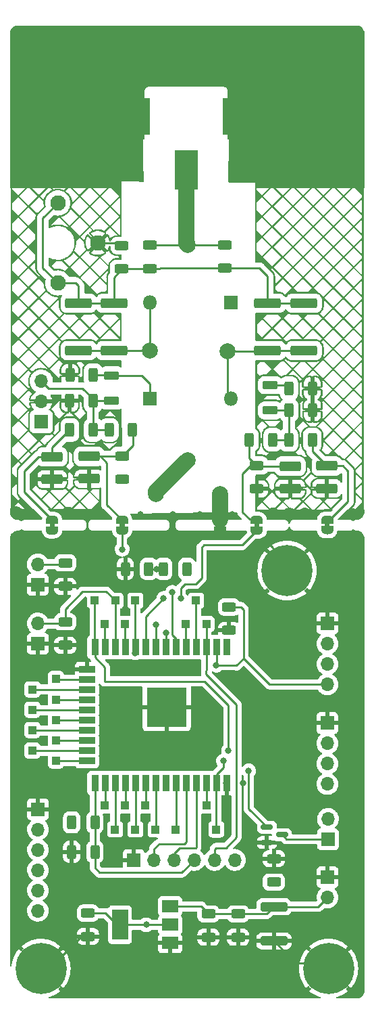
<source format=gtl>
%TF.GenerationSoftware,KiCad,Pcbnew,(6.0.1)*%
%TF.CreationDate,2022-02-08T10:08:30+01:00*%
%TF.ProjectId,CaricoFittizioStrumentato,43617269-636f-4466-9974-74697a696f53,rev?*%
%TF.SameCoordinates,Original*%
%TF.FileFunction,Copper,L1,Top*%
%TF.FilePolarity,Positive*%
%FSLAX46Y46*%
G04 Gerber Fmt 4.6, Leading zero omitted, Abs format (unit mm)*
G04 Created by KiCad (PCBNEW (6.0.1)) date 2022-02-08 10:08:30*
%MOMM*%
%LPD*%
G01*
G04 APERTURE LIST*
G04 Aperture macros list*
%AMRoundRect*
0 Rectangle with rounded corners*
0 $1 Rounding radius*
0 $2 $3 $4 $5 $6 $7 $8 $9 X,Y pos of 4 corners*
0 Add a 4 corners polygon primitive as box body*
4,1,4,$2,$3,$4,$5,$6,$7,$8,$9,$2,$3,0*
0 Add four circle primitives for the rounded corners*
1,1,$1+$1,$2,$3*
1,1,$1+$1,$4,$5*
1,1,$1+$1,$6,$7*
1,1,$1+$1,$8,$9*
0 Add four rect primitives between the rounded corners*
20,1,$1+$1,$2,$3,$4,$5,0*
20,1,$1+$1,$4,$5,$6,$7,0*
20,1,$1+$1,$6,$7,$8,$9,0*
20,1,$1+$1,$8,$9,$2,$3,0*%
%AMFreePoly0*
4,1,22,0.500000,-0.750000,0.000000,-0.750000,0.000000,-0.745033,-0.079941,-0.743568,-0.215256,-0.701293,-0.333266,-0.622738,-0.424486,-0.514219,-0.481581,-0.384460,-0.499164,-0.250000,-0.500000,-0.250000,-0.500000,0.250000,-0.499164,0.250000,-0.499963,0.256109,-0.478152,0.396186,-0.417904,0.524511,-0.324060,0.630769,-0.204165,0.706417,-0.067858,0.745374,0.000000,0.744959,0.000000,0.750000,
0.500000,0.750000,0.500000,-0.750000,0.500000,-0.750000,$1*%
%AMFreePoly1*
4,1,20,0.000000,0.744959,0.073905,0.744508,0.209726,0.703889,0.328688,0.626782,0.421226,0.519385,0.479903,0.390333,0.500000,0.250000,0.500000,-0.250000,0.499851,-0.262216,0.476331,-0.402017,0.414519,-0.529596,0.319384,-0.634700,0.198574,-0.708877,0.061801,-0.746166,0.000000,-0.745033,0.000000,-0.750000,-0.500000,-0.750000,-0.500000,0.750000,0.000000,0.750000,0.000000,0.744959,
0.000000,0.744959,$1*%
%AMFreePoly2*
4,1,5,2.500000,-2.250000,-2.500000,-2.250000,-2.500000,2.250000,2.500000,2.250000,2.500000,-2.250000,2.500000,-2.250000,$1*%
G04 Aperture macros list end*
%TA.AperFunction,ComponentPad*%
%ADD10C,0.800000*%
%TD*%
%TA.AperFunction,ComponentPad*%
%ADD11C,6.400000*%
%TD*%
%TA.AperFunction,SMDPad,CuDef*%
%ADD12RoundRect,0.250000X0.625000X-0.312500X0.625000X0.312500X-0.625000X0.312500X-0.625000X-0.312500X0*%
%TD*%
%TA.AperFunction,ComponentPad*%
%ADD13R,1.000000X1.000000*%
%TD*%
%TA.AperFunction,SMDPad,CuDef*%
%ADD14RoundRect,0.150000X-0.587500X-0.150000X0.587500X-0.150000X0.587500X0.150000X-0.587500X0.150000X0*%
%TD*%
%TA.AperFunction,ComponentPad*%
%ADD15R,1.800000X1.800000*%
%TD*%
%TA.AperFunction,ComponentPad*%
%ADD16O,1.800000X1.800000*%
%TD*%
%TA.AperFunction,SMDPad,CuDef*%
%ADD17RoundRect,0.250000X-1.425000X0.362500X-1.425000X-0.362500X1.425000X-0.362500X1.425000X0.362500X0*%
%TD*%
%TA.AperFunction,SMDPad,CuDef*%
%ADD18RoundRect,0.250000X-1.450000X0.312500X-1.450000X-0.312500X1.450000X-0.312500X1.450000X0.312500X0*%
%TD*%
%TA.AperFunction,ComponentPad*%
%ADD19C,1.950000*%
%TD*%
%TA.AperFunction,SMDPad,CuDef*%
%ADD20FreePoly0,90.000000*%
%TD*%
%TA.AperFunction,SMDPad,CuDef*%
%ADD21FreePoly1,90.000000*%
%TD*%
%TA.AperFunction,SMDPad,CuDef*%
%ADD22RoundRect,0.250000X-0.625000X0.312500X-0.625000X-0.312500X0.625000X-0.312500X0.625000X0.312500X0*%
%TD*%
%TA.AperFunction,SMDPad,CuDef*%
%ADD23RoundRect,0.250000X0.312500X0.625000X-0.312500X0.625000X-0.312500X-0.625000X0.312500X-0.625000X0*%
%TD*%
%TA.AperFunction,SMDPad,CuDef*%
%ADD24RoundRect,0.250000X1.425000X-0.362500X1.425000X0.362500X-1.425000X0.362500X-1.425000X-0.362500X0*%
%TD*%
%TA.AperFunction,ComponentPad*%
%ADD25R,1.700000X1.700000*%
%TD*%
%TA.AperFunction,ComponentPad*%
%ADD26O,1.700000X1.700000*%
%TD*%
%TA.AperFunction,ComponentPad*%
%ADD27C,2.000000*%
%TD*%
%TA.AperFunction,SMDPad,CuDef*%
%ADD28RoundRect,0.250000X-1.075000X0.375000X-1.075000X-0.375000X1.075000X-0.375000X1.075000X0.375000X0*%
%TD*%
%TA.AperFunction,SMDPad,CuDef*%
%ADD29R,2.000000X1.500000*%
%TD*%
%TA.AperFunction,SMDPad,CuDef*%
%ADD30R,2.000000X3.800000*%
%TD*%
%TA.AperFunction,SMDPad,CuDef*%
%ADD31RoundRect,0.250000X-0.312500X-0.625000X0.312500X-0.625000X0.312500X0.625000X-0.312500X0.625000X0*%
%TD*%
%TA.AperFunction,SMDPad,CuDef*%
%ADD32RoundRect,0.250000X0.700000X-0.275000X0.700000X0.275000X-0.700000X0.275000X-0.700000X-0.275000X0*%
%TD*%
%TA.AperFunction,SMDPad,CuDef*%
%ADD33R,0.900000X2.000000*%
%TD*%
%TA.AperFunction,SMDPad,CuDef*%
%ADD34R,2.000000X0.900000*%
%TD*%
%TA.AperFunction,SMDPad,CuDef*%
%ADD35R,5.000000X5.000000*%
%TD*%
%TA.AperFunction,ComponentPad*%
%ADD36FreePoly2,0.000000*%
%TD*%
%TA.AperFunction,SMDPad,CuDef*%
%ADD37R,3.000000X5.000000*%
%TD*%
%TA.AperFunction,SMDPad,CuDef*%
%ADD38RoundRect,0.250000X-0.700000X0.275000X-0.700000X-0.275000X0.700000X-0.275000X0.700000X0.275000X0*%
%TD*%
%TA.AperFunction,ViaPad*%
%ADD39C,0.800000*%
%TD*%
%TA.AperFunction,Conductor*%
%ADD40C,0.250000*%
%TD*%
%TA.AperFunction,Conductor*%
%ADD41C,2.000000*%
%TD*%
G04 APERTURE END LIST*
G36*
X123261400Y-126015800D02*
G01*
X122661400Y-126015800D01*
X122661400Y-125515800D01*
X123261400Y-125515800D01*
X123261400Y-126015800D01*
G37*
G36*
X135555000Y-126015800D02*
G01*
X134955000Y-126015800D01*
X134955000Y-125515800D01*
X135555000Y-125515800D01*
X135555000Y-126015800D01*
G37*
G36*
X140152400Y-126015800D02*
G01*
X139552400Y-126015800D01*
X139552400Y-125515800D01*
X140152400Y-125515800D01*
X140152400Y-126015800D01*
G37*
G36*
X114473000Y-126005400D02*
G01*
X113873000Y-126005400D01*
X113873000Y-125505400D01*
X114473000Y-125505400D01*
X114473000Y-126005400D01*
G37*
G36*
X148966200Y-125990400D02*
G01*
X148366200Y-125990400D01*
X148366200Y-125490400D01*
X148966200Y-125490400D01*
X148966200Y-125990400D01*
G37*
D10*
X111078944Y-182926056D03*
X110376000Y-181229000D03*
X111078944Y-179531944D03*
D11*
X112776000Y-181229000D03*
D10*
X114473056Y-182926056D03*
X114473056Y-179531944D03*
X112776000Y-178829000D03*
X115176000Y-181229000D03*
X112776000Y-183629000D03*
D12*
X122936001Y-120024701D03*
X122936001Y-117099701D03*
D13*
X111709200Y-146303999D03*
D12*
X133781800Y-177306700D03*
X133781800Y-174381700D03*
D13*
X114681001Y-145008598D03*
X123342401Y-160827799D03*
X119532402Y-135173800D03*
D14*
X141124700Y-163540400D03*
X141124700Y-165440400D03*
X142999700Y-164490400D03*
D15*
X136626601Y-97937403D03*
D16*
X126466601Y-97937403D03*
D17*
X117500401Y-97997501D03*
X117500401Y-103922501D03*
D13*
X114655600Y-155194000D03*
D18*
X141986000Y-173503500D03*
X141986000Y-177778500D03*
D13*
X111709201Y-153949398D03*
D19*
X114884200Y-95449400D03*
X119884200Y-90449400D03*
X114884200Y-85449400D03*
D13*
X114655602Y-152653999D03*
D20*
X122961400Y-126415800D03*
D21*
X122961400Y-125115800D03*
D13*
X111709203Y-151383999D03*
D22*
X122885200Y-90790300D03*
X122885200Y-93715300D03*
D23*
X119547099Y-162936002D03*
X116622099Y-162936002D03*
D24*
X145745201Y-103922501D03*
X145745201Y-97997501D03*
D10*
X143637000Y-129045000D03*
X141237000Y-131445000D03*
X145334056Y-129747944D03*
X145334056Y-133142056D03*
X143637000Y-133845000D03*
X141939944Y-129747944D03*
X141939944Y-133142056D03*
X146037000Y-131445000D03*
D11*
X143637000Y-131445000D03*
D23*
X146801300Y-108635800D03*
X143876300Y-108635800D03*
D13*
X132232399Y-135199203D03*
D25*
X148717000Y-138049000D03*
D26*
X148717000Y-140589000D03*
X148717000Y-143129000D03*
X148717000Y-145669000D03*
D13*
X130937002Y-138120202D03*
D27*
X131165601Y-117597001D03*
D22*
X115824000Y-130490500D03*
X115824000Y-133415500D03*
D13*
X123316998Y-138120200D03*
D20*
X135255000Y-126415800D03*
D21*
X135255000Y-125115800D03*
D12*
X135839201Y-93608701D03*
X135839201Y-90683701D03*
D28*
X114173001Y-117213001D03*
X114173001Y-120013001D03*
D29*
X128981600Y-178042600D03*
D30*
X122681600Y-175742600D03*
D29*
X128981600Y-175742600D03*
X128981600Y-173442600D03*
D28*
X118821201Y-117162201D03*
X118821201Y-119962201D03*
D22*
X115824000Y-137856500D03*
X115824000Y-140781500D03*
D12*
X136372600Y-138927300D03*
X136372600Y-136002300D03*
D31*
X121346501Y-113837801D03*
X124271501Y-113837801D03*
D13*
X122097801Y-135199200D03*
D32*
X121625901Y-110180401D03*
X121625901Y-107030401D03*
D27*
X135255001Y-121864201D03*
D13*
X124612401Y-163825003D03*
X114681001Y-147573999D03*
D17*
X121945401Y-97997501D03*
X121945401Y-103922501D03*
D31*
X128153701Y-131236801D03*
X131078701Y-131236801D03*
X116622103Y-166619000D03*
X119547103Y-166619000D03*
X116404201Y-106979801D03*
X119329201Y-106979801D03*
D10*
X148844000Y-178829000D03*
X147146944Y-179531944D03*
X146444000Y-181229000D03*
X147146944Y-182926056D03*
X150541056Y-182926056D03*
X150541056Y-179531944D03*
X148844000Y-183629000D03*
X151244000Y-181229000D03*
D11*
X148844000Y-181229000D03*
D25*
X112370000Y-133203000D03*
D26*
X112370000Y-130663000D03*
D25*
X112395000Y-140589000D03*
D26*
X112395000Y-138049000D03*
D28*
X144043401Y-118384401D03*
X144043401Y-121184401D03*
D13*
X134772400Y-163830000D03*
D24*
X141198601Y-103922502D03*
X141198601Y-97997502D03*
D20*
X139852400Y-126415800D03*
D21*
X139852400Y-125115800D03*
D25*
X148717000Y-169794000D03*
D26*
X148717000Y-172334000D03*
D27*
X127228601Y-121838801D03*
D20*
X114173000Y-126405400D03*
D21*
X114173000Y-125105400D03*
D20*
X148666200Y-126390400D03*
D21*
X148666200Y-125090400D03*
D27*
X136194799Y-103982602D03*
D25*
X148691600Y-150520400D03*
D26*
X148691600Y-153060400D03*
X148691600Y-155600400D03*
X148691600Y-158140400D03*
D13*
X133527803Y-138120201D03*
D12*
X126441201Y-93634101D03*
X126441201Y-90709101D03*
D31*
X116378801Y-110180201D03*
X119303801Y-110180201D03*
D33*
X136050199Y-141024800D03*
X134780199Y-141024800D03*
X133510199Y-141024800D03*
X132240199Y-141024800D03*
X130970199Y-141024800D03*
X129700199Y-141024800D03*
X128430199Y-141024800D03*
X127160199Y-141024800D03*
X125890199Y-141024800D03*
X124620199Y-141024800D03*
X123350199Y-141024800D03*
X122080199Y-141024800D03*
X120810199Y-141024800D03*
X119540199Y-141024800D03*
D34*
X118540199Y-143809800D03*
X118540199Y-145079800D03*
X118540199Y-146349800D03*
X118540199Y-147619800D03*
X118540199Y-148889800D03*
X118540199Y-150159800D03*
X118540199Y-151429800D03*
X118540199Y-152699800D03*
X118540199Y-153969800D03*
X118540199Y-155239800D03*
D33*
X119540199Y-158024800D03*
X120810199Y-158024800D03*
X122080199Y-158024800D03*
X123350199Y-158024800D03*
X124620199Y-158024800D03*
X125890199Y-158024800D03*
X127160199Y-158024800D03*
X128430199Y-158024800D03*
X129700199Y-158024800D03*
X130970199Y-158024800D03*
X132240199Y-158024800D03*
X133510199Y-158024800D03*
X134780199Y-158024800D03*
X136050199Y-158024800D03*
D35*
X128550199Y-148524800D03*
D31*
X116393501Y-113837801D03*
X119318501Y-113837801D03*
D13*
X120802402Y-138120201D03*
D27*
X126466602Y-103957202D03*
X131165601Y-90698401D03*
D31*
X143876301Y-115082401D03*
X146801301Y-115082401D03*
X123353101Y-131236801D03*
X126278101Y-131236801D03*
D13*
X120802401Y-160827802D03*
D31*
X138923301Y-115057001D03*
X141848301Y-115057001D03*
D25*
X112395000Y-161290000D03*
D26*
X112395000Y-163830000D03*
X112395000Y-166370000D03*
X112395000Y-168910000D03*
X112395000Y-171450000D03*
X112395000Y-173990000D03*
D22*
X141986000Y-167472900D03*
X141986000Y-170397900D03*
D12*
X118668800Y-177205100D03*
X118668800Y-174280100D03*
D13*
X133527802Y-160827801D03*
D12*
X137490200Y-177306700D03*
X137490200Y-174381700D03*
D36*
X123862800Y-74650600D03*
X138112800Y-74650600D03*
D37*
X130987800Y-81356200D03*
D12*
X139852401Y-121218501D03*
X139852401Y-118293501D03*
D13*
X125882401Y-160827800D03*
D23*
X146826700Y-111379000D03*
X143901700Y-111379000D03*
D13*
X122072400Y-163825002D03*
X127152401Y-163825001D03*
D25*
X148767800Y-165049200D03*
D26*
X148767800Y-162509200D03*
D25*
X124408800Y-167635402D03*
D26*
X126948800Y-167635402D03*
X129488800Y-167635402D03*
X132028800Y-167635402D03*
X134568800Y-167635402D03*
X137108800Y-167635402D03*
D38*
X141528801Y-108249601D03*
X141528801Y-111399601D03*
D13*
X129692399Y-163825000D03*
D25*
X112826800Y-112826800D03*
D26*
X112826800Y-110286800D03*
X112826800Y-107746800D03*
D15*
X126466602Y-109951602D03*
D16*
X136626602Y-109951602D03*
D13*
X124612400Y-135199200D03*
X114655602Y-150113999D03*
D28*
X148640801Y-118353001D03*
X148640801Y-121153001D03*
D13*
X111709202Y-148844001D03*
D39*
X111607600Y-156337000D03*
X123418600Y-153873200D03*
X142036800Y-153974800D03*
X141986000Y-148590000D03*
X145567400Y-139065000D03*
X142087600Y-143230600D03*
X134772400Y-148539200D03*
X126034800Y-143281400D03*
X131749800Y-143281400D03*
X129997200Y-148513800D03*
X129336800Y-127127000D03*
X126873000Y-127101600D03*
X125247400Y-124434600D03*
X120116600Y-124434600D03*
X121564400Y-170688000D03*
X140284200Y-158089600D03*
X122910600Y-120091200D03*
X128143000Y-128295400D03*
X141859000Y-124485400D03*
X130581400Y-128320800D03*
X136042400Y-157988000D03*
X131597400Y-129387600D03*
X111480600Y-124383800D03*
X138099800Y-157988000D03*
X109601000Y-124333000D03*
X151790400Y-124587000D03*
X134416800Y-129362200D03*
X145846800Y-124536200D03*
X131597400Y-127152400D03*
X129336800Y-124434600D03*
X132715000Y-124434600D03*
X118872000Y-120040400D03*
X121564400Y-172186600D03*
X135204200Y-126517400D03*
X126898400Y-129362200D03*
X121564400Y-167767000D03*
X116179600Y-124409200D03*
X138074400Y-129362200D03*
X121564400Y-166141400D03*
X140055600Y-128346200D03*
X136728200Y-124434600D03*
X143941800Y-124510800D03*
X143876300Y-108635800D03*
X141528801Y-111399601D03*
X127284399Y-131236801D03*
X134772400Y-143281400D03*
X116535200Y-162915600D03*
X131064000Y-131292600D03*
X122681600Y-175742600D03*
X136372600Y-136042400D03*
X142036800Y-170459400D03*
X125984000Y-175742600D03*
X114096800Y-126542800D03*
X129260600Y-134162800D03*
X128498600Y-139217400D03*
X148691600Y-126492000D03*
X122961400Y-128778000D03*
X127160199Y-138234599D03*
X130302000Y-134924800D03*
X128168400Y-134899400D03*
X136296400Y-153924000D03*
X138836400Y-156464000D03*
X124612400Y-141732000D03*
X135661400Y-155244800D03*
D40*
X143637000Y-130420386D02*
X141562814Y-128346200D01*
X143637000Y-131445000D02*
X143637000Y-130420386D01*
X141562814Y-128346200D02*
X140055600Y-128346200D01*
X148119489Y-180504489D02*
X144711989Y-180504489D01*
X144711989Y-180504489D02*
X141986000Y-177778500D01*
X148844000Y-181229000D02*
X148119489Y-180504489D01*
X117824514Y-177205100D02*
X118668800Y-177205100D01*
X113800614Y-181229000D02*
X117824514Y-177205100D01*
X112776000Y-181229000D02*
X113800614Y-181229000D01*
X122544300Y-90449400D02*
X119884200Y-90449400D01*
D41*
X135255001Y-121864201D02*
X135255000Y-125115800D01*
D40*
X122885200Y-90790300D02*
X122544300Y-90449400D01*
X119303801Y-110180201D02*
X119303801Y-113823101D01*
X119303801Y-109956601D02*
X118008400Y-108661200D01*
X119318501Y-113837801D02*
X121346501Y-113837801D01*
X119303801Y-110180201D02*
X119303801Y-109956601D01*
X119303801Y-113823101D02*
X119318501Y-113837801D01*
X113741200Y-108661200D02*
X112826800Y-107746800D01*
X118008400Y-108661200D02*
X113741200Y-108661200D01*
X119303801Y-110180201D02*
X121625701Y-110180201D01*
X121625701Y-110180201D02*
X121625901Y-110180401D01*
X121625901Y-107030401D02*
X125420001Y-107030401D01*
X126466602Y-108077002D02*
X126466602Y-109951602D01*
X125420001Y-107030401D02*
X126466602Y-108077002D01*
X119329201Y-106979801D02*
X121575301Y-106979801D01*
X121575301Y-106979801D02*
X121625901Y-107030401D01*
X121920000Y-97972100D02*
X121945401Y-97997501D01*
X127701499Y-93608701D02*
X127676099Y-93634101D01*
X122885200Y-93715300D02*
X122885200Y-93776800D01*
X121920000Y-94742000D02*
X121920000Y-97972100D01*
X126441201Y-93634101D02*
X122966399Y-93634101D01*
X113009679Y-93574879D02*
X114884200Y-95449400D01*
X121945401Y-97997501D02*
X117500401Y-97997501D01*
X122885200Y-93776800D02*
X121920000Y-94742000D01*
X135839201Y-93608701D02*
X140166901Y-93608701D01*
X122966399Y-93634101D02*
X122885200Y-93715300D01*
X141198601Y-97997502D02*
X145745201Y-97997501D01*
X141198601Y-94640401D02*
X141198601Y-97997502D01*
X114884200Y-95449400D02*
X117115600Y-95449400D01*
X117500401Y-95834201D02*
X117500401Y-97997501D01*
X113009679Y-87323921D02*
X113009679Y-93574879D01*
X114884200Y-85449400D02*
X113009679Y-87323921D01*
X127676099Y-93634101D02*
X126441201Y-93634101D01*
X140166901Y-93608701D02*
X141198601Y-94640401D01*
X135839201Y-93608701D02*
X127701499Y-93608701D01*
X117115600Y-95449400D02*
X117500401Y-95834201D01*
X141528801Y-108249601D02*
X143490101Y-108249601D01*
X143490101Y-108249601D02*
X143876300Y-108635800D01*
X143876101Y-108249601D02*
X143876301Y-108249801D01*
X141549402Y-111379000D02*
X141528801Y-111399601D01*
X143901700Y-111379000D02*
X141549402Y-111379000D01*
X143850901Y-115057001D02*
X143876301Y-115082401D01*
X143876301Y-115082401D02*
X143876301Y-111404399D01*
X143820502Y-111455200D02*
X143876301Y-111399401D01*
X141848301Y-115057001D02*
X143850901Y-115057001D01*
X143876301Y-111404399D02*
X143901700Y-111379000D01*
X127284399Y-131236801D02*
X128153701Y-131236801D01*
X134568800Y-166294200D02*
X134568800Y-167635402D01*
X137287000Y-148209000D02*
X137287000Y-164820600D01*
X137287000Y-164820600D02*
X135966200Y-166141400D01*
X133477000Y-144399000D02*
X137287000Y-148209000D01*
X126278101Y-131236801D02*
X127284399Y-131236801D01*
X133527803Y-141007196D02*
X133510199Y-141024800D01*
X133527803Y-138120201D02*
X133527803Y-141007196D01*
X133477000Y-143941800D02*
X133477000Y-144399000D01*
X133510199Y-143908601D02*
X133477000Y-143941800D01*
X134721600Y-166141400D02*
X134568800Y-166294200D01*
X133510199Y-141024800D02*
X133510199Y-143908601D01*
X135966200Y-166141400D02*
X134721600Y-166141400D01*
X124282200Y-113848500D02*
X124282200Y-115753502D01*
X118821201Y-117162201D02*
X120235601Y-117162201D01*
X121056400Y-123210800D02*
X122961400Y-125115800D01*
X120235601Y-117162201D02*
X121056400Y-117983000D01*
X121056400Y-117983000D02*
X121056400Y-123210800D01*
X122873501Y-117162201D02*
X122936001Y-117099701D01*
X124271501Y-113837801D02*
X124282200Y-113848500D01*
X118821201Y-117162201D02*
X122873501Y-117162201D01*
X124282200Y-115753502D02*
X122936001Y-117099701D01*
X141452600Y-145669000D02*
X138201400Y-142417800D01*
X122326400Y-175742600D02*
X122681600Y-175742600D01*
X137856500Y-136002300D02*
X136372600Y-136002300D01*
X120863900Y-174280100D02*
X122326400Y-175742600D01*
X125984000Y-175742600D02*
X128981600Y-175742600D01*
X134772400Y-143281400D02*
X137287000Y-143281400D01*
X134780199Y-143273601D02*
X134772400Y-143281400D01*
X138201400Y-136347200D02*
X137856500Y-136002300D01*
X138201400Y-142417800D02*
X138201400Y-136347200D01*
X137287000Y-143281400D02*
X137312400Y-143306800D01*
X137312400Y-143306800D02*
X138201400Y-142417800D01*
X122681600Y-175742600D02*
X125984000Y-175742600D01*
X148717000Y-145669000D02*
X141452600Y-145669000D01*
X118668800Y-174280100D02*
X120863900Y-174280100D01*
X134780199Y-141024800D02*
X134780199Y-143273601D01*
X121945401Y-103922501D02*
X117500401Y-103922501D01*
X126466601Y-97937403D02*
X126466602Y-103957202D01*
X126466602Y-103957202D02*
X121980102Y-103957202D01*
X121980102Y-103957202D02*
X121945401Y-103922501D01*
X136194799Y-109519799D02*
X136626602Y-109951602D01*
X141198601Y-103922502D02*
X145745201Y-103922501D01*
X136194799Y-103982602D02*
X141138501Y-103982602D01*
X136194799Y-103982602D02*
X136194799Y-109519799D01*
X141138501Y-103982602D02*
X141198601Y-103922502D01*
X129700199Y-141024800D02*
X129700199Y-139961799D01*
X129311400Y-139573000D02*
X129260600Y-139522200D01*
X129700199Y-139961799D02*
X129311400Y-139573000D01*
X129260600Y-139522200D02*
X129260600Y-134162800D01*
X128498600Y-139217400D02*
X128498600Y-140956399D01*
X128498600Y-140956399D02*
X128430199Y-141024800D01*
X132232399Y-141017000D02*
X132240199Y-141024800D01*
X132232399Y-135199203D02*
X132232399Y-141017000D01*
X130937002Y-140991603D02*
X130970199Y-141024800D01*
X130937002Y-138120202D02*
X130937002Y-140991603D01*
X111755004Y-151429800D02*
X111709203Y-151383999D01*
X118540199Y-151429800D02*
X111755004Y-151429800D01*
X118540199Y-152699800D02*
X114701403Y-152699800D01*
X114701403Y-152699800D02*
X114655602Y-152653999D01*
X111709200Y-146303999D02*
X118494398Y-146303999D01*
X118494398Y-146303999D02*
X118540199Y-146349800D01*
X122936000Y-128803400D02*
X123088400Y-128955800D01*
X127160199Y-138234599D02*
X127152400Y-138226800D01*
X122961400Y-126415800D02*
X122961400Y-128778000D01*
X127160199Y-141024800D02*
X127160199Y-138234599D01*
X122961400Y-128778000D02*
X122936000Y-128803400D01*
X130860800Y-133121400D02*
X130302000Y-133680200D01*
X125890199Y-141024800D02*
X125890199Y-137177601D01*
X130302000Y-133680200D02*
X130302000Y-134924800D01*
X132918200Y-128549400D02*
X132918200Y-132384800D01*
X132181600Y-133121400D02*
X130860800Y-133121400D01*
X125890199Y-137177601D02*
X128168400Y-134899400D01*
X132918200Y-132384800D02*
X132181600Y-133121400D01*
X133223000Y-128244600D02*
X132918200Y-128549400D01*
X138023600Y-128244600D02*
X133223000Y-128244600D01*
X139852400Y-126415800D02*
X138023600Y-128244600D01*
X114726802Y-147619800D02*
X114681001Y-147573999D01*
X118540199Y-147619800D02*
X114726802Y-147619800D01*
X118540199Y-150159800D02*
X114701403Y-150159800D01*
X114701403Y-150159800D02*
X114655602Y-150113999D01*
X118540199Y-148889800D02*
X111755001Y-148889800D01*
X111755001Y-148889800D02*
X111709202Y-148844001D01*
X114701400Y-155239800D02*
X114655600Y-155194000D01*
X118540199Y-155239800D02*
X114701400Y-155239800D01*
X120810199Y-158024800D02*
X120810199Y-160820004D01*
X120810199Y-160820004D02*
X120802401Y-160827802D01*
X119540199Y-142274800D02*
X119540199Y-141024800D01*
X136296400Y-148285200D02*
X133324600Y-145313400D01*
X141147800Y-163563500D02*
X138836400Y-161252100D01*
X119532402Y-135173800D02*
X119532402Y-141017003D01*
X138836400Y-161252100D02*
X138836400Y-156464000D01*
X136296400Y-153924000D02*
X136296400Y-148285200D01*
X141147800Y-163601400D02*
X141147800Y-163563500D01*
X119532402Y-141017003D02*
X119540199Y-141024800D01*
X120777000Y-143511601D02*
X119540199Y-142274800D01*
X133324600Y-145313400D02*
X120777000Y-145313400D01*
X120777000Y-145313400D02*
X120777000Y-143511601D01*
X118540199Y-145079800D02*
X114752203Y-145079800D01*
X114752203Y-145079800D02*
X114681001Y-145008598D01*
X118540199Y-153969800D02*
X111729603Y-153969800D01*
X111729603Y-153969800D02*
X111709201Y-153949398D01*
X122080199Y-163817203D02*
X122072400Y-163825002D01*
X122080199Y-158024800D02*
X122080199Y-163817203D01*
X123350199Y-158024800D02*
X123350199Y-160820001D01*
X123350199Y-160820001D02*
X123342401Y-160827799D01*
X124612400Y-135199200D02*
X124612400Y-141017001D01*
X124612400Y-141017001D02*
X124620199Y-141024800D01*
X123316998Y-140991599D02*
X123350199Y-141024800D01*
X123316998Y-138120200D02*
X123316998Y-140991599D01*
X110667800Y-121600200D02*
X110667800Y-119024400D01*
X110667800Y-119024400D02*
X112479199Y-117213001D01*
X112479199Y-117213001D02*
X114173001Y-117213001D01*
X116393501Y-113837801D02*
X114173001Y-116058301D01*
X114173001Y-116058301D02*
X114173001Y-117213001D01*
X114173000Y-125105400D02*
X110667800Y-121600200D01*
X138049000Y-124155200D02*
X138049000Y-119303800D01*
X138049000Y-119303800D02*
X139059299Y-118293501D01*
X139059299Y-118293501D02*
X139852401Y-118293501D01*
X139780800Y-125044200D02*
X138938000Y-125044200D01*
X138923301Y-117364401D02*
X139852401Y-118293501D01*
X138923301Y-115057001D02*
X138923301Y-117364401D01*
X144043401Y-118384401D02*
X139943301Y-118384401D01*
X139852400Y-125115800D02*
X139780800Y-125044200D01*
X138938000Y-125044200D02*
X138049000Y-124155200D01*
X139943301Y-118384401D02*
X139852401Y-118293501D01*
X148666200Y-125090400D02*
X148975600Y-125090400D01*
X151282400Y-122783600D02*
X151282400Y-119024400D01*
X148640801Y-118353001D02*
X146801301Y-116513501D01*
X150611001Y-118353001D02*
X148640801Y-118353001D01*
X146801301Y-116513501D02*
X146801301Y-115082401D01*
X151282400Y-119024400D02*
X150611001Y-118353001D01*
X148975600Y-125090400D02*
X151282400Y-122783600D01*
D41*
X130987800Y-81356200D02*
X130987800Y-90520600D01*
D40*
X131165601Y-90698401D02*
X135824501Y-90698401D01*
X126451901Y-90698401D02*
X126441201Y-90709101D01*
X131165601Y-90698401D02*
X126451901Y-90698401D01*
X130987800Y-90520600D02*
X131165601Y-90698401D01*
X135824501Y-90698401D02*
X135839201Y-90683701D01*
X122097801Y-135199200D02*
X120959801Y-134061200D01*
X122097801Y-141007198D02*
X122080199Y-141024800D01*
X120959801Y-134061200D02*
X118008400Y-134061200D01*
X115631500Y-138049000D02*
X112395000Y-138049000D01*
X115824000Y-136245600D02*
X115824000Y-137856500D01*
X115824000Y-137856500D02*
X115631500Y-138049000D01*
X118008400Y-134061200D02*
X115824000Y-136245600D01*
X122097801Y-135199200D02*
X122097801Y-141007198D01*
X115824000Y-130490500D02*
X115651500Y-130663000D01*
X115651500Y-130663000D02*
X112370000Y-130663000D01*
X120802402Y-138120201D02*
X120802402Y-141017003D01*
X120802402Y-141017003D02*
X120810199Y-141024800D01*
X120116600Y-169214800D02*
X119547103Y-168645303D01*
X119547099Y-162936002D02*
X119540199Y-162929102D01*
X119547099Y-162936002D02*
X119547099Y-166618996D01*
X132028800Y-167635402D02*
X130449402Y-169214800D01*
X119547099Y-166618996D02*
X119547103Y-166619000D01*
X119540199Y-162929102D02*
X119540199Y-158024800D01*
X119547103Y-168645303D02*
X119547103Y-166619000D01*
X130449402Y-169214800D02*
X120116600Y-169214800D01*
X137490200Y-174381700D02*
X141107800Y-174381700D01*
X133781800Y-174381700D02*
X137490200Y-174381700D01*
X141986000Y-173503500D02*
X147547500Y-173503500D01*
X141107800Y-174381700D02*
X141986000Y-173503500D01*
X147547500Y-173503500D02*
X148717000Y-172334000D01*
X128981600Y-173442600D02*
X132842700Y-173442600D01*
X132842700Y-173442600D02*
X133781800Y-174381700D01*
X124620199Y-163817205D02*
X124612401Y-163825003D01*
X124620199Y-158024800D02*
X124620199Y-163817205D01*
X125890199Y-160820002D02*
X125882401Y-160827800D01*
X125890199Y-158024800D02*
X125890199Y-160820002D01*
X127160199Y-158024800D02*
X127160199Y-163817203D01*
X127160199Y-163817203D02*
X127152401Y-163825001D01*
X135661400Y-156057600D02*
X135661400Y-155244800D01*
X134772400Y-158032599D02*
X134780199Y-158024800D01*
X134772400Y-163830000D02*
X134772400Y-158032599D01*
X134780199Y-156938801D02*
X135661400Y-156057600D01*
X134780199Y-158024800D02*
X134780199Y-156938801D01*
X133527802Y-158042403D02*
X133510199Y-158024800D01*
X133527802Y-160827801D02*
X133527802Y-158042403D01*
X129700199Y-158024800D02*
X129700199Y-163817200D01*
X129700199Y-163817200D02*
X129692399Y-163825000D01*
D41*
X131165601Y-117597001D02*
X127228601Y-121534001D01*
D40*
X127228601Y-121534001D02*
X127228601Y-121838801D01*
X130970199Y-165422401D02*
X130970199Y-158024800D01*
X126948800Y-166268800D02*
X127609600Y-165608000D01*
X130784600Y-165608000D02*
X130970199Y-165422401D01*
X127609600Y-165608000D02*
X130784600Y-165608000D01*
X126948800Y-167635402D02*
X126948800Y-166268800D01*
X132240199Y-166082801D02*
X132240199Y-158024800D01*
X129488800Y-167635402D02*
X129488800Y-166802200D01*
X132207000Y-166116000D02*
X132240199Y-166082801D01*
X130175000Y-166116000D02*
X132207000Y-166116000D01*
X129488800Y-166802200D02*
X130175000Y-166116000D01*
X142999700Y-164490400D02*
X143558500Y-165049200D01*
X143558500Y-165049200D02*
X148767800Y-165049200D01*
%TA.AperFunction,Conductor*%
G36*
X120675845Y-123726149D02*
G01*
X121706396Y-124756701D01*
X121734173Y-124811218D01*
X121731241Y-124855070D01*
X121719616Y-124893942D01*
X121714826Y-124925996D01*
X121705973Y-124985233D01*
X121678672Y-125039990D01*
X121624400Y-125068242D01*
X121608060Y-125069600D01*
X119261537Y-125069600D01*
X119260932Y-125069598D01*
X119190404Y-125069167D01*
X119190403Y-125069167D01*
X119183348Y-125069124D01*
X119153176Y-125077747D01*
X119140010Y-125080558D01*
X119108955Y-125085005D01*
X119102537Y-125087923D01*
X119102530Y-125087925D01*
X119083779Y-125096450D01*
X119070014Y-125101515D01*
X119060820Y-125104143D01*
X119043435Y-125109112D01*
X119016889Y-125125860D01*
X119005061Y-125132242D01*
X118976490Y-125145233D01*
X118955537Y-125163287D01*
X118943752Y-125172007D01*
X118920369Y-125186760D01*
X118914432Y-125193482D01*
X118899601Y-125210275D01*
X118890022Y-125219738D01*
X118866253Y-125240219D01*
X118857100Y-125254341D01*
X118851217Y-125263417D01*
X118842345Y-125275106D01*
X118824044Y-125295828D01*
X118821049Y-125302207D01*
X118821047Y-125302210D01*
X118810711Y-125324225D01*
X118804173Y-125335997D01*
X118791824Y-125355050D01*
X118787107Y-125362327D01*
X118785086Y-125369085D01*
X118785085Y-125369087D01*
X118779187Y-125388810D01*
X118773953Y-125402517D01*
X118762201Y-125427548D01*
X118761116Y-125434515D01*
X118761116Y-125434516D01*
X118757375Y-125458545D01*
X118754403Y-125471680D01*
X118747435Y-125494979D01*
X118745413Y-125501741D01*
X118745370Y-125508797D01*
X118745204Y-125535967D01*
X118745162Y-125536984D01*
X118745000Y-125538023D01*
X118745000Y-125569063D01*
X118744998Y-125569668D01*
X118744847Y-125594463D01*
X118744524Y-125647252D01*
X118744893Y-125648544D01*
X118745000Y-125650107D01*
X118745000Y-125899263D01*
X118744998Y-125899868D01*
X118744524Y-125977452D01*
X118751755Y-126002750D01*
X118753146Y-126007617D01*
X118755958Y-126020790D01*
X118760405Y-126051845D01*
X118763323Y-126058263D01*
X118763325Y-126058270D01*
X118771850Y-126077021D01*
X118776915Y-126090786D01*
X118784512Y-126117365D01*
X118801260Y-126143911D01*
X118807642Y-126155739D01*
X118820633Y-126184310D01*
X118838687Y-126205263D01*
X118847407Y-126217048D01*
X118862160Y-126240431D01*
X118884982Y-126260587D01*
X118885675Y-126261199D01*
X118895138Y-126270778D01*
X118915619Y-126294547D01*
X118927743Y-126302405D01*
X118938817Y-126309583D01*
X118950507Y-126318455D01*
X118971228Y-126336756D01*
X118977607Y-126339751D01*
X118977610Y-126339753D01*
X118999625Y-126350089D01*
X119011397Y-126356627D01*
X119031805Y-126369855D01*
X119031807Y-126369856D01*
X119037727Y-126373693D01*
X119044485Y-126375714D01*
X119044487Y-126375715D01*
X119053974Y-126378552D01*
X119064213Y-126381614D01*
X119077917Y-126386847D01*
X119096566Y-126395603D01*
X119096568Y-126395604D01*
X119102948Y-126398599D01*
X119109915Y-126399684D01*
X119109916Y-126399684D01*
X119133945Y-126403425D01*
X119147080Y-126406397D01*
X119170379Y-126413365D01*
X119170381Y-126413365D01*
X119177141Y-126415387D01*
X119211374Y-126415596D01*
X119212384Y-126415638D01*
X119213423Y-126415800D01*
X119244463Y-126415800D01*
X119245068Y-126415802D01*
X119318864Y-126416253D01*
X119318866Y-126416253D01*
X119322652Y-126416276D01*
X119323944Y-126415907D01*
X119325507Y-126415800D01*
X121601889Y-126415800D01*
X121660080Y-126434707D01*
X121696044Y-126484207D01*
X121699973Y-126501365D01*
X121715078Y-126611638D01*
X121716980Y-126625527D01*
X121756337Y-126763236D01*
X121764876Y-126782325D01*
X121814378Y-126892989D01*
X121814381Y-126892995D01*
X121815814Y-126896198D01*
X121892240Y-127017326D01*
X121911350Y-127039780D01*
X121981847Y-127122613D01*
X121986646Y-127128252D01*
X122093997Y-127223060D01*
X122215734Y-127303026D01*
X122218920Y-127304522D01*
X122218922Y-127304523D01*
X122243983Y-127316289D01*
X122270217Y-127328606D01*
X122270975Y-127328962D01*
X122315613Y-127370807D01*
X122327900Y-127418576D01*
X122327900Y-128085840D01*
X122308993Y-128144031D01*
X122302473Y-128152082D01*
X122222360Y-128241056D01*
X122219765Y-128245551D01*
X122129467Y-128401950D01*
X122129465Y-128401955D01*
X122126873Y-128406444D01*
X122125271Y-128411375D01*
X122069460Y-128583140D01*
X122069459Y-128583145D01*
X122067858Y-128588072D01*
X122047896Y-128778000D01*
X122067858Y-128967928D01*
X122069459Y-128972855D01*
X122069460Y-128972860D01*
X122082181Y-129012009D01*
X122126873Y-129149556D01*
X122129465Y-129154045D01*
X122129467Y-129154050D01*
X122178300Y-129238630D01*
X122222360Y-129314944D01*
X122225832Y-129318800D01*
X122346677Y-129453013D01*
X122346681Y-129453017D01*
X122350147Y-129456866D01*
X122504648Y-129569118D01*
X122607123Y-129614742D01*
X122674374Y-129644685D01*
X122674378Y-129644686D01*
X122679112Y-129646794D01*
X122684185Y-129647872D01*
X122684184Y-129647872D01*
X122847875Y-129682666D01*
X122900863Y-129713259D01*
X122925750Y-129769155D01*
X122913028Y-129829003D01*
X122867559Y-129869944D01*
X122858623Y-129873415D01*
X122722324Y-129918887D01*
X122711977Y-129923734D01*
X122571456Y-130010692D01*
X122562503Y-130017788D01*
X122445754Y-130134740D01*
X122438674Y-130143705D01*
X122351960Y-130284381D01*
X122347132Y-130294735D01*
X122294999Y-130451911D01*
X122292746Y-130462422D01*
X122282860Y-130558913D01*
X122282601Y-130563972D01*
X122282601Y-130967121D01*
X122286723Y-130979806D01*
X122290844Y-130982801D01*
X123083421Y-130982801D01*
X123096106Y-130978679D01*
X123099101Y-130974558D01*
X123099101Y-130967121D01*
X123607101Y-130967121D01*
X123611223Y-130979806D01*
X123615344Y-130982801D01*
X124407920Y-130982801D01*
X124420605Y-130978679D01*
X124423600Y-130974558D01*
X124423600Y-130564009D01*
X124423334Y-130558879D01*
X124413192Y-130461128D01*
X124410919Y-130450601D01*
X124358515Y-130293524D01*
X124353668Y-130283177D01*
X124266710Y-130142656D01*
X124259614Y-130133703D01*
X124142662Y-130016954D01*
X124133697Y-130009874D01*
X123993021Y-129923160D01*
X123982667Y-129918332D01*
X123825491Y-129866199D01*
X123814980Y-129863946D01*
X123718489Y-129854060D01*
X123713431Y-129853801D01*
X123622781Y-129853801D01*
X123610096Y-129857923D01*
X123607101Y-129862044D01*
X123607101Y-130967121D01*
X123099101Y-130967121D01*
X123099101Y-129869482D01*
X123094979Y-129856795D01*
X123084909Y-129849479D01*
X123048945Y-129799979D01*
X123048946Y-129738794D01*
X123084910Y-129689294D01*
X123122517Y-129672550D01*
X123238616Y-129647872D01*
X123238615Y-129647872D01*
X123243688Y-129646794D01*
X123248422Y-129644686D01*
X123248426Y-129644685D01*
X123315677Y-129614742D01*
X123418152Y-129569118D01*
X123572653Y-129456866D01*
X123576119Y-129453017D01*
X123576123Y-129453013D01*
X123696968Y-129318800D01*
X123700440Y-129314944D01*
X123744500Y-129238630D01*
X123793333Y-129154050D01*
X123793335Y-129154045D01*
X123795927Y-129149556D01*
X123840619Y-129012009D01*
X123853340Y-128972860D01*
X123853341Y-128972855D01*
X123854942Y-128967928D01*
X123874904Y-128778000D01*
X123854942Y-128588072D01*
X123853341Y-128583145D01*
X123853340Y-128583140D01*
X123797529Y-128411375D01*
X123795927Y-128406444D01*
X123793335Y-128401955D01*
X123793333Y-128401950D01*
X123703035Y-128245551D01*
X123700440Y-128241056D01*
X123620329Y-128152084D01*
X123595442Y-128096188D01*
X123594900Y-128085840D01*
X123594900Y-127419222D01*
X123613807Y-127361031D01*
X123654028Y-127328606D01*
X123685241Y-127314872D01*
X123808896Y-127237903D01*
X123811585Y-127235642D01*
X123811590Y-127235639D01*
X123915834Y-127148013D01*
X123918531Y-127145746D01*
X124015618Y-127037161D01*
X124067118Y-126959794D01*
X124093029Y-126920869D01*
X124093031Y-126920865D01*
X124094981Y-126917936D01*
X124157689Y-126786467D01*
X124200399Y-126649761D01*
X124223687Y-126505979D01*
X124223699Y-126505340D01*
X124247472Y-126449682D01*
X124299989Y-126418288D01*
X124322042Y-126415800D01*
X128363063Y-126415800D01*
X128363668Y-126415802D01*
X128434196Y-126416233D01*
X128434197Y-126416233D01*
X128441252Y-126416276D01*
X128471424Y-126407653D01*
X128484590Y-126404842D01*
X128515645Y-126400395D01*
X128522063Y-126397477D01*
X128522070Y-126397475D01*
X128540821Y-126388950D01*
X128554586Y-126383885D01*
X128574388Y-126378225D01*
X128581165Y-126376288D01*
X128607711Y-126359540D01*
X128619539Y-126353158D01*
X128648110Y-126340167D01*
X128669063Y-126322113D01*
X128680848Y-126313393D01*
X128704231Y-126298640D01*
X128724999Y-126275125D01*
X128734578Y-126265662D01*
X128753003Y-126249786D01*
X128753004Y-126249785D01*
X128758347Y-126245181D01*
X128773383Y-126221983D01*
X128782255Y-126210294D01*
X128795891Y-126194854D01*
X128800556Y-126189572D01*
X128803551Y-126183193D01*
X128803553Y-126183190D01*
X128813889Y-126161175D01*
X128820427Y-126149403D01*
X128833655Y-126128995D01*
X128833656Y-126128993D01*
X128837493Y-126123073D01*
X128845414Y-126096587D01*
X128850647Y-126082883D01*
X128859403Y-126064234D01*
X128859404Y-126064232D01*
X128862399Y-126057852D01*
X128864422Y-126044862D01*
X128867225Y-126026855D01*
X128870197Y-126013720D01*
X128877165Y-125990421D01*
X128877165Y-125990419D01*
X128879187Y-125983659D01*
X128879396Y-125949426D01*
X128879438Y-125948416D01*
X128879600Y-125947377D01*
X128879600Y-125916337D01*
X128879602Y-125915732D01*
X128880053Y-125841936D01*
X128880053Y-125841934D01*
X128880076Y-125838148D01*
X128879707Y-125836856D01*
X128879600Y-125835293D01*
X128879600Y-125611537D01*
X128879602Y-125610932D01*
X128880033Y-125540404D01*
X128880033Y-125540403D01*
X128880076Y-125533348D01*
X128871453Y-125503176D01*
X128868642Y-125490009D01*
X128865195Y-125465938D01*
X128864195Y-125458955D01*
X128861277Y-125452537D01*
X128861275Y-125452530D01*
X128852750Y-125433779D01*
X128847685Y-125420014D01*
X128842025Y-125400212D01*
X128840088Y-125393435D01*
X128823340Y-125366889D01*
X128816958Y-125355061D01*
X128803967Y-125326490D01*
X128785913Y-125305537D01*
X128777190Y-125293748D01*
X128776883Y-125293260D01*
X128762440Y-125270369D01*
X128738925Y-125249601D01*
X128729462Y-125240022D01*
X128713586Y-125221597D01*
X128713585Y-125221596D01*
X128708981Y-125216253D01*
X128685783Y-125201217D01*
X128674094Y-125192345D01*
X128658654Y-125178709D01*
X128653372Y-125174044D01*
X128646993Y-125171049D01*
X128646990Y-125171047D01*
X128624975Y-125160711D01*
X128613203Y-125154173D01*
X128611684Y-125153188D01*
X128599410Y-125145233D01*
X128592795Y-125140945D01*
X128592793Y-125140944D01*
X128586873Y-125137107D01*
X128580115Y-125135086D01*
X128580113Y-125135085D01*
X128561280Y-125129453D01*
X128560387Y-125129186D01*
X128546683Y-125123953D01*
X128528034Y-125115197D01*
X128528032Y-125115196D01*
X128521652Y-125112201D01*
X128514685Y-125111116D01*
X128514684Y-125111116D01*
X128490655Y-125107375D01*
X128477520Y-125104403D01*
X128454221Y-125097435D01*
X128454219Y-125097435D01*
X128447459Y-125095413D01*
X128413226Y-125095204D01*
X128412216Y-125095162D01*
X128411177Y-125095000D01*
X128380137Y-125095000D01*
X128379532Y-125094998D01*
X128305736Y-125094547D01*
X128305734Y-125094547D01*
X128301948Y-125094524D01*
X128300656Y-125094893D01*
X128299093Y-125095000D01*
X124317759Y-125095000D01*
X124259568Y-125076093D01*
X124223604Y-125026593D01*
X124219518Y-125008237D01*
X124208742Y-124921729D01*
X124208307Y-124918235D01*
X124179130Y-124811218D01*
X124171559Y-124783447D01*
X124171558Y-124783444D01*
X124170634Y-124780055D01*
X124112788Y-124646380D01*
X124106403Y-124635980D01*
X124039690Y-124527328D01*
X124037848Y-124524328D01*
X124035604Y-124521624D01*
X124035596Y-124521614D01*
X123982712Y-124457914D01*
X123960089Y-124401065D01*
X123975203Y-124341775D01*
X124022279Y-124302693D01*
X124057829Y-124295683D01*
X134514582Y-124184610D01*
X137318186Y-124154830D01*
X137376575Y-124173118D01*
X137413062Y-124222233D01*
X137416761Y-124242775D01*
X137417157Y-124242712D01*
X137418131Y-124248864D01*
X137418327Y-124255089D01*
X137424573Y-124276587D01*
X137427719Y-124291779D01*
X137430526Y-124313997D01*
X137432818Y-124319786D01*
X137447274Y-124356297D01*
X137450293Y-124365117D01*
X137462982Y-124408793D01*
X137466150Y-124414150D01*
X137466152Y-124414154D01*
X137474375Y-124428057D01*
X137481207Y-124442001D01*
X137489448Y-124462817D01*
X137516194Y-124499630D01*
X137521294Y-124507394D01*
X137544458Y-124546562D01*
X137560285Y-124562389D01*
X137570373Y-124574201D01*
X137583528Y-124592307D01*
X137598326Y-124604549D01*
X137618570Y-124621297D01*
X137625468Y-124627573D01*
X137923891Y-124925996D01*
X137951668Y-124980513D01*
X137942097Y-125040945D01*
X137898832Y-125084210D01*
X137853887Y-125095000D01*
X135746137Y-125095000D01*
X135745532Y-125094998D01*
X135675004Y-125094567D01*
X135675003Y-125094567D01*
X135667948Y-125094524D01*
X135637776Y-125103147D01*
X135624610Y-125105958D01*
X135593555Y-125110405D01*
X135587137Y-125113323D01*
X135587130Y-125113325D01*
X135568379Y-125121850D01*
X135554614Y-125126915D01*
X135545735Y-125129453D01*
X135528035Y-125134512D01*
X135501489Y-125151260D01*
X135489661Y-125157642D01*
X135461090Y-125170633D01*
X135440137Y-125188687D01*
X135428352Y-125197407D01*
X135404969Y-125212160D01*
X135393523Y-125225120D01*
X135384201Y-125235675D01*
X135374622Y-125245138D01*
X135356308Y-125260919D01*
X135350853Y-125265619D01*
X135338463Y-125284735D01*
X135290950Y-125323281D01*
X135229851Y-125326538D01*
X135178507Y-125293260D01*
X135171661Y-125283716D01*
X135167004Y-125276335D01*
X135163240Y-125270369D01*
X135139725Y-125249601D01*
X135130262Y-125240022D01*
X135114386Y-125221597D01*
X135114385Y-125221596D01*
X135109781Y-125216253D01*
X135086583Y-125201217D01*
X135074894Y-125192345D01*
X135059454Y-125178709D01*
X135054172Y-125174044D01*
X135047793Y-125171049D01*
X135047790Y-125171047D01*
X135025775Y-125160711D01*
X135014003Y-125154173D01*
X135012484Y-125153188D01*
X135000210Y-125145233D01*
X134993595Y-125140945D01*
X134993593Y-125140944D01*
X134987673Y-125137107D01*
X134980915Y-125135086D01*
X134980913Y-125135085D01*
X134962080Y-125129453D01*
X134961187Y-125129186D01*
X134947483Y-125123953D01*
X134928834Y-125115197D01*
X134928832Y-125115196D01*
X134922452Y-125112201D01*
X134915485Y-125111116D01*
X134915484Y-125111116D01*
X134891455Y-125107375D01*
X134878320Y-125104403D01*
X134855021Y-125097435D01*
X134855019Y-125097435D01*
X134848259Y-125095413D01*
X134814026Y-125095204D01*
X134813016Y-125095162D01*
X134811977Y-125095000D01*
X134780937Y-125095000D01*
X134780332Y-125094998D01*
X134706536Y-125094547D01*
X134706534Y-125094547D01*
X134702748Y-125094524D01*
X134701456Y-125094893D01*
X134699893Y-125095000D01*
X130158137Y-125095000D01*
X130157532Y-125094998D01*
X130087004Y-125094567D01*
X130087003Y-125094567D01*
X130079948Y-125094524D01*
X130049776Y-125103147D01*
X130036610Y-125105958D01*
X130005555Y-125110405D01*
X129999137Y-125113323D01*
X129999130Y-125113325D01*
X129980379Y-125121850D01*
X129966614Y-125126915D01*
X129957735Y-125129453D01*
X129940035Y-125134512D01*
X129913489Y-125151260D01*
X129901661Y-125157642D01*
X129873090Y-125170633D01*
X129852137Y-125188687D01*
X129840352Y-125197407D01*
X129816969Y-125212160D01*
X129805523Y-125225120D01*
X129796201Y-125235675D01*
X129786622Y-125245138D01*
X129768308Y-125260919D01*
X129762853Y-125265619D01*
X129755907Y-125276336D01*
X129747817Y-125288817D01*
X129738945Y-125300506D01*
X129720644Y-125321228D01*
X129717649Y-125327607D01*
X129717647Y-125327610D01*
X129707311Y-125349625D01*
X129700774Y-125361395D01*
X129683707Y-125387727D01*
X129681686Y-125394485D01*
X129681685Y-125394487D01*
X129675787Y-125414210D01*
X129670553Y-125427917D01*
X129658801Y-125452948D01*
X129657716Y-125459915D01*
X129657716Y-125459916D01*
X129653975Y-125483945D01*
X129651003Y-125497080D01*
X129644035Y-125520379D01*
X129642013Y-125527141D01*
X129641941Y-125539025D01*
X129641804Y-125561367D01*
X129641762Y-125562384D01*
X129641600Y-125563423D01*
X129641600Y-125594463D01*
X129641598Y-125595068D01*
X129641124Y-125672652D01*
X129641493Y-125673944D01*
X129641600Y-125675507D01*
X129641600Y-125899263D01*
X129641598Y-125899868D01*
X129641124Y-125977452D01*
X129648355Y-126002750D01*
X129649746Y-126007617D01*
X129652558Y-126020790D01*
X129657005Y-126051845D01*
X129659923Y-126058263D01*
X129659925Y-126058270D01*
X129668450Y-126077021D01*
X129673515Y-126090786D01*
X129681112Y-126117365D01*
X129697860Y-126143911D01*
X129704242Y-126155739D01*
X129717233Y-126184310D01*
X129735287Y-126205263D01*
X129744007Y-126217048D01*
X129758760Y-126240431D01*
X129781582Y-126260587D01*
X129782275Y-126261199D01*
X129791738Y-126270778D01*
X129812219Y-126294547D01*
X129824343Y-126302405D01*
X129835417Y-126309583D01*
X129847107Y-126318455D01*
X129867828Y-126336756D01*
X129874207Y-126339751D01*
X129874210Y-126339753D01*
X129896225Y-126350089D01*
X129907997Y-126356627D01*
X129928405Y-126369855D01*
X129928407Y-126369856D01*
X129934327Y-126373693D01*
X129941085Y-126375714D01*
X129941087Y-126375715D01*
X129950574Y-126378552D01*
X129960813Y-126381614D01*
X129974517Y-126386847D01*
X129993166Y-126395603D01*
X129993168Y-126395604D01*
X129999548Y-126398599D01*
X130006515Y-126399684D01*
X130006516Y-126399684D01*
X130030545Y-126403425D01*
X130043680Y-126406397D01*
X130066979Y-126413365D01*
X130066981Y-126413365D01*
X130073741Y-126415387D01*
X130107974Y-126415596D01*
X130108984Y-126415638D01*
X130110023Y-126415800D01*
X130141063Y-126415800D01*
X130141668Y-126415802D01*
X130215464Y-126416253D01*
X130215466Y-126416253D01*
X130219252Y-126416276D01*
X130220544Y-126415907D01*
X130222107Y-126415800D01*
X134763863Y-126415800D01*
X134764468Y-126415802D01*
X134834996Y-126416233D01*
X134834997Y-126416233D01*
X134842052Y-126416276D01*
X134872224Y-126407653D01*
X134885390Y-126404842D01*
X134916445Y-126400395D01*
X134922863Y-126397477D01*
X134922870Y-126397475D01*
X134941621Y-126388950D01*
X134955386Y-126383885D01*
X134975188Y-126378225D01*
X134981965Y-126376288D01*
X135008511Y-126359540D01*
X135020339Y-126353158D01*
X135048910Y-126340167D01*
X135069863Y-126322113D01*
X135081648Y-126313393D01*
X135105031Y-126298640D01*
X135125799Y-126275125D01*
X135135378Y-126265662D01*
X135153803Y-126249786D01*
X135153804Y-126249785D01*
X135159147Y-126245181D01*
X135171537Y-126226065D01*
X135219050Y-126187519D01*
X135280149Y-126184262D01*
X135331493Y-126217540D01*
X135338339Y-126227084D01*
X135346760Y-126240431D01*
X135369582Y-126260587D01*
X135370275Y-126261199D01*
X135379738Y-126270778D01*
X135400219Y-126294547D01*
X135412343Y-126302405D01*
X135423417Y-126309583D01*
X135435107Y-126318455D01*
X135455828Y-126336756D01*
X135462207Y-126339751D01*
X135462210Y-126339753D01*
X135484225Y-126350089D01*
X135495997Y-126356627D01*
X135516405Y-126369855D01*
X135516407Y-126369856D01*
X135522327Y-126373693D01*
X135529085Y-126375714D01*
X135529087Y-126375715D01*
X135538574Y-126378552D01*
X135548813Y-126381614D01*
X135562517Y-126386847D01*
X135581166Y-126395603D01*
X135581168Y-126395604D01*
X135587548Y-126398599D01*
X135594515Y-126399684D01*
X135594516Y-126399684D01*
X135618545Y-126403425D01*
X135631680Y-126406397D01*
X135654979Y-126413365D01*
X135654981Y-126413365D01*
X135661741Y-126415387D01*
X135695974Y-126415596D01*
X135696984Y-126415638D01*
X135698023Y-126415800D01*
X135729063Y-126415800D01*
X135729668Y-126415802D01*
X135803464Y-126416253D01*
X135803466Y-126416253D01*
X135807252Y-126416276D01*
X135808544Y-126415907D01*
X135810107Y-126415800D01*
X138492889Y-126415800D01*
X138551080Y-126434707D01*
X138587044Y-126484207D01*
X138590973Y-126501365D01*
X138606078Y-126611638D01*
X138607980Y-126625527D01*
X138613912Y-126646283D01*
X138622820Y-126677452D01*
X138620631Y-126738599D01*
X138597635Y-126774661D01*
X137790191Y-127582104D01*
X137735674Y-127609881D01*
X137720187Y-127611100D01*
X133302762Y-127611100D01*
X133293448Y-127610661D01*
X133289169Y-127610257D01*
X133283091Y-127608898D01*
X133214601Y-127611051D01*
X133211490Y-127611100D01*
X133183144Y-127611100D01*
X133180058Y-127611490D01*
X133180055Y-127611490D01*
X133177869Y-127611766D01*
X133168572Y-127612498D01*
X133154288Y-127612947D01*
X133129336Y-127613731D01*
X133129334Y-127613731D01*
X133123110Y-127613927D01*
X133101617Y-127620171D01*
X133086411Y-127623320D01*
X133070384Y-127625345D01*
X133064203Y-127626126D01*
X133058414Y-127628418D01*
X133058410Y-127628419D01*
X133021912Y-127642870D01*
X133013091Y-127645890D01*
X132969407Y-127658582D01*
X132964048Y-127661751D01*
X132964044Y-127661753D01*
X132950139Y-127669976D01*
X132936191Y-127676809D01*
X132921176Y-127682754D01*
X132921174Y-127682755D01*
X132915383Y-127685048D01*
X132910344Y-127688709D01*
X132878585Y-127711783D01*
X132870790Y-127716903D01*
X132831637Y-127740058D01*
X132815808Y-127755887D01*
X132803995Y-127765975D01*
X132790934Y-127775464D01*
X132790927Y-127775471D01*
X132785893Y-127779128D01*
X132781927Y-127783923D01*
X132781924Y-127783925D01*
X132756907Y-127814166D01*
X132750630Y-127821065D01*
X132526634Y-128045061D01*
X132519734Y-128051338D01*
X132516439Y-128054064D01*
X132511182Y-128057400D01*
X132506923Y-128061936D01*
X132506920Y-128061938D01*
X132464295Y-128107330D01*
X132462131Y-128109564D01*
X132442065Y-128129630D01*
X132440160Y-128132086D01*
X132438802Y-128133836D01*
X132432749Y-128140923D01*
X132422269Y-128152084D01*
X132401614Y-128174079D01*
X132398615Y-128179534D01*
X132390832Y-128193690D01*
X132382304Y-128206673D01*
X132372404Y-128219436D01*
X132372402Y-128219439D01*
X132368586Y-128224359D01*
X132366111Y-128230079D01*
X132366109Y-128230082D01*
X132350519Y-128266106D01*
X132346417Y-128274480D01*
X132327505Y-128308882D01*
X132327504Y-128308885D01*
X132324505Y-128314340D01*
X132322958Y-128320366D01*
X132322955Y-128320373D01*
X132318937Y-128336022D01*
X132313907Y-128350715D01*
X132305019Y-128371255D01*
X132304045Y-128377405D01*
X132297903Y-128416180D01*
X132296012Y-128425310D01*
X132284700Y-128469370D01*
X132284700Y-128491751D01*
X132283481Y-128507238D01*
X132283352Y-128508056D01*
X132279980Y-128529343D01*
X132280566Y-128535541D01*
X132284261Y-128574631D01*
X132284700Y-128583948D01*
X132284700Y-130283614D01*
X132265793Y-130341805D01*
X132216293Y-130377769D01*
X132155107Y-130377769D01*
X132105607Y-130341805D01*
X132091789Y-130314946D01*
X132084571Y-130293311D01*
X132082751Y-130287855D01*
X132079727Y-130282968D01*
X132079725Y-130282964D01*
X132026046Y-130196221D01*
X131989679Y-130137453D01*
X131864504Y-130012496D01*
X131818720Y-129984274D01*
X131718834Y-129922703D01*
X131718832Y-129922702D01*
X131713939Y-129919686D01*
X131708483Y-129917876D01*
X131708480Y-129917875D01*
X131551195Y-129865706D01*
X131551190Y-129865705D01*
X131546062Y-129864004D01*
X131441601Y-129853301D01*
X130715801Y-129853301D01*
X130610035Y-129864275D01*
X130442255Y-129920251D01*
X130437368Y-129923275D01*
X130437364Y-129923277D01*
X130388525Y-129953500D01*
X130291853Y-130013323D01*
X130166896Y-130138498D01*
X130163878Y-130143394D01*
X130077445Y-130283614D01*
X130074086Y-130289063D01*
X130072276Y-130294519D01*
X130072275Y-130294522D01*
X130020106Y-130451807D01*
X130020105Y-130451812D01*
X130018404Y-130456940D01*
X130007701Y-130561401D01*
X130007701Y-131912201D01*
X130018675Y-132017967D01*
X130074651Y-132185747D01*
X130077675Y-132190634D01*
X130077677Y-132190638D01*
X130124549Y-132266381D01*
X130167723Y-132336149D01*
X130292898Y-132461106D01*
X130389399Y-132520590D01*
X130429013Y-132567219D01*
X130433654Y-132628228D01*
X130413731Y-132667970D01*
X130394698Y-132690977D01*
X130388420Y-132697876D01*
X129910439Y-133175856D01*
X129903540Y-133182133D01*
X129900238Y-133184864D01*
X129894982Y-133188200D01*
X129890723Y-133192736D01*
X129890720Y-133192738D01*
X129848095Y-133238130D01*
X129845931Y-133240364D01*
X129825865Y-133260430D01*
X129823960Y-133262886D01*
X129822602Y-133264636D01*
X129816549Y-133271723D01*
X129795624Y-133294006D01*
X129785414Y-133304879D01*
X129782414Y-133310336D01*
X129779956Y-133313719D01*
X129730455Y-133349682D01*
X129669270Y-133349681D01*
X129659597Y-133345968D01*
X129547626Y-133296115D01*
X129547622Y-133296114D01*
X129542888Y-133294006D01*
X129537818Y-133292928D01*
X129537817Y-133292928D01*
X129502683Y-133285460D01*
X129356087Y-133254300D01*
X129165113Y-133254300D01*
X129018517Y-133285460D01*
X128983383Y-133292928D01*
X128983382Y-133292928D01*
X128978312Y-133294006D01*
X128973578Y-133296114D01*
X128973574Y-133296115D01*
X128906323Y-133326058D01*
X128803848Y-133371682D01*
X128649347Y-133483934D01*
X128645881Y-133487783D01*
X128645877Y-133487787D01*
X128553367Y-133590531D01*
X128521560Y-133625856D01*
X128506770Y-133651473D01*
X128428667Y-133786750D01*
X128428665Y-133786755D01*
X128426073Y-133791244D01*
X128382615Y-133924995D01*
X128382460Y-133925471D01*
X128346496Y-133974971D01*
X128288305Y-133993878D01*
X128274139Y-133992389D01*
X128274125Y-133992521D01*
X128268959Y-133991978D01*
X128263887Y-133990900D01*
X128072913Y-133990900D01*
X127926317Y-134022060D01*
X127891183Y-134029528D01*
X127891182Y-134029528D01*
X127886112Y-134030606D01*
X127881378Y-134032714D01*
X127881374Y-134032715D01*
X127850914Y-134046277D01*
X127711648Y-134108282D01*
X127557147Y-134220534D01*
X127553681Y-134224383D01*
X127553677Y-134224387D01*
X127492029Y-134292855D01*
X127429360Y-134362456D01*
X127426765Y-134366951D01*
X127336467Y-134523350D01*
X127336465Y-134523355D01*
X127333873Y-134527844D01*
X127324439Y-134556878D01*
X127276460Y-134704540D01*
X127276459Y-134704545D01*
X127274858Y-134709472D01*
X127266006Y-134793700D01*
X127256494Y-134884200D01*
X127228040Y-134943856D01*
X126362776Y-135809119D01*
X125498633Y-136673262D01*
X125491733Y-136679539D01*
X125488438Y-136682265D01*
X125483181Y-136685601D01*
X125478922Y-136690137D01*
X125478919Y-136690139D01*
X125436294Y-136735531D01*
X125434130Y-136737765D01*
X125414904Y-136756991D01*
X125360387Y-136784768D01*
X125299955Y-136775197D01*
X125256690Y-136731932D01*
X125245900Y-136686987D01*
X125245900Y-136260868D01*
X125264807Y-136202677D01*
X125310149Y-136168168D01*
X125352503Y-136152290D01*
X125359105Y-136149815D01*
X125475661Y-136062461D01*
X125563015Y-135945905D01*
X125570424Y-135926143D01*
X125608029Y-135825830D01*
X125614145Y-135809516D01*
X125620900Y-135747334D01*
X125620900Y-134651066D01*
X125614145Y-134588884D01*
X125580427Y-134498941D01*
X125565489Y-134459094D01*
X125565489Y-134459093D01*
X125563015Y-134452495D01*
X125475661Y-134335939D01*
X125359105Y-134248585D01*
X125222716Y-134197455D01*
X125216544Y-134196785D01*
X125216542Y-134196784D01*
X125180563Y-134192876D01*
X125160534Y-134190700D01*
X124064266Y-134190700D01*
X124044237Y-134192876D01*
X124008258Y-134196784D01*
X124008256Y-134196785D01*
X124002084Y-134197455D01*
X123865695Y-134248585D01*
X123749139Y-134335939D01*
X123661785Y-134452495D01*
X123659311Y-134459093D01*
X123659311Y-134459094D01*
X123644373Y-134498941D01*
X123610655Y-134588884D01*
X123603900Y-134651066D01*
X123603900Y-135747334D01*
X123610655Y-135809516D01*
X123616771Y-135825830D01*
X123654377Y-135926143D01*
X123661785Y-135945905D01*
X123749139Y-136062461D01*
X123865695Y-136149815D01*
X123872297Y-136152290D01*
X123914651Y-136168168D01*
X123962502Y-136206298D01*
X123978900Y-136260868D01*
X123978900Y-137013722D01*
X123959993Y-137071913D01*
X123910493Y-137107877D01*
X123870478Y-137112010D01*
X123870471Y-137112134D01*
X123869690Y-137112092D01*
X123869203Y-137112142D01*
X123867797Y-137111989D01*
X123867788Y-137111988D01*
X123865132Y-137111700D01*
X122830301Y-137111700D01*
X122772110Y-137092793D01*
X122736146Y-137043293D01*
X122731301Y-137012700D01*
X122731301Y-136260868D01*
X122750208Y-136202677D01*
X122795550Y-136168168D01*
X122837904Y-136152290D01*
X122844506Y-136149815D01*
X122961062Y-136062461D01*
X123048416Y-135945905D01*
X123055825Y-135926143D01*
X123093430Y-135825830D01*
X123099546Y-135809516D01*
X123106301Y-135747334D01*
X123106301Y-134651066D01*
X123099546Y-134588884D01*
X123065828Y-134498941D01*
X123050890Y-134459094D01*
X123050890Y-134459093D01*
X123048416Y-134452495D01*
X122961062Y-134335939D01*
X122844506Y-134248585D01*
X122708117Y-134197455D01*
X122701945Y-134196785D01*
X122701943Y-134196784D01*
X122665964Y-134192876D01*
X122645935Y-134190700D01*
X122026214Y-134190700D01*
X121968023Y-134171793D01*
X121956210Y-134161704D01*
X121464140Y-133669634D01*
X121457863Y-133662734D01*
X121455137Y-133659439D01*
X121451801Y-133654182D01*
X121447265Y-133649923D01*
X121447263Y-133649920D01*
X121401871Y-133607295D01*
X121399637Y-133605131D01*
X121379571Y-133585065D01*
X121376360Y-133582574D01*
X121375365Y-133581802D01*
X121368278Y-133575749D01*
X121352631Y-133561056D01*
X121335122Y-133544614D01*
X121328380Y-133540908D01*
X121315511Y-133533832D01*
X121302528Y-133525304D01*
X121289765Y-133515404D01*
X121289762Y-133515402D01*
X121284842Y-133511586D01*
X121279122Y-133509111D01*
X121279119Y-133509109D01*
X121243095Y-133493519D01*
X121234721Y-133489417D01*
X121200319Y-133470505D01*
X121200316Y-133470504D01*
X121194861Y-133467505D01*
X121188835Y-133465958D01*
X121188828Y-133465955D01*
X121173179Y-133461937D01*
X121158486Y-133456907D01*
X121143661Y-133450492D01*
X121143660Y-133450492D01*
X121137946Y-133448019D01*
X121093022Y-133440903D01*
X121083891Y-133439012D01*
X121045861Y-133429248D01*
X121045860Y-133429248D01*
X121039831Y-133427700D01*
X121017450Y-133427700D01*
X121001963Y-133426481D01*
X120986010Y-133423954D01*
X120986007Y-133423954D01*
X120979858Y-133422980D01*
X120942822Y-133426481D01*
X120934570Y-133427261D01*
X120925253Y-133427700D01*
X118088162Y-133427700D01*
X118078848Y-133427261D01*
X118074569Y-133426857D01*
X118068491Y-133425498D01*
X118000001Y-133427651D01*
X117996890Y-133427700D01*
X117968544Y-133427700D01*
X117965458Y-133428090D01*
X117965455Y-133428090D01*
X117963269Y-133428366D01*
X117953972Y-133429098D01*
X117939688Y-133429547D01*
X117914736Y-133430331D01*
X117914734Y-133430331D01*
X117908510Y-133430527D01*
X117887017Y-133436771D01*
X117871811Y-133439920D01*
X117855784Y-133441945D01*
X117849603Y-133442726D01*
X117843814Y-133445018D01*
X117843810Y-133445019D01*
X117807312Y-133459470D01*
X117798491Y-133462490D01*
X117754807Y-133475182D01*
X117749446Y-133478353D01*
X117749445Y-133478353D01*
X117735543Y-133486575D01*
X117721599Y-133493407D01*
X117700783Y-133501648D01*
X117663970Y-133528394D01*
X117656206Y-133533494D01*
X117617038Y-133556658D01*
X117601211Y-133572485D01*
X117589399Y-133582573D01*
X117571293Y-133595728D01*
X117567327Y-133600523D01*
X117567324Y-133600525D01*
X117542302Y-133630772D01*
X117536025Y-133637671D01*
X117376004Y-133797692D01*
X117321487Y-133825469D01*
X117261055Y-133815898D01*
X117217790Y-133772633D01*
X117207000Y-133727688D01*
X117207000Y-133685180D01*
X117202878Y-133672495D01*
X117198757Y-133669500D01*
X116093680Y-133669500D01*
X116080995Y-133673622D01*
X116078000Y-133677743D01*
X116078000Y-134470319D01*
X116082122Y-134483004D01*
X116086243Y-134485999D01*
X116448689Y-134485999D01*
X116506880Y-134504906D01*
X116542844Y-134554406D01*
X116542844Y-134615592D01*
X116518694Y-134655002D01*
X115962300Y-135211395D01*
X115432434Y-135741261D01*
X115425534Y-135747538D01*
X115422239Y-135750264D01*
X115416982Y-135753600D01*
X115412723Y-135758136D01*
X115412720Y-135758138D01*
X115370095Y-135803530D01*
X115367931Y-135805764D01*
X115347865Y-135825830D01*
X115345960Y-135828286D01*
X115344602Y-135830036D01*
X115338549Y-135837123D01*
X115325894Y-135850599D01*
X115307414Y-135870279D01*
X115304415Y-135875734D01*
X115296632Y-135889890D01*
X115288104Y-135902873D01*
X115278204Y-135915636D01*
X115278202Y-135915639D01*
X115274386Y-135920559D01*
X115271911Y-135926279D01*
X115271909Y-135926282D01*
X115256319Y-135962306D01*
X115252217Y-135970680D01*
X115233305Y-136005082D01*
X115233304Y-136005085D01*
X115230305Y-136010540D01*
X115228758Y-136016566D01*
X115228755Y-136016573D01*
X115224737Y-136032222D01*
X115219707Y-136046915D01*
X115210819Y-136067455D01*
X115209845Y-136073605D01*
X115203703Y-136112380D01*
X115201812Y-136121510D01*
X115193909Y-136152293D01*
X115190500Y-136165570D01*
X115190500Y-136187951D01*
X115189281Y-136203438D01*
X115188828Y-136206301D01*
X115185780Y-136225543D01*
X115186366Y-136231741D01*
X115190061Y-136270831D01*
X115190500Y-136280148D01*
X115190500Y-136691893D01*
X115171593Y-136750084D01*
X115122093Y-136786048D01*
X115101718Y-136790364D01*
X115075113Y-136793125D01*
X115042834Y-136796474D01*
X114875054Y-136852450D01*
X114870167Y-136855474D01*
X114870163Y-136855476D01*
X114808508Y-136893630D01*
X114724652Y-136945522D01*
X114599695Y-137070697D01*
X114596677Y-137075593D01*
X114511196Y-137214269D01*
X114506885Y-137221262D01*
X114505075Y-137226718D01*
X114505074Y-137226721D01*
X114496454Y-137252710D01*
X114471755Y-137327178D01*
X114464959Y-137347667D01*
X114428694Y-137396946D01*
X114370993Y-137415500D01*
X113657114Y-137415500D01*
X113598923Y-137396593D01*
X113573992Y-137370274D01*
X113477223Y-137220691D01*
X113477221Y-137220688D01*
X113475014Y-137217277D01*
X113470959Y-137212820D01*
X113387078Y-137120637D01*
X113324670Y-137052051D01*
X113149359Y-136913598D01*
X113043031Y-136854902D01*
X112957347Y-136807602D01*
X112957346Y-136807602D01*
X112953789Y-136805638D01*
X112949966Y-136804284D01*
X112949961Y-136804282D01*
X112747036Y-136732423D01*
X112747034Y-136732423D01*
X112743212Y-136731069D01*
X112739218Y-136730358D01*
X112739216Y-136730357D01*
X112527287Y-136692607D01*
X112523284Y-136691894D01*
X112519223Y-136691844D01*
X112519219Y-136691844D01*
X112417147Y-136690597D01*
X112299911Y-136689165D01*
X112079091Y-136722955D01*
X111996090Y-136750084D01*
X111870613Y-136791096D01*
X111870609Y-136791098D01*
X111866756Y-136792357D01*
X111863156Y-136794231D01*
X111672212Y-136893630D01*
X111672209Y-136893632D01*
X111668607Y-136895507D01*
X111665364Y-136897942D01*
X111665359Y-136897945D01*
X111583849Y-136959145D01*
X111489965Y-137029635D01*
X111487160Y-137032570D01*
X111487158Y-137032572D01*
X111451724Y-137069652D01*
X111335629Y-137191138D01*
X111333337Y-137194498D01*
X111213431Y-137370274D01*
X111209743Y-137375680D01*
X111208035Y-137379360D01*
X111208032Y-137379365D01*
X111165820Y-137470305D01*
X111115688Y-137578305D01*
X111055989Y-137793570D01*
X111032251Y-138015695D01*
X111045110Y-138238715D01*
X111059835Y-138304055D01*
X111070535Y-138351531D01*
X111094222Y-138456639D01*
X111095751Y-138460403D01*
X111095752Y-138460408D01*
X111139023Y-138566971D01*
X111178266Y-138663616D01*
X111180390Y-138667082D01*
X111180392Y-138667086D01*
X111242419Y-138768305D01*
X111294987Y-138854088D01*
X111297648Y-138857160D01*
X111297651Y-138857164D01*
X111438584Y-139019861D01*
X111438588Y-139019865D01*
X111441250Y-139022938D01*
X111444377Y-139025534D01*
X111444378Y-139025535D01*
X111489421Y-139062930D01*
X111522115Y-139114648D01*
X111518167Y-139175706D01*
X111479084Y-139222782D01*
X111446639Y-139234113D01*
X111447003Y-139235642D01*
X111428980Y-139239927D01*
X111305145Y-139286351D01*
X111292892Y-139293059D01*
X111187744Y-139371863D01*
X111177863Y-139381744D01*
X111099059Y-139486892D01*
X111092351Y-139499145D01*
X111045928Y-139622978D01*
X111043077Y-139634967D01*
X111037289Y-139688252D01*
X111037000Y-139693586D01*
X111037000Y-140319320D01*
X111041122Y-140332005D01*
X111045243Y-140335000D01*
X113737319Y-140335000D01*
X113750004Y-140330878D01*
X113752999Y-140326757D01*
X113752999Y-139693589D01*
X113752710Y-139688249D01*
X113746922Y-139634965D01*
X113744073Y-139622980D01*
X113697649Y-139499145D01*
X113690941Y-139486892D01*
X113612137Y-139381744D01*
X113602256Y-139371863D01*
X113497108Y-139293059D01*
X113484855Y-139286351D01*
X113361022Y-139239928D01*
X113342997Y-139235642D01*
X113343719Y-139232604D01*
X113299354Y-139212708D01*
X113268905Y-139159637D01*
X113275465Y-139098804D01*
X113295916Y-139069190D01*
X113298525Y-139066591D01*
X113433096Y-138932489D01*
X113563453Y-138751077D01*
X113565251Y-138747439D01*
X113565254Y-138747434D01*
X113570096Y-138737636D01*
X113612829Y-138693846D01*
X113658848Y-138682500D01*
X114598786Y-138682500D01*
X114656977Y-138701407D01*
X114668726Y-138711434D01*
X114725697Y-138768305D01*
X114730589Y-138771321D01*
X114730591Y-138771322D01*
X114871367Y-138858098D01*
X114871369Y-138858099D01*
X114876262Y-138861115D01*
X114881718Y-138862925D01*
X114881721Y-138862926D01*
X115039006Y-138915095D01*
X115039011Y-138915096D01*
X115044139Y-138916797D01*
X115148600Y-138927500D01*
X116499400Y-138927500D01*
X116605166Y-138916526D01*
X116772946Y-138860550D01*
X116777833Y-138857526D01*
X116777837Y-138857524D01*
X116853580Y-138810652D01*
X116923348Y-138767478D01*
X117048305Y-138642303D01*
X117141115Y-138491738D01*
X117152757Y-138456639D01*
X117195095Y-138328994D01*
X117195096Y-138328989D01*
X117196797Y-138323861D01*
X117207500Y-138219400D01*
X117207500Y-137493600D01*
X117196526Y-137387834D01*
X117140550Y-137220054D01*
X117137526Y-137215167D01*
X117137524Y-137215163D01*
X117083426Y-137127743D01*
X117047478Y-137069652D01*
X116922303Y-136944695D01*
X116871855Y-136913598D01*
X116776633Y-136854902D01*
X116776631Y-136854901D01*
X116771738Y-136851885D01*
X116766282Y-136850075D01*
X116766279Y-136850074D01*
X116608994Y-136797905D01*
X116608989Y-136797904D01*
X116603861Y-136796203D01*
X116546409Y-136790316D01*
X116490449Y-136765578D01*
X116459718Y-136712670D01*
X116457500Y-136691833D01*
X116457500Y-136549012D01*
X116476407Y-136490821D01*
X116486496Y-136479008D01*
X118241809Y-134723696D01*
X118296326Y-134695919D01*
X118311813Y-134694700D01*
X118424902Y-134694700D01*
X118483093Y-134713607D01*
X118519057Y-134763107D01*
X118523902Y-134793700D01*
X118523902Y-135721934D01*
X118530657Y-135784116D01*
X118539169Y-135806821D01*
X118565901Y-135878128D01*
X118581787Y-135920505D01*
X118669141Y-136037061D01*
X118785697Y-136124415D01*
X118792299Y-136126890D01*
X118834653Y-136142768D01*
X118882504Y-136180898D01*
X118898902Y-136235468D01*
X118898902Y-139486325D01*
X118879995Y-139544516D01*
X118848349Y-139572365D01*
X118843494Y-139574185D01*
X118726938Y-139661539D01*
X118639584Y-139778095D01*
X118588454Y-139914484D01*
X118587784Y-139920656D01*
X118587783Y-139920658D01*
X118585156Y-139944840D01*
X118581699Y-139976666D01*
X118581699Y-142072934D01*
X118588454Y-142135116D01*
X118639584Y-142271505D01*
X118726938Y-142388061D01*
X118843494Y-142475415D01*
X118867987Y-142484597D01*
X118912765Y-142501384D01*
X118963216Y-142543671D01*
X118965565Y-142547641D01*
X118972406Y-142561601D01*
X118980647Y-142582417D01*
X119007393Y-142619230D01*
X119012493Y-142626994D01*
X119035657Y-142666162D01*
X119051484Y-142681989D01*
X119061588Y-142693823D01*
X119062174Y-142694630D01*
X119081066Y-142752826D01*
X119062144Y-142811012D01*
X119012634Y-142846963D01*
X118982066Y-142851800D01*
X118809879Y-142851800D01*
X118797194Y-142855922D01*
X118794199Y-142860043D01*
X118794199Y-143964800D01*
X118775292Y-144022991D01*
X118725792Y-144058955D01*
X118695199Y-144063800D01*
X117047880Y-144063800D01*
X117035195Y-144067922D01*
X117032200Y-144072043D01*
X117032200Y-144305211D01*
X117032489Y-144310548D01*
X117035320Y-144336609D01*
X117022807Y-144396501D01*
X116977481Y-144437600D01*
X116936899Y-144446300D01*
X115769362Y-144446300D01*
X115711171Y-144427393D01*
X115676662Y-144382052D01*
X115634090Y-144268493D01*
X115631616Y-144261893D01*
X115544262Y-144145337D01*
X115427706Y-144057983D01*
X115372308Y-144037215D01*
X115297132Y-144009033D01*
X115291317Y-144006853D01*
X115285145Y-144006183D01*
X115285143Y-144006182D01*
X115249164Y-144002274D01*
X115229135Y-144000098D01*
X114132867Y-144000098D01*
X114112838Y-144002274D01*
X114076859Y-144006182D01*
X114076857Y-144006183D01*
X114070685Y-144006853D01*
X114064870Y-144009033D01*
X113989695Y-144037215D01*
X113934296Y-144057983D01*
X113817740Y-144145337D01*
X113730386Y-144261893D01*
X113679256Y-144398282D01*
X113678586Y-144404454D01*
X113678585Y-144404456D01*
X113675186Y-144435746D01*
X113672501Y-144460464D01*
X113672501Y-145556732D01*
X113672790Y-145559392D01*
X113672943Y-145560800D01*
X113672882Y-145561092D01*
X113672935Y-145562071D01*
X113672675Y-145562085D01*
X113660436Y-145620693D01*
X113615112Y-145661796D01*
X113574523Y-145670499D01*
X112770868Y-145670499D01*
X112712677Y-145651592D01*
X112678168Y-145606250D01*
X112662290Y-145563896D01*
X112659815Y-145557294D01*
X112572461Y-145440738D01*
X112455905Y-145353384D01*
X112319516Y-145302254D01*
X112313344Y-145301584D01*
X112313342Y-145301583D01*
X112277363Y-145297675D01*
X112257334Y-145295499D01*
X111161066Y-145295499D01*
X111141037Y-145297675D01*
X111105058Y-145301583D01*
X111105056Y-145301584D01*
X111098884Y-145302254D01*
X110962495Y-145353384D01*
X110845939Y-145440738D01*
X110758585Y-145557294D01*
X110707455Y-145693683D01*
X110700700Y-145755865D01*
X110700700Y-146852133D01*
X110700989Y-146854792D01*
X110705877Y-146899786D01*
X110707455Y-146914315D01*
X110758585Y-147050704D01*
X110845939Y-147167260D01*
X110962495Y-147254614D01*
X111098884Y-147305744D01*
X111105056Y-147306414D01*
X111105058Y-147306415D01*
X111141037Y-147310323D01*
X111161066Y-147312499D01*
X112257334Y-147312499D01*
X112277363Y-147310323D01*
X112313342Y-147306415D01*
X112313344Y-147306414D01*
X112319516Y-147305744D01*
X112455905Y-147254614D01*
X112572461Y-147167260D01*
X112659815Y-147050704D01*
X112678168Y-147001748D01*
X112716298Y-146953897D01*
X112770868Y-146937499D01*
X113573501Y-146937499D01*
X113631692Y-146956406D01*
X113667656Y-147005906D01*
X113672501Y-147036499D01*
X113672501Y-148122133D01*
X113672790Y-148124790D01*
X113675160Y-148146607D01*
X113662648Y-148206500D01*
X113617322Y-148247600D01*
X113576739Y-148256300D01*
X112788039Y-148256300D01*
X112729848Y-148237393D01*
X112695339Y-148192051D01*
X112662292Y-148103897D01*
X112662291Y-148103895D01*
X112659817Y-148097296D01*
X112572463Y-147980740D01*
X112455907Y-147893386D01*
X112319518Y-147842256D01*
X112313346Y-147841586D01*
X112313344Y-147841585D01*
X112277365Y-147837677D01*
X112257336Y-147835501D01*
X111161068Y-147835501D01*
X111141039Y-147837677D01*
X111105060Y-147841585D01*
X111105058Y-147841586D01*
X111098886Y-147842256D01*
X110962497Y-147893386D01*
X110845941Y-147980740D01*
X110758587Y-148097296D01*
X110707457Y-148233685D01*
X110706787Y-148239857D01*
X110706786Y-148239859D01*
X110704287Y-148262865D01*
X110700702Y-148295867D01*
X110700702Y-149392135D01*
X110700991Y-149394794D01*
X110704875Y-149430545D01*
X110707457Y-149454317D01*
X110709637Y-149460132D01*
X110749275Y-149565865D01*
X110758587Y-149590706D01*
X110845941Y-149707262D01*
X110962497Y-149794616D01*
X111098886Y-149845746D01*
X111105058Y-149846416D01*
X111105060Y-149846417D01*
X111141039Y-149850325D01*
X111161068Y-149852501D01*
X112257336Y-149852501D01*
X112277365Y-149850325D01*
X112313344Y-149846417D01*
X112313346Y-149846416D01*
X112319518Y-149845746D01*
X112455907Y-149794616D01*
X112572463Y-149707262D01*
X112659817Y-149590706D01*
X112662293Y-149584101D01*
X112665678Y-149577918D01*
X112667766Y-149579061D01*
X112699119Y-149539705D01*
X112753700Y-149523300D01*
X113548102Y-149523300D01*
X113606293Y-149542207D01*
X113642257Y-149591707D01*
X113647102Y-149622300D01*
X113647102Y-150662133D01*
X113647391Y-150664790D01*
X113649761Y-150686607D01*
X113637249Y-150746500D01*
X113591923Y-150787600D01*
X113551340Y-150796300D01*
X112788041Y-150796300D01*
X112729850Y-150777393D01*
X112695341Y-150732052D01*
X112693047Y-150725931D01*
X112659818Y-150637294D01*
X112572464Y-150520738D01*
X112455908Y-150433384D01*
X112319519Y-150382254D01*
X112313347Y-150381584D01*
X112313345Y-150381583D01*
X112277366Y-150377675D01*
X112257337Y-150375499D01*
X111161069Y-150375499D01*
X111141040Y-150377675D01*
X111105061Y-150381583D01*
X111105059Y-150381584D01*
X111098887Y-150382254D01*
X110962498Y-150433384D01*
X110845942Y-150520738D01*
X110758588Y-150637294D01*
X110756114Y-150643892D01*
X110756114Y-150643893D01*
X110749276Y-150662133D01*
X110707458Y-150773683D01*
X110706788Y-150779855D01*
X110706787Y-150779857D01*
X110705946Y-150787600D01*
X110700703Y-150835865D01*
X110700703Y-151932133D01*
X110707458Y-151994315D01*
X110709638Y-152000130D01*
X110725926Y-152043577D01*
X110758588Y-152130704D01*
X110845942Y-152247260D01*
X110962498Y-152334614D01*
X111098887Y-152385744D01*
X111105059Y-152386414D01*
X111105061Y-152386415D01*
X111141040Y-152390323D01*
X111161069Y-152392499D01*
X112257337Y-152392499D01*
X112277366Y-152390323D01*
X112313345Y-152386415D01*
X112313347Y-152386414D01*
X112319519Y-152385744D01*
X112455908Y-152334614D01*
X112572464Y-152247260D01*
X112659818Y-152130704D01*
X112662293Y-152124103D01*
X112665680Y-152117916D01*
X112667767Y-152119059D01*
X112699129Y-152079699D01*
X112753701Y-152063300D01*
X113548102Y-152063300D01*
X113606293Y-152082207D01*
X113642257Y-152131707D01*
X113647102Y-152162300D01*
X113647102Y-153202133D01*
X113647391Y-153204790D01*
X113649761Y-153226607D01*
X113637249Y-153286500D01*
X113591923Y-153327600D01*
X113551340Y-153336300D01*
X112778518Y-153336300D01*
X112720327Y-153317393D01*
X112685818Y-153272052D01*
X112662290Y-153209293D01*
X112659816Y-153202693D01*
X112572462Y-153086137D01*
X112455906Y-152998783D01*
X112319517Y-152947653D01*
X112313345Y-152946983D01*
X112313343Y-152946982D01*
X112277364Y-152943074D01*
X112257335Y-152940898D01*
X111161067Y-152940898D01*
X111141038Y-152943074D01*
X111105059Y-152946982D01*
X111105057Y-152946983D01*
X111098885Y-152947653D01*
X110962496Y-152998783D01*
X110845940Y-153086137D01*
X110758586Y-153202693D01*
X110707456Y-153339082D01*
X110700701Y-153401264D01*
X110700701Y-154497532D01*
X110707456Y-154559714D01*
X110709636Y-154565529D01*
X110747882Y-154667549D01*
X110758586Y-154696103D01*
X110845940Y-154812659D01*
X110962496Y-154900013D01*
X111098885Y-154951143D01*
X111105057Y-154951813D01*
X111105059Y-154951814D01*
X111141038Y-154955722D01*
X111161067Y-154957898D01*
X112257335Y-154957898D01*
X112277364Y-154955722D01*
X112313343Y-154951814D01*
X112313345Y-154951813D01*
X112319517Y-154951143D01*
X112455906Y-154900013D01*
X112572462Y-154812659D01*
X112659816Y-154696103D01*
X112670522Y-154667546D01*
X112708650Y-154619698D01*
X112763220Y-154603300D01*
X113548100Y-154603300D01*
X113606291Y-154622207D01*
X113642255Y-154671707D01*
X113647100Y-154702300D01*
X113647100Y-155742134D01*
X113653855Y-155804316D01*
X113656035Y-155810131D01*
X113700937Y-155929906D01*
X113704985Y-155940705D01*
X113792339Y-156057261D01*
X113908895Y-156144615D01*
X114045284Y-156195745D01*
X114051456Y-156196415D01*
X114051458Y-156196416D01*
X114087437Y-156200324D01*
X114107466Y-156202500D01*
X115203734Y-156202500D01*
X115223763Y-156200324D01*
X115259742Y-156196416D01*
X115259744Y-156196415D01*
X115265916Y-156195745D01*
X115402305Y-156144615D01*
X115518861Y-156057261D01*
X115606215Y-155940705D01*
X115608689Y-155934105D01*
X115612077Y-155927917D01*
X115614161Y-155929058D01*
X115645541Y-155889690D01*
X115700099Y-155873300D01*
X116997455Y-155873300D01*
X117055646Y-155892207D01*
X117084293Y-155924760D01*
X117087109Y-155929904D01*
X117089584Y-155936505D01*
X117176938Y-156053061D01*
X117293494Y-156140415D01*
X117300092Y-156142889D01*
X117300093Y-156142889D01*
X117304697Y-156144615D01*
X117429883Y-156191545D01*
X117436055Y-156192215D01*
X117436057Y-156192216D01*
X117468545Y-156195745D01*
X117492065Y-156198300D01*
X119588333Y-156198300D01*
X119611853Y-156195745D01*
X119644341Y-156192216D01*
X119644343Y-156192215D01*
X119650515Y-156191545D01*
X119775701Y-156144615D01*
X119780305Y-156142889D01*
X119780306Y-156142889D01*
X119786904Y-156140415D01*
X119903460Y-156053061D01*
X119990814Y-155936505D01*
X120041944Y-155800116D01*
X120043031Y-155790115D01*
X120048410Y-155740593D01*
X120048699Y-155737934D01*
X120048699Y-154741666D01*
X120046523Y-154721637D01*
X120042615Y-154685658D01*
X120042614Y-154685656D01*
X120041944Y-154679484D01*
X120026974Y-154639552D01*
X120024251Y-154578427D01*
X120026974Y-154570048D01*
X120039764Y-154535931D01*
X120041944Y-154530116D01*
X120048699Y-154467934D01*
X120048699Y-153471666D01*
X120041944Y-153409484D01*
X120026974Y-153369552D01*
X120024251Y-153308427D01*
X120026974Y-153300048D01*
X120039764Y-153265931D01*
X120041944Y-153260116D01*
X120043031Y-153250115D01*
X120048410Y-153200593D01*
X120048699Y-153197934D01*
X120048699Y-152201666D01*
X120041944Y-152139484D01*
X120026974Y-152099552D01*
X120024251Y-152038427D01*
X120026974Y-152030048D01*
X120039764Y-151995931D01*
X120041944Y-151990116D01*
X120048699Y-151927934D01*
X120048699Y-151070211D01*
X125542200Y-151070211D01*
X125542489Y-151075551D01*
X125548277Y-151128835D01*
X125551126Y-151140820D01*
X125597550Y-151264655D01*
X125604258Y-151276908D01*
X125683062Y-151382056D01*
X125692943Y-151391937D01*
X125798091Y-151470741D01*
X125810344Y-151477449D01*
X125934177Y-151523872D01*
X125946166Y-151526723D01*
X125999451Y-151532511D01*
X126004785Y-151532800D01*
X128280519Y-151532800D01*
X128293204Y-151528678D01*
X128296199Y-151524557D01*
X128296199Y-151517119D01*
X128804199Y-151517119D01*
X128808321Y-151529804D01*
X128812442Y-151532799D01*
X131095610Y-151532799D01*
X131100950Y-151532510D01*
X131154234Y-151526722D01*
X131166219Y-151523873D01*
X131290054Y-151477449D01*
X131302307Y-151470741D01*
X131407455Y-151391937D01*
X131417336Y-151382056D01*
X131496140Y-151276908D01*
X131502848Y-151264655D01*
X131549271Y-151140822D01*
X131552122Y-151128833D01*
X131557910Y-151075548D01*
X131558199Y-151070214D01*
X131558199Y-148794480D01*
X131554077Y-148781795D01*
X131549956Y-148778800D01*
X128819879Y-148778800D01*
X128807194Y-148782922D01*
X128804199Y-148787043D01*
X128804199Y-151517119D01*
X128296199Y-151517119D01*
X128296199Y-148794480D01*
X128292077Y-148781795D01*
X128287956Y-148778800D01*
X125557880Y-148778800D01*
X125545195Y-148782922D01*
X125542200Y-148787043D01*
X125542200Y-151070211D01*
X120048699Y-151070211D01*
X120048699Y-150931666D01*
X120041944Y-150869484D01*
X120026974Y-150829552D01*
X120024251Y-150768427D01*
X120026974Y-150760048D01*
X120039764Y-150725931D01*
X120041944Y-150720116D01*
X120048699Y-150657934D01*
X120048699Y-149661666D01*
X120041944Y-149599484D01*
X120026974Y-149559552D01*
X120024251Y-149498427D01*
X120026974Y-149490048D01*
X120039764Y-149455931D01*
X120041944Y-149450116D01*
X120048699Y-149387934D01*
X120048699Y-148391666D01*
X120041944Y-148329484D01*
X120026974Y-148289552D01*
X120024251Y-148228427D01*
X120026974Y-148220048D01*
X120039764Y-148185931D01*
X120041944Y-148180116D01*
X120043472Y-148166056D01*
X120048410Y-148120593D01*
X120048699Y-148117934D01*
X120048699Y-147121666D01*
X120041944Y-147059484D01*
X120026974Y-147019552D01*
X120024251Y-146958427D01*
X120026974Y-146950048D01*
X120039764Y-146915931D01*
X120041944Y-146910116D01*
X120043224Y-146898338D01*
X120048410Y-146850593D01*
X120048699Y-146847934D01*
X120048699Y-145851666D01*
X120041944Y-145789484D01*
X120026974Y-145749552D01*
X120024251Y-145688427D01*
X120026974Y-145680048D01*
X120041944Y-145640116D01*
X120044775Y-145641177D01*
X120070207Y-145599379D01*
X120126660Y-145575784D01*
X120186200Y-145589878D01*
X120216595Y-145621637D01*
X120217448Y-145621017D01*
X120250948Y-145667125D01*
X120254444Y-145672269D01*
X120285000Y-145720418D01*
X120289543Y-145724684D01*
X120292866Y-145727805D01*
X120305185Y-145741777D01*
X120311528Y-145750507D01*
X120316326Y-145754476D01*
X120355452Y-145786845D01*
X120360115Y-145790956D01*
X120401679Y-145829986D01*
X120407135Y-145832985D01*
X120407134Y-145832985D01*
X120411135Y-145835185D01*
X120426539Y-145845654D01*
X120430056Y-145848563D01*
X120430060Y-145848565D01*
X120434856Y-145852533D01*
X120440489Y-145855183D01*
X120440491Y-145855185D01*
X120486441Y-145876807D01*
X120491977Y-145879627D01*
X120541940Y-145907095D01*
X120547971Y-145908644D01*
X120547975Y-145908645D01*
X120552391Y-145909779D01*
X120569917Y-145916088D01*
X120579682Y-145920683D01*
X120585795Y-145921849D01*
X120585804Y-145921852D01*
X120635680Y-145931366D01*
X120641751Y-145932722D01*
X120690935Y-145945351D01*
X120690939Y-145945352D01*
X120696970Y-145946900D01*
X120707761Y-145946900D01*
X120726310Y-145948654D01*
X120736906Y-145950675D01*
X120793809Y-145947095D01*
X120800026Y-145946900D01*
X125443199Y-145946900D01*
X125501390Y-145965807D01*
X125537354Y-146015307D01*
X125542199Y-146045900D01*
X125542199Y-148255120D01*
X125546321Y-148267805D01*
X125550442Y-148270800D01*
X131542518Y-148270800D01*
X131555203Y-148266678D01*
X131558198Y-148262557D01*
X131558198Y-146045900D01*
X131577105Y-145987709D01*
X131626605Y-145951745D01*
X131657198Y-145946900D01*
X133021188Y-145946900D01*
X133079379Y-145965807D01*
X133091192Y-145975896D01*
X135633904Y-148518609D01*
X135661681Y-148573126D01*
X135662900Y-148588613D01*
X135662900Y-153231840D01*
X135643993Y-153290031D01*
X135637473Y-153298082D01*
X135557360Y-153387056D01*
X135547613Y-153403939D01*
X135464467Y-153547950D01*
X135464465Y-153547955D01*
X135461873Y-153552444D01*
X135457516Y-153565853D01*
X135404460Y-153729140D01*
X135404459Y-153729145D01*
X135402858Y-153734072D01*
X135382896Y-153924000D01*
X135402858Y-154113928D01*
X135404459Y-154118855D01*
X135404460Y-154118860D01*
X135447188Y-154250362D01*
X135447188Y-154311548D01*
X135411224Y-154361048D01*
X135383840Y-154375001D01*
X135379112Y-154376006D01*
X135204648Y-154453682D01*
X135050147Y-154565934D01*
X135046681Y-154569783D01*
X135046677Y-154569787D01*
X134954909Y-154671707D01*
X134922360Y-154707856D01*
X134919765Y-154712351D01*
X134829467Y-154868750D01*
X134829465Y-154868755D01*
X134826873Y-154873244D01*
X134825271Y-154878175D01*
X134769460Y-155049940D01*
X134769459Y-155049945D01*
X134767858Y-155054872D01*
X134747896Y-155244800D01*
X134767858Y-155434728D01*
X134769459Y-155439655D01*
X134769460Y-155439660D01*
X134807450Y-155556579D01*
X134826873Y-155616356D01*
X134829465Y-155620845D01*
X134829467Y-155620850D01*
X134919763Y-155777247D01*
X134919766Y-155777251D01*
X134922360Y-155781744D01*
X134923489Y-155782998D01*
X134942028Y-155840062D01*
X134923119Y-155898253D01*
X134913032Y-155910063D01*
X134388633Y-156434462D01*
X134381733Y-156440739D01*
X134378439Y-156443464D01*
X134373181Y-156446801D01*
X134335923Y-156486477D01*
X134282308Y-156515953D01*
X134274458Y-156517126D01*
X134245844Y-156520235D01*
X134226057Y-156522384D01*
X134226055Y-156522385D01*
X134219883Y-156523055D01*
X134214068Y-156525235D01*
X134179951Y-156538025D01*
X134118826Y-156540748D01*
X134110447Y-156538025D01*
X134076330Y-156525235D01*
X134070515Y-156523055D01*
X134064343Y-156522385D01*
X134064341Y-156522384D01*
X134028362Y-156518476D01*
X134008333Y-156516300D01*
X133012065Y-156516300D01*
X132992036Y-156518476D01*
X132956057Y-156522384D01*
X132956055Y-156522385D01*
X132949883Y-156523055D01*
X132944068Y-156525235D01*
X132909951Y-156538025D01*
X132848826Y-156540748D01*
X132840447Y-156538025D01*
X132806330Y-156525235D01*
X132800515Y-156523055D01*
X132794343Y-156522385D01*
X132794341Y-156522384D01*
X132758362Y-156518476D01*
X132738333Y-156516300D01*
X131742065Y-156516300D01*
X131722036Y-156518476D01*
X131686057Y-156522384D01*
X131686055Y-156522385D01*
X131679883Y-156523055D01*
X131674068Y-156525235D01*
X131639951Y-156538025D01*
X131578826Y-156540748D01*
X131570447Y-156538025D01*
X131536330Y-156525235D01*
X131530515Y-156523055D01*
X131524343Y-156522385D01*
X131524341Y-156522384D01*
X131488362Y-156518476D01*
X131468333Y-156516300D01*
X130472065Y-156516300D01*
X130452036Y-156518476D01*
X130416057Y-156522384D01*
X130416055Y-156522385D01*
X130409883Y-156523055D01*
X130404068Y-156525235D01*
X130369951Y-156538025D01*
X130308826Y-156540748D01*
X130300447Y-156538025D01*
X130266330Y-156525235D01*
X130260515Y-156523055D01*
X130254343Y-156522385D01*
X130254341Y-156522384D01*
X130218362Y-156518476D01*
X130198333Y-156516300D01*
X129202065Y-156516300D01*
X129182036Y-156518476D01*
X129146057Y-156522384D01*
X129146055Y-156522385D01*
X129139883Y-156523055D01*
X129134068Y-156525235D01*
X129099951Y-156538025D01*
X129038826Y-156540748D01*
X129030447Y-156538025D01*
X128996330Y-156525235D01*
X128990515Y-156523055D01*
X128984343Y-156522385D01*
X128984341Y-156522384D01*
X128948362Y-156518476D01*
X128928333Y-156516300D01*
X127932065Y-156516300D01*
X127912036Y-156518476D01*
X127876057Y-156522384D01*
X127876055Y-156522385D01*
X127869883Y-156523055D01*
X127864068Y-156525235D01*
X127829951Y-156538025D01*
X127768826Y-156540748D01*
X127760447Y-156538025D01*
X127726330Y-156525235D01*
X127720515Y-156523055D01*
X127714343Y-156522385D01*
X127714341Y-156522384D01*
X127678362Y-156518476D01*
X127658333Y-156516300D01*
X126662065Y-156516300D01*
X126642036Y-156518476D01*
X126606057Y-156522384D01*
X126606055Y-156522385D01*
X126599883Y-156523055D01*
X126594068Y-156525235D01*
X126559951Y-156538025D01*
X126498826Y-156540748D01*
X126490447Y-156538025D01*
X126456330Y-156525235D01*
X126450515Y-156523055D01*
X126444343Y-156522385D01*
X126444341Y-156522384D01*
X126408362Y-156518476D01*
X126388333Y-156516300D01*
X125392065Y-156516300D01*
X125372036Y-156518476D01*
X125336057Y-156522384D01*
X125336055Y-156522385D01*
X125329883Y-156523055D01*
X125324068Y-156525235D01*
X125289951Y-156538025D01*
X125228826Y-156540748D01*
X125220447Y-156538025D01*
X125186330Y-156525235D01*
X125180515Y-156523055D01*
X125174343Y-156522385D01*
X125174341Y-156522384D01*
X125138362Y-156518476D01*
X125118333Y-156516300D01*
X124122065Y-156516300D01*
X124102036Y-156518476D01*
X124066057Y-156522384D01*
X124066055Y-156522385D01*
X124059883Y-156523055D01*
X124054068Y-156525235D01*
X124019951Y-156538025D01*
X123958826Y-156540748D01*
X123950447Y-156538025D01*
X123916330Y-156525235D01*
X123910515Y-156523055D01*
X123904343Y-156522385D01*
X123904341Y-156522384D01*
X123868362Y-156518476D01*
X123848333Y-156516300D01*
X122852065Y-156516300D01*
X122832036Y-156518476D01*
X122796057Y-156522384D01*
X122796055Y-156522385D01*
X122789883Y-156523055D01*
X122784068Y-156525235D01*
X122749951Y-156538025D01*
X122688826Y-156540748D01*
X122680447Y-156538025D01*
X122646330Y-156525235D01*
X122640515Y-156523055D01*
X122634343Y-156522385D01*
X122634341Y-156522384D01*
X122598362Y-156518476D01*
X122578333Y-156516300D01*
X121582065Y-156516300D01*
X121562036Y-156518476D01*
X121526057Y-156522384D01*
X121526055Y-156522385D01*
X121519883Y-156523055D01*
X121514068Y-156525235D01*
X121479951Y-156538025D01*
X121418826Y-156540748D01*
X121410447Y-156538025D01*
X121376330Y-156525235D01*
X121370515Y-156523055D01*
X121364343Y-156522385D01*
X121364341Y-156522384D01*
X121328362Y-156518476D01*
X121308333Y-156516300D01*
X120312065Y-156516300D01*
X120292036Y-156518476D01*
X120256057Y-156522384D01*
X120256055Y-156522385D01*
X120249883Y-156523055D01*
X120244068Y-156525235D01*
X120209951Y-156538025D01*
X120148826Y-156540748D01*
X120140447Y-156538025D01*
X120106330Y-156525235D01*
X120100515Y-156523055D01*
X120094343Y-156522385D01*
X120094341Y-156522384D01*
X120058362Y-156518476D01*
X120038333Y-156516300D01*
X119042065Y-156516300D01*
X119022036Y-156518476D01*
X118986057Y-156522384D01*
X118986055Y-156522385D01*
X118979883Y-156523055D01*
X118974068Y-156525235D01*
X118851294Y-156571261D01*
X118843494Y-156574185D01*
X118726938Y-156661539D01*
X118639584Y-156778095D01*
X118588454Y-156914484D01*
X118581699Y-156976666D01*
X118581699Y-159072934D01*
X118581988Y-159075593D01*
X118585863Y-159111261D01*
X118588454Y-159135116D01*
X118590634Y-159140931D01*
X118633187Y-159254440D01*
X118639584Y-159271505D01*
X118726938Y-159388061D01*
X118843494Y-159475415D01*
X118850095Y-159477890D01*
X118855239Y-159480706D01*
X118897202Y-159525234D01*
X118906699Y-159567544D01*
X118906699Y-161566740D01*
X118887792Y-161624931D01*
X118859795Y-161650924D01*
X118760251Y-161712524D01*
X118635294Y-161837699D01*
X118632276Y-161842595D01*
X118575132Y-161935300D01*
X118542484Y-161988264D01*
X118540674Y-161993720D01*
X118540673Y-161993723D01*
X118488504Y-162151008D01*
X118488503Y-162151013D01*
X118486802Y-162156141D01*
X118476099Y-162260602D01*
X118476099Y-163611402D01*
X118487073Y-163717168D01*
X118543049Y-163884948D01*
X118546073Y-163889835D01*
X118546075Y-163889839D01*
X118585780Y-163954001D01*
X118636121Y-164035350D01*
X118761296Y-164160307D01*
X118766196Y-164163327D01*
X118766198Y-164163329D01*
X118866547Y-164225186D01*
X118906162Y-164271815D01*
X118913599Y-164309461D01*
X118913599Y-165245470D01*
X118894692Y-165303661D01*
X118866694Y-165329655D01*
X118836729Y-165348198D01*
X118760255Y-165395522D01*
X118635298Y-165520697D01*
X118632280Y-165525593D01*
X118549487Y-165659908D01*
X118542488Y-165671262D01*
X118540678Y-165676718D01*
X118540677Y-165676721D01*
X118488508Y-165834006D01*
X118488507Y-165834011D01*
X118486806Y-165839139D01*
X118476103Y-165943600D01*
X118476103Y-167294400D01*
X118487077Y-167400166D01*
X118543053Y-167567946D01*
X118546077Y-167572833D01*
X118546079Y-167572837D01*
X118587112Y-167639144D01*
X118636125Y-167718348D01*
X118761300Y-167843305D01*
X118766200Y-167846325D01*
X118766202Y-167846327D01*
X118866551Y-167908184D01*
X118906166Y-167954813D01*
X118913603Y-167992459D01*
X118913603Y-168565541D01*
X118913164Y-168574855D01*
X118912760Y-168579134D01*
X118911401Y-168585212D01*
X118911597Y-168591439D01*
X118913554Y-168653690D01*
X118913603Y-168656801D01*
X118913603Y-168685159D01*
X118913993Y-168688245D01*
X118913993Y-168688248D01*
X118914269Y-168690434D01*
X118915001Y-168699729D01*
X118916430Y-168745192D01*
X118922676Y-168766690D01*
X118925822Y-168781882D01*
X118928629Y-168804100D01*
X118930921Y-168809889D01*
X118945377Y-168846400D01*
X118948396Y-168855220D01*
X118961085Y-168898896D01*
X118964253Y-168904253D01*
X118964255Y-168904257D01*
X118972478Y-168918160D01*
X118979310Y-168932104D01*
X118987551Y-168952920D01*
X119014297Y-168989733D01*
X119019397Y-168997497D01*
X119042561Y-169036665D01*
X119058388Y-169052492D01*
X119068476Y-169064304D01*
X119081631Y-169082410D01*
X119086426Y-169086376D01*
X119086428Y-169086379D01*
X119116675Y-169111401D01*
X119123574Y-169117678D01*
X119612252Y-169606356D01*
X119618528Y-169613254D01*
X119621263Y-169616560D01*
X119624600Y-169621818D01*
X119674546Y-169668720D01*
X119676780Y-169670884D01*
X119696830Y-169690934D01*
X119699273Y-169692829D01*
X119699280Y-169692835D01*
X119701024Y-169694187D01*
X119708123Y-169700250D01*
X119736741Y-169727125D01*
X119736743Y-169727127D01*
X119741279Y-169731386D01*
X119746736Y-169734386D01*
X119760895Y-169742170D01*
X119773880Y-169750700D01*
X119791559Y-169764413D01*
X119797276Y-169766887D01*
X119833296Y-169782475D01*
X119841669Y-169786577D01*
X119876082Y-169805495D01*
X119876085Y-169805496D01*
X119881540Y-169808495D01*
X119887569Y-169810043D01*
X119903222Y-169814062D01*
X119917920Y-169819095D01*
X119932733Y-169825505D01*
X119938455Y-169827981D01*
X119944609Y-169828956D01*
X119944610Y-169828956D01*
X119983371Y-169835095D01*
X119992504Y-169836986D01*
X120036570Y-169848300D01*
X120058958Y-169848300D01*
X120074445Y-169849519D01*
X120090392Y-169852045D01*
X120090394Y-169852045D01*
X120096543Y-169853019D01*
X120141823Y-169848739D01*
X120151140Y-169848300D01*
X130369640Y-169848300D01*
X130378954Y-169848739D01*
X130383233Y-169849143D01*
X130389311Y-169850502D01*
X130457801Y-169848349D01*
X130460912Y-169848300D01*
X130489258Y-169848300D01*
X130492344Y-169847910D01*
X130492347Y-169847910D01*
X130494533Y-169847634D01*
X130503828Y-169846902D01*
X130519849Y-169846399D01*
X130543065Y-169845669D01*
X130543067Y-169845669D01*
X130549291Y-169845473D01*
X130570789Y-169839227D01*
X130585981Y-169836081D01*
X130608199Y-169833274D01*
X130621568Y-169827981D01*
X130650499Y-169816526D01*
X130659319Y-169813507D01*
X130702995Y-169800818D01*
X130708352Y-169797650D01*
X130708356Y-169797648D01*
X130722259Y-169789425D01*
X130736203Y-169782593D01*
X130757019Y-169774352D01*
X130793832Y-169747606D01*
X130801596Y-169742506D01*
X130840764Y-169719342D01*
X130856591Y-169703515D01*
X130868404Y-169693426D01*
X130869218Y-169692835D01*
X130886509Y-169680272D01*
X130890475Y-169675477D01*
X130890478Y-169675475D01*
X130915500Y-169645228D01*
X130921777Y-169638329D01*
X131583608Y-168976498D01*
X131638125Y-168948721D01*
X131673350Y-168949490D01*
X131863405Y-168988158D01*
X131863419Y-168988160D01*
X131867397Y-168988969D01*
X131871454Y-168989118D01*
X131871456Y-168989118D01*
X131935245Y-168991457D01*
X132090637Y-168997155D01*
X132094656Y-168996640D01*
X132094660Y-168996640D01*
X132308184Y-168969287D01*
X132308190Y-168969286D01*
X132312216Y-168968770D01*
X132316109Y-168967602D01*
X132316114Y-168967601D01*
X132468203Y-168921971D01*
X132526184Y-168904576D01*
X132726794Y-168806298D01*
X132908660Y-168676575D01*
X133008721Y-168576863D01*
X133064015Y-168521762D01*
X133066896Y-168518891D01*
X133197253Y-168337479D01*
X133210838Y-168309992D01*
X133253569Y-168266204D01*
X133313879Y-168255894D01*
X133368731Y-168283003D01*
X133384000Y-168302130D01*
X133466213Y-168436289D01*
X133468787Y-168440490D01*
X133471448Y-168443562D01*
X133471451Y-168443566D01*
X133612384Y-168606263D01*
X133612388Y-168606267D01*
X133615050Y-168609340D01*
X133618177Y-168611936D01*
X133618178Y-168611937D01*
X133783803Y-168749442D01*
X133783809Y-168749446D01*
X133786926Y-168752034D01*
X133979800Y-168864740D01*
X133983592Y-168866188D01*
X134091437Y-168907370D01*
X134188492Y-168944432D01*
X134407397Y-168988969D01*
X134411454Y-168989118D01*
X134411456Y-168989118D01*
X134475245Y-168991457D01*
X134630637Y-168997155D01*
X134634656Y-168996640D01*
X134634660Y-168996640D01*
X134848184Y-168969287D01*
X134848190Y-168969286D01*
X134852216Y-168968770D01*
X134856109Y-168967602D01*
X134856114Y-168967601D01*
X135008203Y-168921971D01*
X135066184Y-168904576D01*
X135266794Y-168806298D01*
X135448660Y-168676575D01*
X135548721Y-168576863D01*
X135604015Y-168521762D01*
X135606896Y-168518891D01*
X135737253Y-168337479D01*
X135750838Y-168309992D01*
X135793569Y-168266204D01*
X135853879Y-168255894D01*
X135908731Y-168283003D01*
X135924000Y-168302130D01*
X136006213Y-168436289D01*
X136008787Y-168440490D01*
X136011448Y-168443562D01*
X136011451Y-168443566D01*
X136152384Y-168606263D01*
X136152388Y-168606267D01*
X136155050Y-168609340D01*
X136158177Y-168611936D01*
X136158178Y-168611937D01*
X136323803Y-168749442D01*
X136323809Y-168749446D01*
X136326926Y-168752034D01*
X136519800Y-168864740D01*
X136523592Y-168866188D01*
X136631437Y-168907370D01*
X136728492Y-168944432D01*
X136947397Y-168988969D01*
X136951454Y-168989118D01*
X136951456Y-168989118D01*
X137015245Y-168991457D01*
X137170637Y-168997155D01*
X137174656Y-168996640D01*
X137174660Y-168996640D01*
X137388184Y-168969287D01*
X137388190Y-168969286D01*
X137392216Y-168968770D01*
X137396109Y-168967602D01*
X137396114Y-168967601D01*
X137548203Y-168921971D01*
X137606184Y-168904576D01*
X137806794Y-168806298D01*
X137988660Y-168676575D01*
X138088721Y-168576863D01*
X138144015Y-168521762D01*
X138146896Y-168518891D01*
X138277253Y-168337479D01*
X138376230Y-168137213D01*
X138377408Y-168133337D01*
X138377410Y-168133331D01*
X138439990Y-167927355D01*
X138439990Y-167927354D01*
X138441170Y-167923471D01*
X138453056Y-167833192D01*
X140603001Y-167833192D01*
X140603267Y-167838322D01*
X140613409Y-167936073D01*
X140615682Y-167946600D01*
X140668086Y-168103677D01*
X140672933Y-168114024D01*
X140759891Y-168254545D01*
X140766987Y-168263498D01*
X140883939Y-168380247D01*
X140892904Y-168387327D01*
X141033580Y-168474041D01*
X141043934Y-168478869D01*
X141201110Y-168531002D01*
X141211621Y-168533255D01*
X141308112Y-168543141D01*
X141313170Y-168543400D01*
X141716320Y-168543400D01*
X141729005Y-168539278D01*
X141732000Y-168535157D01*
X141732000Y-168527719D01*
X142240000Y-168527719D01*
X142244122Y-168540404D01*
X142248243Y-168543399D01*
X142658792Y-168543399D01*
X142663922Y-168543133D01*
X142761673Y-168532991D01*
X142772200Y-168530718D01*
X142929277Y-168478314D01*
X142939624Y-168473467D01*
X143080145Y-168386509D01*
X143089098Y-168379413D01*
X143205847Y-168262461D01*
X143212927Y-168253496D01*
X143299641Y-168112820D01*
X143304469Y-168102466D01*
X143356602Y-167945290D01*
X143358855Y-167934779D01*
X143368741Y-167838288D01*
X143369000Y-167833230D01*
X143369000Y-167742580D01*
X143364878Y-167729895D01*
X143360757Y-167726900D01*
X142255680Y-167726900D01*
X142242995Y-167731022D01*
X142240000Y-167735143D01*
X142240000Y-168527719D01*
X141732000Y-168527719D01*
X141732000Y-167742580D01*
X141727878Y-167729895D01*
X141723757Y-167726900D01*
X140618681Y-167726900D01*
X140605996Y-167731022D01*
X140603001Y-167735143D01*
X140603001Y-167833192D01*
X138453056Y-167833192D01*
X138470329Y-167701992D01*
X138471956Y-167635402D01*
X138468991Y-167599338D01*
X138453985Y-167416809D01*
X138453984Y-167416805D01*
X138453652Y-167412763D01*
X138452533Y-167408306D01*
X138404205Y-167215905D01*
X138401019Y-167203220D01*
X140603000Y-167203220D01*
X140607122Y-167215905D01*
X140611243Y-167218900D01*
X141716320Y-167218900D01*
X141729005Y-167214778D01*
X141732000Y-167210657D01*
X141732000Y-167203220D01*
X142240000Y-167203220D01*
X142244122Y-167215905D01*
X142248243Y-167218900D01*
X143353319Y-167218900D01*
X143366004Y-167214778D01*
X143368999Y-167210657D01*
X143368999Y-167112608D01*
X143368733Y-167107478D01*
X143358591Y-167009727D01*
X143356318Y-166999200D01*
X143303914Y-166842123D01*
X143299067Y-166831776D01*
X143212109Y-166691255D01*
X143205013Y-166682302D01*
X143088061Y-166565553D01*
X143079096Y-166558473D01*
X142938420Y-166471759D01*
X142928066Y-166466931D01*
X142770890Y-166414798D01*
X142760379Y-166412545D01*
X142663888Y-166402659D01*
X142658830Y-166402400D01*
X142255680Y-166402400D01*
X142242995Y-166406522D01*
X142240000Y-166410643D01*
X142240000Y-167203220D01*
X141732000Y-167203220D01*
X141732000Y-166418081D01*
X141718212Y-166375645D01*
X141718213Y-166314460D01*
X141754177Y-166264960D01*
X141804601Y-166246358D01*
X141810904Y-166245862D01*
X141820814Y-166244053D01*
X141969621Y-166200819D01*
X141980959Y-166195913D01*
X142113340Y-166117624D01*
X142123099Y-166110054D01*
X142231854Y-166001299D01*
X142239424Y-165991540D01*
X142317713Y-165859159D01*
X142322619Y-165847821D01*
X142362818Y-165709457D01*
X142362443Y-165697518D01*
X142352308Y-165694400D01*
X141394380Y-165694400D01*
X141381695Y-165698522D01*
X141378700Y-165702643D01*
X141378700Y-166232719D01*
X141391985Y-166273607D01*
X141391984Y-166334792D01*
X141356020Y-166384292D01*
X141308047Y-166402670D01*
X141210327Y-166412809D01*
X141199800Y-166415082D01*
X141042723Y-166467486D01*
X141032376Y-166472333D01*
X140891855Y-166559291D01*
X140882902Y-166566387D01*
X140766153Y-166683339D01*
X140759073Y-166692304D01*
X140672359Y-166832980D01*
X140667531Y-166843334D01*
X140615398Y-167000510D01*
X140613145Y-167011021D01*
X140603259Y-167107512D01*
X140603000Y-167112571D01*
X140603000Y-167203220D01*
X138401019Y-167203220D01*
X138399231Y-167196104D01*
X138310154Y-166991242D01*
X138188814Y-166803679D01*
X138038470Y-166638453D01*
X137863159Y-166500000D01*
X137803254Y-166466931D01*
X137671147Y-166394004D01*
X137671146Y-166394004D01*
X137667589Y-166392040D01*
X137663766Y-166390686D01*
X137663761Y-166390684D01*
X137460836Y-166318825D01*
X137460834Y-166318825D01*
X137457012Y-166317471D01*
X137453018Y-166316760D01*
X137453016Y-166316759D01*
X137241087Y-166279009D01*
X137237084Y-166278296D01*
X137233023Y-166278246D01*
X137233019Y-166278246D01*
X137130947Y-166276999D01*
X137013711Y-166275567D01*
X137009693Y-166276182D01*
X137009691Y-166276182D01*
X136974831Y-166281516D01*
X136914450Y-166271628D01*
X136871413Y-166228137D01*
X136862158Y-166167655D01*
X136889853Y-166113651D01*
X137294811Y-165708693D01*
X139886360Y-165708693D01*
X139926781Y-165847821D01*
X139931687Y-165859159D01*
X140009976Y-165991540D01*
X140017546Y-166001299D01*
X140126301Y-166110054D01*
X140136060Y-166117624D01*
X140268441Y-166195913D01*
X140279779Y-166200819D01*
X140428593Y-166244055D01*
X140438488Y-166245862D01*
X140468801Y-166248247D01*
X140472693Y-166248400D01*
X140855020Y-166248400D01*
X140867705Y-166244278D01*
X140870700Y-166240157D01*
X140870700Y-165710080D01*
X140866578Y-165697395D01*
X140862457Y-165694400D01*
X139897887Y-165694400D01*
X139886526Y-165698091D01*
X139886360Y-165708693D01*
X137294811Y-165708693D01*
X137678556Y-165324948D01*
X137685454Y-165318672D01*
X137688760Y-165315937D01*
X137694018Y-165312600D01*
X137740921Y-165262653D01*
X137743084Y-165260420D01*
X137763134Y-165240370D01*
X137765029Y-165237927D01*
X137765035Y-165237920D01*
X137766387Y-165236176D01*
X137772450Y-165229077D01*
X137799325Y-165200459D01*
X137799327Y-165200457D01*
X137803586Y-165195921D01*
X137814370Y-165176305D01*
X137817629Y-165171343D01*
X139886582Y-165171343D01*
X139886957Y-165183282D01*
X139897092Y-165186400D01*
X140855020Y-165186400D01*
X140867705Y-165182278D01*
X140870700Y-165178157D01*
X140870700Y-164648081D01*
X140866578Y-164635396D01*
X140862457Y-164632401D01*
X140472695Y-164632401D01*
X140468798Y-164632554D01*
X140438496Y-164634938D01*
X140428586Y-164636747D01*
X140279779Y-164679981D01*
X140268441Y-164684887D01*
X140136060Y-164763176D01*
X140126301Y-164770746D01*
X140017546Y-164879501D01*
X140009976Y-164889260D01*
X139931687Y-165021641D01*
X139926781Y-165032979D01*
X139886582Y-165171343D01*
X137817629Y-165171343D01*
X137822901Y-165163318D01*
X137832794Y-165150564D01*
X137836613Y-165145641D01*
X137854675Y-165103904D01*
X137858777Y-165095531D01*
X137877695Y-165061118D01*
X137877696Y-165061115D01*
X137880695Y-165055660D01*
X137884662Y-165040209D01*
X137886262Y-165033978D01*
X137891295Y-165019280D01*
X137897705Y-165004469D01*
X137897707Y-165004462D01*
X137900181Y-164998745D01*
X137907297Y-164953820D01*
X137909188Y-164944690D01*
X137918952Y-164906660D01*
X137918952Y-164906659D01*
X137920500Y-164900630D01*
X137920500Y-164878249D01*
X137921719Y-164862762D01*
X137924246Y-164846809D01*
X137924246Y-164846806D01*
X137925220Y-164840657D01*
X137920939Y-164795369D01*
X137920500Y-164786052D01*
X137920500Y-157061285D01*
X137939407Y-157003094D01*
X137988907Y-156967130D01*
X138050093Y-156967130D01*
X138097036Y-157001236D01*
X138097360Y-157000944D01*
X138100832Y-157004800D01*
X138177471Y-157089916D01*
X138202358Y-157145812D01*
X138202900Y-157156160D01*
X138202900Y-161172338D01*
X138202461Y-161181652D01*
X138202057Y-161185931D01*
X138200698Y-161192009D01*
X138200894Y-161198236D01*
X138202851Y-161260499D01*
X138202900Y-161263610D01*
X138202900Y-161291956D01*
X138203290Y-161295042D01*
X138203290Y-161295045D01*
X138203566Y-161297231D01*
X138204298Y-161306526D01*
X138205727Y-161351989D01*
X138211973Y-161373487D01*
X138215119Y-161388679D01*
X138217926Y-161410897D01*
X138220218Y-161416686D01*
X138234674Y-161453197D01*
X138237693Y-161462017D01*
X138250382Y-161505693D01*
X138253550Y-161511050D01*
X138253552Y-161511054D01*
X138261775Y-161524957D01*
X138268607Y-161538901D01*
X138276848Y-161559717D01*
X138303594Y-161596530D01*
X138308694Y-161604294D01*
X138331858Y-161643462D01*
X138347685Y-161659289D01*
X138357773Y-161671101D01*
X138370928Y-161689207D01*
X138375723Y-161693173D01*
X138375725Y-161693176D01*
X138405972Y-161718198D01*
X138412871Y-161724475D01*
X139861248Y-163172852D01*
X139889025Y-163227369D01*
X139886314Y-163270474D01*
X139881638Y-163286569D01*
X139878700Y-163323898D01*
X139878700Y-163756902D01*
X139881638Y-163794231D01*
X139909065Y-163888635D01*
X139920847Y-163929189D01*
X139928055Y-163954001D01*
X140012747Y-164097207D01*
X140130393Y-164214853D01*
X140135757Y-164218025D01*
X140135758Y-164218026D01*
X140162217Y-164233674D01*
X140273599Y-164299545D01*
X140433369Y-164345962D01*
X140438411Y-164346359D01*
X140438412Y-164346359D01*
X140445092Y-164346885D01*
X140470698Y-164348900D01*
X141654700Y-164348900D01*
X141712891Y-164367807D01*
X141748855Y-164417307D01*
X141753700Y-164447900D01*
X141753700Y-164533400D01*
X141734793Y-164591591D01*
X141685293Y-164627555D01*
X141654700Y-164632400D01*
X141394380Y-164632400D01*
X141381695Y-164636522D01*
X141378700Y-164640643D01*
X141378700Y-165170720D01*
X141382822Y-165183405D01*
X141386943Y-165186400D01*
X142014744Y-165186400D01*
X142065137Y-165200185D01*
X142148599Y-165249545D01*
X142308369Y-165295962D01*
X142313411Y-165296359D01*
X142313412Y-165296359D01*
X142320092Y-165296885D01*
X142345698Y-165298900D01*
X142871288Y-165298900D01*
X142929479Y-165317807D01*
X142941292Y-165327896D01*
X143054152Y-165440756D01*
X143060428Y-165447654D01*
X143063163Y-165450960D01*
X143066500Y-165456218D01*
X143094488Y-165482500D01*
X143116446Y-165503120D01*
X143118680Y-165505284D01*
X143138731Y-165525335D01*
X143141183Y-165527237D01*
X143142934Y-165528596D01*
X143150017Y-165534646D01*
X143178638Y-165561522D01*
X143183179Y-165565786D01*
X143197415Y-165573612D01*
X143202792Y-165576568D01*
X143215778Y-165585098D01*
X143233460Y-165598814D01*
X143262377Y-165611327D01*
X143275202Y-165616877D01*
X143283576Y-165620980D01*
X143323440Y-165642895D01*
X143329472Y-165644444D01*
X143329475Y-165644445D01*
X143345122Y-165648463D01*
X143359815Y-165653493D01*
X143370679Y-165658194D01*
X143380355Y-165662381D01*
X143415166Y-165667895D01*
X143425280Y-165669497D01*
X143434410Y-165671388D01*
X143472440Y-165681152D01*
X143472441Y-165681152D01*
X143478470Y-165682700D01*
X143500851Y-165682700D01*
X143516338Y-165683919D01*
X143532291Y-165686446D01*
X143532294Y-165686446D01*
X143538443Y-165687420D01*
X143583731Y-165683139D01*
X143593048Y-165682700D01*
X147310300Y-165682700D01*
X147368491Y-165701607D01*
X147404455Y-165751107D01*
X147409300Y-165781700D01*
X147409300Y-165947334D01*
X147416055Y-166009516D01*
X147418235Y-166015331D01*
X147459332Y-166124956D01*
X147467185Y-166145905D01*
X147554539Y-166262461D01*
X147671095Y-166349815D01*
X147677693Y-166352289D01*
X147677694Y-166352289D01*
X147711601Y-166365000D01*
X147807484Y-166400945D01*
X147813656Y-166401615D01*
X147813658Y-166401616D01*
X147849637Y-166405524D01*
X147869666Y-166407700D01*
X149665934Y-166407700D01*
X149685963Y-166405524D01*
X149721942Y-166401616D01*
X149721944Y-166401615D01*
X149728116Y-166400945D01*
X149823999Y-166365000D01*
X149857906Y-166352289D01*
X149857907Y-166352289D01*
X149864505Y-166349815D01*
X149981061Y-166262461D01*
X150068415Y-166145905D01*
X150076269Y-166124956D01*
X150117365Y-166015331D01*
X150119545Y-166009516D01*
X150126300Y-165947334D01*
X150126300Y-164151066D01*
X150123137Y-164121953D01*
X150120216Y-164095058D01*
X150120215Y-164095056D01*
X150119545Y-164088884D01*
X150068415Y-163952495D01*
X149981061Y-163835939D01*
X149864505Y-163748585D01*
X149818278Y-163731255D01*
X149733926Y-163699633D01*
X149733925Y-163699633D01*
X149728116Y-163697455D01*
X149721950Y-163696785D01*
X149716125Y-163695400D01*
X149663887Y-163663543D01*
X149640351Y-163607066D01*
X149654506Y-163547540D01*
X149669148Y-163528960D01*
X149803015Y-163395560D01*
X149805896Y-163392689D01*
X149936253Y-163211277D01*
X150035230Y-163011011D01*
X150036408Y-163007135D01*
X150036410Y-163007129D01*
X150098990Y-162801153D01*
X150098990Y-162801152D01*
X150100170Y-162797269D01*
X150129329Y-162575790D01*
X150130956Y-162509200D01*
X150127747Y-162470165D01*
X150112985Y-162290607D01*
X150112984Y-162290603D01*
X150112652Y-162286561D01*
X150104416Y-162253770D01*
X150059222Y-162073848D01*
X150058231Y-162069902D01*
X149969154Y-161865040D01*
X149847814Y-161677477D01*
X149797247Y-161621904D01*
X149721730Y-161538912D01*
X149697470Y-161512251D01*
X149522159Y-161373798D01*
X149482652Y-161351989D01*
X149330147Y-161267802D01*
X149330146Y-161267802D01*
X149326589Y-161265838D01*
X149322766Y-161264484D01*
X149322761Y-161264482D01*
X149119836Y-161192623D01*
X149119834Y-161192623D01*
X149116012Y-161191269D01*
X149112018Y-161190558D01*
X149112016Y-161190557D01*
X148900087Y-161152807D01*
X148896084Y-161152094D01*
X148892023Y-161152044D01*
X148892019Y-161152044D01*
X148789947Y-161150797D01*
X148672711Y-161149365D01*
X148451891Y-161183155D01*
X148337502Y-161220543D01*
X148243413Y-161251296D01*
X148243409Y-161251298D01*
X148239556Y-161252557D01*
X148235956Y-161254431D01*
X148045012Y-161353830D01*
X148045009Y-161353832D01*
X148041407Y-161355707D01*
X148038164Y-161358142D01*
X148038159Y-161358145D01*
X147960190Y-161416686D01*
X147862765Y-161489835D01*
X147859960Y-161492770D01*
X147859958Y-161492772D01*
X147822793Y-161531663D01*
X147708429Y-161651338D01*
X147706137Y-161654698D01*
X147587064Y-161829253D01*
X147582543Y-161835880D01*
X147580835Y-161839560D01*
X147580832Y-161839565D01*
X147563405Y-161877109D01*
X147488488Y-162038505D01*
X147428789Y-162253770D01*
X147428356Y-162257818D01*
X147428356Y-162257820D01*
X147428059Y-162260602D01*
X147405051Y-162475895D01*
X147417910Y-162698915D01*
X147418802Y-162702872D01*
X147459534Y-162883611D01*
X147467022Y-162916839D01*
X147468551Y-162920603D01*
X147468552Y-162920608D01*
X147535262Y-163084895D01*
X147551066Y-163123816D01*
X147553190Y-163127282D01*
X147553192Y-163127286D01*
X147646495Y-163279543D01*
X147667787Y-163314288D01*
X147670448Y-163317360D01*
X147670451Y-163317364D01*
X147811384Y-163480061D01*
X147811388Y-163480065D01*
X147814050Y-163483138D01*
X147817177Y-163485734D01*
X147817183Y-163485740D01*
X147861682Y-163522683D01*
X147894377Y-163574400D01*
X147890429Y-163635458D01*
X147851347Y-163682534D01*
X147819308Y-163693727D01*
X147819694Y-163695349D01*
X147813658Y-163696784D01*
X147807484Y-163697455D01*
X147801669Y-163699635D01*
X147717323Y-163731255D01*
X147671095Y-163748585D01*
X147554539Y-163835939D01*
X147467185Y-163952495D01*
X147416055Y-164088884D01*
X147415385Y-164095056D01*
X147415384Y-164095058D01*
X147412463Y-164121953D01*
X147409300Y-164151066D01*
X147409300Y-164316700D01*
X147390393Y-164374891D01*
X147340893Y-164410855D01*
X147310300Y-164415700D01*
X144344700Y-164415700D01*
X144286509Y-164396793D01*
X144250545Y-164347293D01*
X144245700Y-164316700D01*
X144245700Y-164273898D01*
X144242762Y-164236569D01*
X144206740Y-164112578D01*
X144198083Y-164082781D01*
X144198083Y-164082780D01*
X144196345Y-164076799D01*
X144111653Y-163933593D01*
X143994007Y-163815947D01*
X143965504Y-163799090D01*
X143897448Y-163758842D01*
X143850801Y-163731255D01*
X143691031Y-163684838D01*
X143685989Y-163684441D01*
X143685988Y-163684441D01*
X143679308Y-163683915D01*
X143653702Y-163681900D01*
X142469700Y-163681900D01*
X142411509Y-163662993D01*
X142375545Y-163613493D01*
X142370700Y-163582900D01*
X142370700Y-163323898D01*
X142367762Y-163286569D01*
X142321345Y-163126799D01*
X142236653Y-162983593D01*
X142119007Y-162865947D01*
X142097298Y-162853108D01*
X142028829Y-162812616D01*
X141975801Y-162781255D01*
X141816031Y-162734838D01*
X141810989Y-162734441D01*
X141810988Y-162734441D01*
X141804308Y-162733915D01*
X141778702Y-162731900D01*
X141253113Y-162731900D01*
X141194922Y-162712993D01*
X141183109Y-162702904D01*
X139498896Y-161018691D01*
X139471119Y-160964174D01*
X139469900Y-160948687D01*
X139469900Y-158107095D01*
X147328851Y-158107095D01*
X147341710Y-158330115D01*
X147390822Y-158548039D01*
X147392351Y-158551803D01*
X147392352Y-158551808D01*
X147429061Y-158642211D01*
X147474866Y-158755016D01*
X147476990Y-158758482D01*
X147476992Y-158758486D01*
X147528462Y-158842477D01*
X147591587Y-158945488D01*
X147594248Y-158948560D01*
X147594251Y-158948564D01*
X147735184Y-159111261D01*
X147735188Y-159111265D01*
X147737850Y-159114338D01*
X147740977Y-159116934D01*
X147740978Y-159116935D01*
X147906603Y-159254440D01*
X147906609Y-159254444D01*
X147909726Y-159257032D01*
X148102600Y-159369738D01*
X148311292Y-159449430D01*
X148530197Y-159493967D01*
X148534254Y-159494116D01*
X148534256Y-159494116D01*
X148598045Y-159496455D01*
X148753437Y-159502153D01*
X148757456Y-159501638D01*
X148757460Y-159501638D01*
X148970984Y-159474285D01*
X148970990Y-159474284D01*
X148975016Y-159473768D01*
X148978909Y-159472600D01*
X148978914Y-159472599D01*
X149131003Y-159426969D01*
X149188984Y-159409574D01*
X149389594Y-159311296D01*
X149571460Y-159181573D01*
X149729696Y-159023889D01*
X149860053Y-158842477D01*
X149959030Y-158642211D01*
X149960208Y-158638335D01*
X149960210Y-158638329D01*
X150022790Y-158432353D01*
X150022790Y-158432352D01*
X150023970Y-158428469D01*
X150053129Y-158206990D01*
X150054756Y-158140400D01*
X150036452Y-157917761D01*
X150028216Y-157884970D01*
X149983022Y-157705048D01*
X149982031Y-157701102D01*
X149892954Y-157496240D01*
X149771614Y-157308677D01*
X149621270Y-157143451D01*
X149445959Y-157004998D01*
X149399481Y-156979341D01*
X149361652Y-156958458D01*
X149319846Y-156913783D01*
X149312283Y-156853067D01*
X149341853Y-156799501D01*
X149365945Y-156782882D01*
X149385936Y-156773089D01*
X149385945Y-156773084D01*
X149389594Y-156771296D01*
X149571460Y-156641573D01*
X149672638Y-156540748D01*
X149726815Y-156486760D01*
X149729696Y-156483889D01*
X149860053Y-156302477D01*
X149959030Y-156102211D01*
X149960208Y-156098335D01*
X149960210Y-156098329D01*
X150022790Y-155892353D01*
X150022790Y-155892352D01*
X150023970Y-155888469D01*
X150053129Y-155666990D01*
X150054756Y-155600400D01*
X150054540Y-155597770D01*
X150036785Y-155381807D01*
X150036784Y-155381803D01*
X150036452Y-155377761D01*
X150028216Y-155344970D01*
X149983022Y-155165048D01*
X149982031Y-155161102D01*
X149892954Y-154956240D01*
X149771614Y-154768677D01*
X149712763Y-154704000D01*
X149624007Y-154606459D01*
X149621270Y-154603451D01*
X149445959Y-154464998D01*
X149361652Y-154418458D01*
X149319846Y-154373783D01*
X149312283Y-154313067D01*
X149341853Y-154259501D01*
X149365945Y-154242882D01*
X149385936Y-154233089D01*
X149385945Y-154233084D01*
X149389594Y-154231296D01*
X149571460Y-154101573D01*
X149729696Y-153943889D01*
X149860053Y-153762477D01*
X149959030Y-153562211D01*
X149960208Y-153558335D01*
X149960210Y-153558329D01*
X150022790Y-153352353D01*
X150022790Y-153352352D01*
X150023970Y-153348469D01*
X150053129Y-153126990D01*
X150054756Y-153060400D01*
X150045487Y-152947653D01*
X150036785Y-152841807D01*
X150036784Y-152841803D01*
X150036452Y-152837761D01*
X150028216Y-152804970D01*
X149983022Y-152625048D01*
X149982031Y-152621102D01*
X149892954Y-152416240D01*
X149771614Y-152228677D01*
X149621270Y-152063451D01*
X149618084Y-152060935D01*
X149618081Y-152060932D01*
X149601347Y-152047717D01*
X149567399Y-151996814D01*
X149569854Y-151935678D01*
X149607775Y-151887661D01*
X149639803Y-151873709D01*
X149657622Y-151869472D01*
X149781455Y-151823049D01*
X149793708Y-151816341D01*
X149898856Y-151737537D01*
X149908737Y-151727656D01*
X149987541Y-151622508D01*
X149994249Y-151610255D01*
X150040672Y-151486422D01*
X150043523Y-151474433D01*
X150049311Y-151421148D01*
X150049600Y-151415814D01*
X150049600Y-150790080D01*
X150045478Y-150777395D01*
X150041357Y-150774400D01*
X147349281Y-150774400D01*
X147336596Y-150778522D01*
X147333601Y-150782643D01*
X147333601Y-151415811D01*
X147333890Y-151421151D01*
X147339678Y-151474435D01*
X147342527Y-151486420D01*
X147388951Y-151610255D01*
X147395659Y-151622508D01*
X147474463Y-151727656D01*
X147484344Y-151737537D01*
X147589492Y-151816341D01*
X147601745Y-151823049D01*
X147725578Y-151869472D01*
X147741378Y-151873229D01*
X147793616Y-151905085D01*
X147817154Y-151961562D01*
X147802999Y-152021088D01*
X147786433Y-152040909D01*
X147786565Y-152041035D01*
X147632229Y-152202538D01*
X147629937Y-152205898D01*
X147545016Y-152330388D01*
X147506343Y-152387080D01*
X147504635Y-152390760D01*
X147504632Y-152390765D01*
X147492807Y-152416240D01*
X147412288Y-152589705D01*
X147352589Y-152804970D01*
X147328851Y-153027095D01*
X147341710Y-153250115D01*
X147390822Y-153468039D01*
X147392351Y-153471803D01*
X147392352Y-153471808D01*
X147429061Y-153562211D01*
X147474866Y-153675016D01*
X147476990Y-153678482D01*
X147476992Y-153678486D01*
X147528462Y-153762477D01*
X147591587Y-153865488D01*
X147594248Y-153868560D01*
X147594251Y-153868564D01*
X147735184Y-154031261D01*
X147735188Y-154031265D01*
X147737850Y-154034338D01*
X147740977Y-154036934D01*
X147740978Y-154036935D01*
X147906603Y-154174440D01*
X147906609Y-154174444D01*
X147909726Y-154177032D01*
X147957818Y-154205135D01*
X148025274Y-154244553D01*
X148065977Y-154290236D01*
X148072053Y-154351119D01*
X148041184Y-154403946D01*
X148021041Y-154417842D01*
X147995239Y-154431273D01*
X147968812Y-154445030D01*
X147968809Y-154445032D01*
X147965207Y-154446907D01*
X147961964Y-154449342D01*
X147961959Y-154449345D01*
X147894239Y-154500191D01*
X147786565Y-154581035D01*
X147783760Y-154583970D01*
X147783758Y-154583972D01*
X147762421Y-154606300D01*
X147632229Y-154742538D01*
X147629937Y-154745898D01*
X147527690Y-154895787D01*
X147506343Y-154927080D01*
X147504635Y-154930760D01*
X147504632Y-154930765D01*
X147491076Y-154959970D01*
X147412288Y-155129705D01*
X147352589Y-155344970D01*
X147328851Y-155567095D01*
X147341710Y-155790115D01*
X147346221Y-155810131D01*
X147380192Y-155960869D01*
X147390822Y-156008039D01*
X147392351Y-156011803D01*
X147392352Y-156011808D01*
X147446279Y-156144615D01*
X147474866Y-156215016D01*
X147476990Y-156218482D01*
X147476992Y-156218486D01*
X147577586Y-156382641D01*
X147591587Y-156405488D01*
X147594248Y-156408560D01*
X147594251Y-156408564D01*
X147735184Y-156571261D01*
X147735188Y-156571265D01*
X147737850Y-156574338D01*
X147740977Y-156576934D01*
X147740978Y-156576935D01*
X147906603Y-156714440D01*
X147906609Y-156714444D01*
X147909726Y-156717032D01*
X147957818Y-156745135D01*
X148025274Y-156784553D01*
X148065977Y-156830236D01*
X148072053Y-156891119D01*
X148041184Y-156943946D01*
X148021041Y-156957842D01*
X148003198Y-156967130D01*
X147968812Y-156985030D01*
X147968809Y-156985032D01*
X147965207Y-156986907D01*
X147961964Y-156989342D01*
X147961959Y-156989345D01*
X147828012Y-157089916D01*
X147786565Y-157121035D01*
X147783760Y-157123970D01*
X147783758Y-157123972D01*
X147762269Y-157146459D01*
X147632229Y-157282538D01*
X147506343Y-157467080D01*
X147504635Y-157470760D01*
X147504632Y-157470765D01*
X147492807Y-157496240D01*
X147412288Y-157669705D01*
X147411202Y-157673621D01*
X147384252Y-157770800D01*
X147352589Y-157884970D01*
X147328851Y-158107095D01*
X139469900Y-158107095D01*
X139469900Y-157156160D01*
X139488807Y-157097969D01*
X139495329Y-157089916D01*
X139571968Y-157004800D01*
X139575440Y-157000944D01*
X139628715Y-156908669D01*
X139668333Y-156840050D01*
X139668335Y-156840045D01*
X139670927Y-156835556D01*
X139692574Y-156768935D01*
X139728340Y-156658860D01*
X139728341Y-156658855D01*
X139729942Y-156653928D01*
X139749904Y-156464000D01*
X139729942Y-156274072D01*
X139728341Y-156269145D01*
X139728340Y-156269140D01*
X139683587Y-156131406D01*
X139670927Y-156092444D01*
X139668335Y-156087955D01*
X139668333Y-156087950D01*
X139586575Y-155946343D01*
X139575440Y-155927056D01*
X139560139Y-155910063D01*
X139451123Y-155788987D01*
X139451119Y-155788983D01*
X139447653Y-155785134D01*
X139293152Y-155672882D01*
X139155117Y-155611425D01*
X139123426Y-155597315D01*
X139123422Y-155597314D01*
X139118688Y-155595206D01*
X139113618Y-155594128D01*
X139113617Y-155594128D01*
X139078483Y-155586660D01*
X138931887Y-155555500D01*
X138740913Y-155555500D01*
X138594317Y-155586660D01*
X138559183Y-155594128D01*
X138559182Y-155594128D01*
X138554112Y-155595206D01*
X138549378Y-155597314D01*
X138549374Y-155597315D01*
X138517683Y-155611425D01*
X138379648Y-155672882D01*
X138225147Y-155785134D01*
X138221681Y-155788983D01*
X138221677Y-155788987D01*
X138112661Y-155910063D01*
X138097360Y-155927056D01*
X138097036Y-155926764D01*
X138050090Y-155960870D01*
X137988905Y-155960869D01*
X137939406Y-155924904D01*
X137920500Y-155866715D01*
X137920500Y-150250720D01*
X147333600Y-150250720D01*
X147337722Y-150263405D01*
X147341843Y-150266400D01*
X148421920Y-150266400D01*
X148434605Y-150262278D01*
X148437600Y-150258157D01*
X148437600Y-150250720D01*
X148945600Y-150250720D01*
X148949722Y-150263405D01*
X148953843Y-150266400D01*
X150033919Y-150266400D01*
X150046604Y-150262278D01*
X150049599Y-150258157D01*
X150049599Y-149624989D01*
X150049310Y-149619649D01*
X150043522Y-149566365D01*
X150040673Y-149554380D01*
X149994249Y-149430545D01*
X149987541Y-149418292D01*
X149908737Y-149313144D01*
X149898856Y-149303263D01*
X149793708Y-149224459D01*
X149781455Y-149217751D01*
X149657622Y-149171328D01*
X149645633Y-149168477D01*
X149592348Y-149162689D01*
X149587014Y-149162400D01*
X148961280Y-149162400D01*
X148948595Y-149166522D01*
X148945600Y-149170643D01*
X148945600Y-150250720D01*
X148437600Y-150250720D01*
X148437600Y-149178081D01*
X148433478Y-149165396D01*
X148429357Y-149162401D01*
X147796189Y-149162401D01*
X147790849Y-149162690D01*
X147737565Y-149168478D01*
X147725580Y-149171327D01*
X147601745Y-149217751D01*
X147589492Y-149224459D01*
X147484344Y-149303263D01*
X147474463Y-149313144D01*
X147395659Y-149418292D01*
X147388951Y-149430545D01*
X147342528Y-149554378D01*
X147339677Y-149566367D01*
X147333889Y-149619652D01*
X147333600Y-149624986D01*
X147333600Y-150250720D01*
X137920500Y-150250720D01*
X137920500Y-148288763D01*
X137920939Y-148279448D01*
X137921343Y-148275171D01*
X137922702Y-148269092D01*
X137920549Y-148200588D01*
X137920500Y-148197478D01*
X137920500Y-148169144D01*
X137919835Y-148163878D01*
X137919103Y-148154578D01*
X137917870Y-148115336D01*
X137917870Y-148115333D01*
X137917674Y-148109111D01*
X137911427Y-148087608D01*
X137908278Y-148072400D01*
X137906255Y-148056382D01*
X137906254Y-148056379D01*
X137905474Y-148050203D01*
X137888730Y-148007913D01*
X137885710Y-147999090D01*
X137874758Y-147961391D01*
X137874756Y-147961387D01*
X137873019Y-147955407D01*
X137861622Y-147936135D01*
X137854790Y-147922189D01*
X137848844Y-147907172D01*
X137846552Y-147901383D01*
X137819812Y-147864579D01*
X137814693Y-147856784D01*
X137794715Y-147823003D01*
X137794714Y-147823002D01*
X137791542Y-147817638D01*
X137775715Y-147801811D01*
X137765626Y-147789998D01*
X137756131Y-147776929D01*
X137756131Y-147776928D01*
X137752472Y-147771893D01*
X137747677Y-147767927D01*
X137747675Y-147767924D01*
X137717428Y-147742902D01*
X137710529Y-147736625D01*
X134208065Y-144234160D01*
X134180288Y-144179643D01*
X134189859Y-144119211D01*
X134233124Y-144075946D01*
X134293556Y-144066375D01*
X134318336Y-144073715D01*
X134485374Y-144148085D01*
X134485378Y-144148086D01*
X134490112Y-144150194D01*
X134495182Y-144151272D01*
X134495183Y-144151272D01*
X134530317Y-144158740D01*
X134676913Y-144189900D01*
X134867887Y-144189900D01*
X135014483Y-144158740D01*
X135049617Y-144151272D01*
X135049618Y-144151272D01*
X135054688Y-144150194D01*
X135059422Y-144148086D01*
X135059426Y-144148085D01*
X135167738Y-144099861D01*
X135229152Y-144072518D01*
X135383653Y-143960266D01*
X135395008Y-143947655D01*
X135447994Y-143917063D01*
X135468578Y-143914900D01*
X137105475Y-143914900D01*
X137130863Y-143918513D01*
X137134255Y-143919981D01*
X137184511Y-143927941D01*
X137190547Y-143928897D01*
X137196655Y-143930062D01*
X137239568Y-143939654D01*
X137252309Y-143942502D01*
X137263094Y-143942163D01*
X137281690Y-143943333D01*
X137286190Y-143944046D01*
X137286194Y-143944046D01*
X137292343Y-143945020D01*
X137298542Y-143944434D01*
X137349110Y-143939654D01*
X137355316Y-143939264D01*
X137406063Y-143937669D01*
X137406065Y-143937669D01*
X137412289Y-143937473D01*
X137418270Y-143935735D01*
X137418272Y-143935735D01*
X137422647Y-143934464D01*
X137440944Y-143930974D01*
X137445488Y-143930544D01*
X137445493Y-143930543D01*
X137451692Y-143929957D01*
X137505361Y-143910635D01*
X137511247Y-143908723D01*
X137525370Y-143904620D01*
X137560009Y-143894557D01*
X137560013Y-143894555D01*
X137565993Y-143892818D01*
X137575278Y-143887326D01*
X137592137Y-143879394D01*
X137596430Y-143877849D01*
X137596435Y-143877847D01*
X137602289Y-143875739D01*
X137607436Y-143872241D01*
X137607440Y-143872239D01*
X137649448Y-143843690D01*
X137654699Y-143840358D01*
X137698397Y-143814515D01*
X137698398Y-143814514D01*
X137703762Y-143811342D01*
X137711391Y-143803713D01*
X137725749Y-143791836D01*
X137729519Y-143789274D01*
X137729522Y-143789271D01*
X137734671Y-143785772D01*
X137772369Y-143743012D01*
X137776626Y-143738478D01*
X138131396Y-143383708D01*
X138185913Y-143355931D01*
X138246345Y-143365502D01*
X138271404Y-143383708D01*
X140948252Y-146060556D01*
X140954528Y-146067454D01*
X140957263Y-146070760D01*
X140960600Y-146076018D01*
X140965140Y-146080281D01*
X141010546Y-146122920D01*
X141012780Y-146125084D01*
X141032830Y-146145134D01*
X141035277Y-146147032D01*
X141035279Y-146147034D01*
X141037021Y-146148385D01*
X141044110Y-146154439D01*
X141077279Y-146185586D01*
X141082736Y-146188586D01*
X141096891Y-146196368D01*
X141109873Y-146204896D01*
X141127559Y-146218614D01*
X141133271Y-146221086D01*
X141133278Y-146221090D01*
X141169306Y-146236681D01*
X141177680Y-146240783D01*
X141212082Y-146259695D01*
X141212085Y-146259696D01*
X141217540Y-146262695D01*
X141223566Y-146264242D01*
X141223573Y-146264245D01*
X141239222Y-146268263D01*
X141253915Y-146273293D01*
X141268740Y-146279708D01*
X141274455Y-146282181D01*
X141309266Y-146287695D01*
X141319380Y-146289297D01*
X141328510Y-146291188D01*
X141366540Y-146300952D01*
X141366541Y-146300952D01*
X141372570Y-146302500D01*
X141394951Y-146302500D01*
X141410438Y-146303719D01*
X141426391Y-146306246D01*
X141426394Y-146306246D01*
X141432543Y-146307220D01*
X141477831Y-146302939D01*
X141487148Y-146302500D01*
X147456396Y-146302500D01*
X147514587Y-146321407D01*
X147540807Y-146349773D01*
X147616987Y-146474088D01*
X147619648Y-146477160D01*
X147619651Y-146477164D01*
X147760584Y-146639861D01*
X147760588Y-146639865D01*
X147763250Y-146642938D01*
X147766377Y-146645534D01*
X147766378Y-146645535D01*
X147932003Y-146783040D01*
X147932009Y-146783044D01*
X147935126Y-146785632D01*
X148128000Y-146898338D01*
X148174071Y-146915931D01*
X148280065Y-146956406D01*
X148336692Y-146978030D01*
X148555597Y-147022567D01*
X148559654Y-147022716D01*
X148559656Y-147022716D01*
X148623445Y-147025055D01*
X148778837Y-147030753D01*
X148782856Y-147030238D01*
X148782860Y-147030238D01*
X148996384Y-147002885D01*
X148996390Y-147002884D01*
X149000416Y-147002368D01*
X149004309Y-147001200D01*
X149004314Y-147001199D01*
X149174806Y-146950048D01*
X149214384Y-146938174D01*
X149414994Y-146839896D01*
X149596860Y-146710173D01*
X149755096Y-146552489D01*
X149885453Y-146371077D01*
X149984430Y-146170811D01*
X149985608Y-146166935D01*
X149985610Y-146166929D01*
X150048190Y-145960953D01*
X150048190Y-145960952D01*
X150049370Y-145957069D01*
X150078529Y-145735590D01*
X150078720Y-145727805D01*
X150080091Y-145671641D01*
X150080156Y-145669000D01*
X150077869Y-145641177D01*
X150062185Y-145450407D01*
X150062184Y-145450403D01*
X150061852Y-145446361D01*
X150037877Y-145350910D01*
X150008422Y-145233648D01*
X150007431Y-145229702D01*
X149918354Y-145024840D01*
X149797014Y-144837277D01*
X149646670Y-144672051D01*
X149471359Y-144533598D01*
X149447413Y-144520379D01*
X149387052Y-144487058D01*
X149345246Y-144442383D01*
X149337683Y-144381667D01*
X149367253Y-144328101D01*
X149391345Y-144311482D01*
X149411336Y-144301689D01*
X149411345Y-144301684D01*
X149414994Y-144299896D01*
X149596860Y-144170173D01*
X149755096Y-144012489D01*
X149885453Y-143831077D01*
X149984430Y-143630811D01*
X149985608Y-143626935D01*
X149985610Y-143626929D01*
X150048190Y-143420953D01*
X150048190Y-143420952D01*
X150049370Y-143417069D01*
X150078529Y-143195590D01*
X150080156Y-143129000D01*
X150077418Y-143095695D01*
X150062185Y-142910407D01*
X150062184Y-142910403D01*
X150061852Y-142906361D01*
X150053616Y-142873570D01*
X150021039Y-142743877D01*
X150007431Y-142689702D01*
X149918354Y-142484840D01*
X149797014Y-142297277D01*
X149778694Y-142277143D01*
X149649407Y-142135059D01*
X149646670Y-142132051D01*
X149471359Y-141993598D01*
X149387052Y-141947058D01*
X149345246Y-141902383D01*
X149337683Y-141841667D01*
X149367253Y-141788101D01*
X149391345Y-141771482D01*
X149411336Y-141761689D01*
X149411345Y-141761684D01*
X149414994Y-141759896D01*
X149596860Y-141630173D01*
X149755096Y-141472489D01*
X149885453Y-141291077D01*
X149984430Y-141090811D01*
X149985608Y-141086935D01*
X149985610Y-141086929D01*
X150048190Y-140880953D01*
X150048190Y-140880952D01*
X150049370Y-140877069D01*
X150078529Y-140655590D01*
X150080156Y-140589000D01*
X150073811Y-140511820D01*
X150062185Y-140370407D01*
X150062184Y-140370403D01*
X150061852Y-140366361D01*
X150053616Y-140333570D01*
X150008422Y-140153648D01*
X150007431Y-140149702D01*
X149918354Y-139944840D01*
X149797014Y-139757277D01*
X149646670Y-139592051D01*
X149643484Y-139589535D01*
X149643481Y-139589532D01*
X149626747Y-139576317D01*
X149592799Y-139525414D01*
X149595254Y-139464278D01*
X149633175Y-139416261D01*
X149665203Y-139402309D01*
X149683022Y-139398072D01*
X149806855Y-139351649D01*
X149819108Y-139344941D01*
X149924256Y-139266137D01*
X149934137Y-139256256D01*
X150012941Y-139151108D01*
X150019649Y-139138855D01*
X150066072Y-139015022D01*
X150068923Y-139003033D01*
X150074711Y-138949748D01*
X150075000Y-138944414D01*
X150075000Y-138318680D01*
X150070878Y-138305995D01*
X150066757Y-138303000D01*
X147374681Y-138303000D01*
X147361996Y-138307122D01*
X147359001Y-138311243D01*
X147359001Y-138944411D01*
X147359290Y-138949751D01*
X147365078Y-139003035D01*
X147367927Y-139015020D01*
X147414351Y-139138855D01*
X147421059Y-139151108D01*
X147499863Y-139256256D01*
X147509744Y-139266137D01*
X147614892Y-139344941D01*
X147627145Y-139351649D01*
X147750978Y-139398072D01*
X147766778Y-139401829D01*
X147819016Y-139433685D01*
X147842554Y-139490162D01*
X147828399Y-139549688D01*
X147811833Y-139569509D01*
X147811965Y-139569635D01*
X147657629Y-139731138D01*
X147655337Y-139734498D01*
X147536526Y-139908669D01*
X147531743Y-139915680D01*
X147530035Y-139919360D01*
X147530032Y-139919365D01*
X147487820Y-140010305D01*
X147437688Y-140118305D01*
X147377989Y-140333570D01*
X147354251Y-140555695D01*
X147367110Y-140778715D01*
X147416222Y-140996639D01*
X147417751Y-141000403D01*
X147417752Y-141000408D01*
X147454461Y-141090811D01*
X147500266Y-141203616D01*
X147502390Y-141207082D01*
X147502392Y-141207086D01*
X147553862Y-141291077D01*
X147616987Y-141394088D01*
X147619648Y-141397160D01*
X147619651Y-141397164D01*
X147760584Y-141559861D01*
X147760588Y-141559865D01*
X147763250Y-141562938D01*
X147766377Y-141565534D01*
X147766378Y-141565535D01*
X147932003Y-141703040D01*
X147932009Y-141703044D01*
X147935126Y-141705632D01*
X147983218Y-141733735D01*
X148050674Y-141773153D01*
X148091377Y-141818836D01*
X148097453Y-141879719D01*
X148066584Y-141932546D01*
X148046441Y-141946442D01*
X148020639Y-141959873D01*
X147994212Y-141973630D01*
X147994209Y-141973632D01*
X147990607Y-141975507D01*
X147987364Y-141977942D01*
X147987359Y-141977945D01*
X147864409Y-142070259D01*
X147811965Y-142109635D01*
X147657629Y-142271138D01*
X147655337Y-142274498D01*
X147577870Y-142388061D01*
X147531743Y-142455680D01*
X147530035Y-142459360D01*
X147530032Y-142459365D01*
X147498849Y-142526545D01*
X147437688Y-142658305D01*
X147436602Y-142662221D01*
X147379678Y-142867481D01*
X147377989Y-142873570D01*
X147354251Y-143095695D01*
X147367110Y-143318715D01*
X147375497Y-143355931D01*
X147408684Y-143503189D01*
X147416222Y-143536639D01*
X147417751Y-143540403D01*
X147417752Y-143540408D01*
X147454461Y-143630811D01*
X147500266Y-143743616D01*
X147502390Y-143747082D01*
X147502392Y-143747086D01*
X147614520Y-143930062D01*
X147616987Y-143934088D01*
X147619648Y-143937160D01*
X147619651Y-143937164D01*
X147760584Y-144099861D01*
X147760588Y-144099865D01*
X147763250Y-144102938D01*
X147766377Y-144105534D01*
X147766378Y-144105535D01*
X147932003Y-144243040D01*
X147932009Y-144243044D01*
X147935126Y-144245632D01*
X147970904Y-144266539D01*
X148050674Y-144313153D01*
X148091377Y-144358836D01*
X148097453Y-144419719D01*
X148066584Y-144472546D01*
X148046441Y-144486442D01*
X148034490Y-144492663D01*
X147994212Y-144513630D01*
X147994209Y-144513632D01*
X147990607Y-144515507D01*
X147987364Y-144517942D01*
X147987359Y-144517945D01*
X147902491Y-144581666D01*
X147811965Y-144649635D01*
X147657629Y-144811138D01*
X147655337Y-144814498D01*
X147534056Y-144992289D01*
X147485644Y-145029706D01*
X147452272Y-145035500D01*
X141756012Y-145035500D01*
X141697821Y-145016593D01*
X141686008Y-145006504D01*
X138863896Y-142184391D01*
X138836119Y-142129874D01*
X138834900Y-142114387D01*
X138834900Y-137779320D01*
X147359000Y-137779320D01*
X147363122Y-137792005D01*
X147367243Y-137795000D01*
X148447320Y-137795000D01*
X148460005Y-137790878D01*
X148463000Y-137786757D01*
X148463000Y-137779320D01*
X148971000Y-137779320D01*
X148975122Y-137792005D01*
X148979243Y-137795000D01*
X150059319Y-137795000D01*
X150072004Y-137790878D01*
X150074999Y-137786757D01*
X150074999Y-137153589D01*
X150074710Y-137148249D01*
X150068922Y-137094965D01*
X150066073Y-137082980D01*
X150019649Y-136959145D01*
X150012941Y-136946892D01*
X149934137Y-136841744D01*
X149924256Y-136831863D01*
X149819108Y-136753059D01*
X149806855Y-136746351D01*
X149683022Y-136699928D01*
X149671033Y-136697077D01*
X149617748Y-136691289D01*
X149612414Y-136691000D01*
X148986680Y-136691000D01*
X148973995Y-136695122D01*
X148971000Y-136699243D01*
X148971000Y-137779320D01*
X148463000Y-137779320D01*
X148463000Y-136706681D01*
X148458878Y-136693996D01*
X148454757Y-136691001D01*
X147821589Y-136691001D01*
X147816249Y-136691290D01*
X147762965Y-136697078D01*
X147750980Y-136699927D01*
X147627145Y-136746351D01*
X147614892Y-136753059D01*
X147509744Y-136831863D01*
X147499863Y-136841744D01*
X147421059Y-136946892D01*
X147414351Y-136959145D01*
X147367928Y-137082978D01*
X147365077Y-137094967D01*
X147359289Y-137148252D01*
X147359000Y-137153586D01*
X147359000Y-137779320D01*
X138834900Y-137779320D01*
X138834900Y-136426962D01*
X138835339Y-136417648D01*
X138835743Y-136413369D01*
X138837102Y-136407291D01*
X138834949Y-136338801D01*
X138834900Y-136335690D01*
X138834900Y-136307344D01*
X138834234Y-136302069D01*
X138833502Y-136292769D01*
X138832269Y-136253536D01*
X138832269Y-136253534D01*
X138832073Y-136247310D01*
X138825829Y-136225817D01*
X138822680Y-136210611D01*
X138820655Y-136194584D01*
X138819874Y-136188403D01*
X138817582Y-136182614D01*
X138817581Y-136182610D01*
X138803130Y-136146112D01*
X138800109Y-136137289D01*
X138789155Y-136099586D01*
X138787418Y-136093607D01*
X138784249Y-136088248D01*
X138784247Y-136088244D01*
X138776024Y-136074339D01*
X138769191Y-136060391D01*
X138763246Y-136045376D01*
X138763245Y-136045374D01*
X138760952Y-136039583D01*
X138734217Y-136002785D01*
X138729097Y-135994990D01*
X138709115Y-135961202D01*
X138709114Y-135961201D01*
X138705942Y-135955837D01*
X138690113Y-135940008D01*
X138680025Y-135928195D01*
X138670536Y-135915134D01*
X138670529Y-135915127D01*
X138666872Y-135910093D01*
X138662077Y-135906127D01*
X138662075Y-135906124D01*
X138631834Y-135881107D01*
X138624935Y-135874830D01*
X138360839Y-135610734D01*
X138354562Y-135603834D01*
X138351836Y-135600539D01*
X138348500Y-135595282D01*
X138343964Y-135591023D01*
X138343962Y-135591020D01*
X138298570Y-135548395D01*
X138296336Y-135546231D01*
X138276270Y-135526165D01*
X138273712Y-135524181D01*
X138272064Y-135522902D01*
X138264977Y-135516849D01*
X138236357Y-135489974D01*
X138231821Y-135485714D01*
X138225079Y-135482008D01*
X138212210Y-135474932D01*
X138199227Y-135466404D01*
X138186464Y-135456504D01*
X138186461Y-135456502D01*
X138181541Y-135452686D01*
X138175821Y-135450211D01*
X138175818Y-135450209D01*
X138139794Y-135434619D01*
X138131420Y-135430517D01*
X138097018Y-135411605D01*
X138097015Y-135411604D01*
X138091560Y-135408605D01*
X138085534Y-135407058D01*
X138085527Y-135407055D01*
X138069878Y-135403037D01*
X138055185Y-135398007D01*
X138040360Y-135391592D01*
X138040359Y-135391592D01*
X138034645Y-135389119D01*
X137989721Y-135382003D01*
X137980590Y-135380112D01*
X137942560Y-135370348D01*
X137942559Y-135370348D01*
X137936530Y-135368800D01*
X137914149Y-135368800D01*
X137898662Y-135367581D01*
X137882709Y-135365054D01*
X137882706Y-135365054D01*
X137876557Y-135364080D01*
X137845011Y-135367062D01*
X137831269Y-135368361D01*
X137821952Y-135368800D01*
X137746132Y-135368800D01*
X137687941Y-135349893D01*
X137661947Y-135321895D01*
X137599754Y-135221393D01*
X137596078Y-135215452D01*
X137470903Y-135090495D01*
X137447837Y-135076277D01*
X137325233Y-135000702D01*
X137325231Y-135000701D01*
X137320338Y-134997685D01*
X137314882Y-134995875D01*
X137314879Y-134995874D01*
X137157594Y-134943705D01*
X137157589Y-134943704D01*
X137152461Y-134942003D01*
X137048000Y-134931300D01*
X135697200Y-134931300D01*
X135591434Y-134942274D01*
X135423654Y-134998250D01*
X135418767Y-135001274D01*
X135418763Y-135001276D01*
X135343020Y-135048148D01*
X135273252Y-135091322D01*
X135148295Y-135216497D01*
X135055485Y-135367062D01*
X135053675Y-135372518D01*
X135053674Y-135372521D01*
X135001505Y-135529806D01*
X135001504Y-135529811D01*
X134999803Y-135534939D01*
X134989100Y-135639400D01*
X134989100Y-136365200D01*
X135000074Y-136470966D01*
X135056050Y-136638746D01*
X135059074Y-136643633D01*
X135059076Y-136643637D01*
X135092146Y-136697077D01*
X135149122Y-136789148D01*
X135153186Y-136793205D01*
X135201810Y-136841744D01*
X135274297Y-136914105D01*
X135279193Y-136917123D01*
X135419967Y-137003898D01*
X135419969Y-137003899D01*
X135424862Y-137006915D01*
X135430318Y-137008725D01*
X135430321Y-137008726D01*
X135587606Y-137060895D01*
X135587611Y-137060896D01*
X135592739Y-137062597D01*
X135697200Y-137073300D01*
X137048000Y-137073300D01*
X137153766Y-137062326D01*
X137298418Y-137014066D01*
X137316088Y-137008171D01*
X137321546Y-137006350D01*
X137326433Y-137003326D01*
X137326437Y-137003324D01*
X137416805Y-136947402D01*
X137476237Y-136932859D01*
X137532866Y-136956027D01*
X137565063Y-137008056D01*
X137567900Y-137031587D01*
X137567900Y-137898551D01*
X137548993Y-137956742D01*
X137499493Y-137992706D01*
X137438307Y-137992706D01*
X137416952Y-137982827D01*
X137325020Y-137926159D01*
X137314666Y-137921331D01*
X137157490Y-137869198D01*
X137146979Y-137866945D01*
X137050488Y-137857059D01*
X137045430Y-137856800D01*
X136642280Y-137856800D01*
X136629595Y-137860922D01*
X136626600Y-137865043D01*
X136626600Y-139082300D01*
X136607693Y-139140491D01*
X136558193Y-139176455D01*
X136527600Y-139181300D01*
X135005281Y-139181300D01*
X134992596Y-139185422D01*
X134989601Y-139189543D01*
X134989601Y-139287592D01*
X134989867Y-139292722D01*
X135000009Y-139390474D01*
X135001289Y-139396402D01*
X134995091Y-139457273D01*
X134954298Y-139502875D01*
X134904520Y-139516300D01*
X134282065Y-139516300D01*
X134270996Y-139517502D01*
X134211106Y-139504993D01*
X134170005Y-139459668D01*
X134161303Y-139419082D01*
X134161303Y-139181869D01*
X134180210Y-139123678D01*
X134225552Y-139089169D01*
X134267906Y-139073291D01*
X134274508Y-139070816D01*
X134391064Y-138983462D01*
X134478418Y-138866906D01*
X134529548Y-138730517D01*
X134536303Y-138668335D01*
X134536303Y-138657620D01*
X134989600Y-138657620D01*
X134993722Y-138670305D01*
X134997843Y-138673300D01*
X136102920Y-138673300D01*
X136115605Y-138669178D01*
X136118600Y-138665057D01*
X136118600Y-137872481D01*
X136114478Y-137859796D01*
X136110357Y-137856801D01*
X135699808Y-137856801D01*
X135694678Y-137857067D01*
X135596927Y-137867209D01*
X135586400Y-137869482D01*
X135429323Y-137921886D01*
X135418976Y-137926733D01*
X135278455Y-138013691D01*
X135269502Y-138020787D01*
X135152753Y-138137739D01*
X135145673Y-138146704D01*
X135058959Y-138287380D01*
X135054131Y-138297734D01*
X135001998Y-138454910D01*
X134999745Y-138465421D01*
X134989859Y-138561912D01*
X134989600Y-138566971D01*
X134989600Y-138657620D01*
X134536303Y-138657620D01*
X134536303Y-137572067D01*
X134529548Y-137509885D01*
X134483793Y-137387834D01*
X134480892Y-137380095D01*
X134480892Y-137380094D01*
X134478418Y-137373496D01*
X134391064Y-137256940D01*
X134274508Y-137169586D01*
X134138119Y-137118456D01*
X134131947Y-137117786D01*
X134131945Y-137117785D01*
X134095966Y-137113877D01*
X134075937Y-137111701D01*
X132979669Y-137111701D01*
X132975591Y-137112144D01*
X132975297Y-137112083D01*
X132974330Y-137112135D01*
X132974316Y-137111878D01*
X132915698Y-137099632D01*
X132874599Y-137054305D01*
X132865899Y-137013723D01*
X132865899Y-136260871D01*
X132884806Y-136202680D01*
X132930148Y-136168171D01*
X132972502Y-136152293D01*
X132979104Y-136149818D01*
X133095660Y-136062464D01*
X133183014Y-135945908D01*
X133190372Y-135926282D01*
X133226361Y-135830281D01*
X133234144Y-135809519D01*
X133235796Y-135794318D01*
X133240610Y-135749996D01*
X133240610Y-135749993D01*
X133240899Y-135747337D01*
X133240899Y-134651069D01*
X133234144Y-134588887D01*
X133205495Y-134512467D01*
X133185488Y-134459097D01*
X133185488Y-134459096D01*
X133183014Y-134452498D01*
X133095660Y-134335942D01*
X132979104Y-134248588D01*
X132842715Y-134197458D01*
X132836543Y-134196788D01*
X132836541Y-134196787D01*
X132800562Y-134192879D01*
X132780533Y-134190703D01*
X131684265Y-134190703D01*
X131664236Y-134192879D01*
X131628257Y-134196787D01*
X131628255Y-134196788D01*
X131622083Y-134197458D01*
X131485694Y-134248588D01*
X131369138Y-134335942D01*
X131281784Y-134452498D01*
X131275299Y-134469797D01*
X131237167Y-134517647D01*
X131178193Y-134533946D01*
X131120901Y-134512467D01*
X131096863Y-134484544D01*
X131082171Y-134459097D01*
X131041040Y-134387856D01*
X130960929Y-134298884D01*
X130936042Y-134242988D01*
X130935500Y-134232640D01*
X130935500Y-133983612D01*
X130954407Y-133925421D01*
X130964496Y-133913608D01*
X131094208Y-133783896D01*
X131148725Y-133756119D01*
X131164212Y-133754900D01*
X132101838Y-133754900D01*
X132111152Y-133755339D01*
X132115431Y-133755743D01*
X132121509Y-133757102D01*
X132189999Y-133754949D01*
X132193110Y-133754900D01*
X132221456Y-133754900D01*
X132224542Y-133754510D01*
X132224545Y-133754510D01*
X132226731Y-133754234D01*
X132236026Y-133753502D01*
X132252047Y-133752999D01*
X132275263Y-133752269D01*
X132275265Y-133752269D01*
X132281489Y-133752073D01*
X132302987Y-133745827D01*
X132318179Y-133742681D01*
X132340397Y-133739874D01*
X132382697Y-133723126D01*
X132391517Y-133720107D01*
X132435193Y-133707418D01*
X132440550Y-133704250D01*
X132440554Y-133704248D01*
X132454457Y-133696025D01*
X132468401Y-133689193D01*
X132489217Y-133680952D01*
X132526030Y-133654206D01*
X132533794Y-133649106D01*
X132572962Y-133625942D01*
X132588789Y-133610115D01*
X132600602Y-133600026D01*
X132613671Y-133590531D01*
X132613672Y-133590531D01*
X132618707Y-133586872D01*
X132622673Y-133582077D01*
X132622676Y-133582075D01*
X132647698Y-133551828D01*
X132653975Y-133544929D01*
X133309756Y-132889148D01*
X133316654Y-132882872D01*
X133319960Y-132880137D01*
X133325218Y-132876800D01*
X133372121Y-132826853D01*
X133374284Y-132824620D01*
X133394335Y-132804569D01*
X133397595Y-132800366D01*
X133403636Y-132793292D01*
X133434786Y-132760121D01*
X133445568Y-132740509D01*
X133454096Y-132727526D01*
X133463998Y-132714760D01*
X133467814Y-132709841D01*
X133470286Y-132704129D01*
X133470290Y-132704122D01*
X133485881Y-132668094D01*
X133489983Y-132659720D01*
X133508895Y-132625318D01*
X133508896Y-132625315D01*
X133511895Y-132619860D01*
X133513442Y-132613834D01*
X133513445Y-132613827D01*
X133517463Y-132598178D01*
X133522493Y-132583485D01*
X133528908Y-132568660D01*
X133528908Y-132568659D01*
X133531381Y-132562945D01*
X133538497Y-132518020D01*
X133540388Y-132508890D01*
X133550152Y-132470860D01*
X133550152Y-132470859D01*
X133551700Y-132464830D01*
X133551700Y-132442449D01*
X133552919Y-132426962D01*
X133555446Y-132411009D01*
X133555446Y-132411006D01*
X133556420Y-132404857D01*
X133552139Y-132359569D01*
X133551700Y-132350252D01*
X133551700Y-131447595D01*
X139924047Y-131447595D01*
X139944116Y-131830527D01*
X139944658Y-131835689D01*
X140004644Y-132214425D01*
X140005723Y-132219504D01*
X140104973Y-132589907D01*
X140106571Y-132594825D01*
X140243997Y-132952834D01*
X140246099Y-132957554D01*
X140420195Y-133299236D01*
X140422785Y-133303722D01*
X140631631Y-133625318D01*
X140634683Y-133629518D01*
X140830010Y-133870726D01*
X140841197Y-133877991D01*
X140843685Y-133877861D01*
X140847234Y-133875556D01*
X141053214Y-133669576D01*
X141107731Y-133641799D01*
X141168163Y-133651370D01*
X141200713Y-133679172D01*
X141200904Y-133679000D01*
X141223637Y-133704248D01*
X141325221Y-133817069D01*
X141325225Y-133817073D01*
X141328691Y-133820922D01*
X141332884Y-133823968D01*
X141332888Y-133823972D01*
X141403804Y-133875495D01*
X141439768Y-133924995D01*
X141439769Y-133986180D01*
X141415618Y-134025592D01*
X141210174Y-134231036D01*
X141204120Y-134242919D01*
X141204509Y-134245379D01*
X141207174Y-134248670D01*
X141452482Y-134447317D01*
X141456682Y-134450369D01*
X141778277Y-134659215D01*
X141782763Y-134661805D01*
X142124446Y-134835901D01*
X142129166Y-134838003D01*
X142487175Y-134975429D01*
X142492093Y-134977027D01*
X142862496Y-135076277D01*
X142867575Y-135077356D01*
X143246311Y-135137342D01*
X143251473Y-135137884D01*
X143634405Y-135157953D01*
X143639595Y-135157953D01*
X144022527Y-135137884D01*
X144027689Y-135137342D01*
X144406425Y-135077356D01*
X144411504Y-135076277D01*
X144781907Y-134977027D01*
X144786825Y-134975429D01*
X145144834Y-134838003D01*
X145149554Y-134835901D01*
X145491237Y-134661805D01*
X145495723Y-134659215D01*
X145817318Y-134450369D01*
X145821518Y-134447317D01*
X146062726Y-134251990D01*
X146069991Y-134240803D01*
X146069861Y-134238315D01*
X146067556Y-134234766D01*
X145858382Y-134025592D01*
X145830605Y-133971075D01*
X145840176Y-133910643D01*
X145870196Y-133875495D01*
X145941112Y-133823972D01*
X145941116Y-133823968D01*
X145945309Y-133820922D01*
X145948775Y-133817073D01*
X145948779Y-133817069D01*
X146050363Y-133704248D01*
X146073096Y-133679000D01*
X146073490Y-133679355D01*
X146120188Y-133645426D01*
X146181373Y-133645425D01*
X146220786Y-133669576D01*
X146423036Y-133871826D01*
X146434919Y-133877880D01*
X146437379Y-133877491D01*
X146440670Y-133874826D01*
X146639317Y-133629518D01*
X146642369Y-133625318D01*
X146851215Y-133303722D01*
X146853805Y-133299236D01*
X147027901Y-132957554D01*
X147030003Y-132952834D01*
X147167429Y-132594825D01*
X147169027Y-132589907D01*
X147268277Y-132219504D01*
X147269356Y-132214425D01*
X147329342Y-131835689D01*
X147329884Y-131830527D01*
X147349953Y-131447595D01*
X147349953Y-131442405D01*
X147329884Y-131059473D01*
X147329342Y-131054311D01*
X147269356Y-130675575D01*
X147268277Y-130670496D01*
X147169027Y-130300093D01*
X147167429Y-130295175D01*
X147030003Y-129937166D01*
X147027901Y-129932446D01*
X146853805Y-129590764D01*
X146851215Y-129586278D01*
X146642369Y-129264682D01*
X146639317Y-129260482D01*
X146443990Y-129019274D01*
X146432803Y-129012009D01*
X146430315Y-129012139D01*
X146426766Y-129014444D01*
X146220786Y-129220424D01*
X146166269Y-129248201D01*
X146105837Y-129238630D01*
X146073287Y-129210828D01*
X146073096Y-129211000D01*
X146071793Y-129209553D01*
X146071794Y-129209553D01*
X146013332Y-129144625D01*
X145948779Y-129072931D01*
X145948775Y-129072927D01*
X145945309Y-129069078D01*
X145941116Y-129066032D01*
X145941112Y-129066028D01*
X145870196Y-129014505D01*
X145834232Y-128965005D01*
X145834231Y-128903820D01*
X145858382Y-128864408D01*
X146063826Y-128658964D01*
X146069880Y-128647081D01*
X146069491Y-128644621D01*
X146066826Y-128641330D01*
X145821518Y-128442683D01*
X145817318Y-128439631D01*
X145495723Y-128230785D01*
X145491237Y-128228195D01*
X145149554Y-128054099D01*
X145144834Y-128051997D01*
X144786825Y-127914571D01*
X144781907Y-127912973D01*
X144411504Y-127813723D01*
X144406425Y-127812644D01*
X144027689Y-127752658D01*
X144022527Y-127752116D01*
X143639595Y-127732047D01*
X143634405Y-127732047D01*
X143251473Y-127752116D01*
X143246311Y-127752658D01*
X142867575Y-127812644D01*
X142862496Y-127813723D01*
X142492093Y-127912973D01*
X142487175Y-127914571D01*
X142129166Y-128051997D01*
X142124446Y-128054099D01*
X141782764Y-128228195D01*
X141778278Y-128230785D01*
X141456682Y-128439631D01*
X141452482Y-128442683D01*
X141211274Y-128638010D01*
X141204009Y-128649197D01*
X141204139Y-128651685D01*
X141206444Y-128655234D01*
X141415618Y-128864408D01*
X141443395Y-128918925D01*
X141433824Y-128979357D01*
X141403804Y-129014505D01*
X141332888Y-129066028D01*
X141332884Y-129066032D01*
X141328691Y-129069078D01*
X141325225Y-129072927D01*
X141325221Y-129072931D01*
X141260668Y-129144625D01*
X141200904Y-129211000D01*
X141200510Y-129210645D01*
X141153812Y-129244574D01*
X141092627Y-129244575D01*
X141053214Y-129220424D01*
X140850964Y-129018174D01*
X140839081Y-129012120D01*
X140836621Y-129012509D01*
X140833330Y-129015174D01*
X140634683Y-129260482D01*
X140631631Y-129264682D01*
X140422785Y-129586278D01*
X140420195Y-129590764D01*
X140246099Y-129932446D01*
X140243997Y-129937166D01*
X140106571Y-130295175D01*
X140104973Y-130300093D01*
X140005723Y-130670496D01*
X140004644Y-130675575D01*
X139944658Y-131054311D01*
X139944116Y-131059473D01*
X139924047Y-131442405D01*
X139924047Y-131447595D01*
X133551700Y-131447595D01*
X133551700Y-128977100D01*
X133570607Y-128918909D01*
X133620107Y-128882945D01*
X133650700Y-128878100D01*
X137943838Y-128878100D01*
X137953152Y-128878539D01*
X137957431Y-128878943D01*
X137963509Y-128880302D01*
X138031999Y-128878149D01*
X138035110Y-128878100D01*
X138063456Y-128878100D01*
X138066542Y-128877710D01*
X138066545Y-128877710D01*
X138068731Y-128877434D01*
X138078026Y-128876702D01*
X138094047Y-128876199D01*
X138117263Y-128875469D01*
X138117265Y-128875469D01*
X138123489Y-128875273D01*
X138144987Y-128869027D01*
X138160179Y-128865881D01*
X138182397Y-128863074D01*
X138202608Y-128855072D01*
X138224697Y-128846326D01*
X138233517Y-128843307D01*
X138277193Y-128830618D01*
X138282550Y-128827450D01*
X138282554Y-128827448D01*
X138296457Y-128819225D01*
X138310401Y-128812393D01*
X138331217Y-128804152D01*
X138368030Y-128777406D01*
X138375794Y-128772306D01*
X138414962Y-128749142D01*
X138430789Y-128733315D01*
X138442602Y-128723226D01*
X138455671Y-128713731D01*
X138455672Y-128713731D01*
X138460707Y-128710072D01*
X138464673Y-128705277D01*
X138464676Y-128705275D01*
X138489698Y-128675028D01*
X138495975Y-128668129D01*
X139705580Y-127458525D01*
X139760097Y-127430748D01*
X139775584Y-127429529D01*
X140063447Y-127429529D01*
X140063447Y-127429495D01*
X140065959Y-127429113D01*
X140154421Y-127430193D01*
X140162838Y-127430296D01*
X140211369Y-127423950D01*
X140301360Y-127412183D01*
X140301365Y-127412182D01*
X140304852Y-127411726D01*
X140445148Y-127372555D01*
X140576241Y-127314872D01*
X140699896Y-127237903D01*
X140702585Y-127235642D01*
X140702590Y-127235639D01*
X140806834Y-127148013D01*
X140809531Y-127145746D01*
X140906618Y-127037161D01*
X140958118Y-126959794D01*
X140984029Y-126920869D01*
X140984031Y-126920865D01*
X140985981Y-126917936D01*
X141048689Y-126786467D01*
X141091399Y-126649761D01*
X141114687Y-126505979D01*
X141114699Y-126505340D01*
X141138472Y-126449682D01*
X141190989Y-126418288D01*
X141213042Y-126415800D01*
X143298263Y-126415800D01*
X143298868Y-126415802D01*
X143369396Y-126416233D01*
X143369397Y-126416233D01*
X143376452Y-126416276D01*
X143406624Y-126407653D01*
X143419790Y-126404842D01*
X143450845Y-126400395D01*
X143457263Y-126397477D01*
X143457270Y-126397475D01*
X143476021Y-126388950D01*
X143489786Y-126383885D01*
X143509588Y-126378225D01*
X143516365Y-126376288D01*
X143542911Y-126359540D01*
X143554739Y-126353158D01*
X143583310Y-126340167D01*
X143604263Y-126322113D01*
X143616048Y-126313393D01*
X143639431Y-126298640D01*
X143660199Y-126275125D01*
X143669778Y-126265662D01*
X143688203Y-126249786D01*
X143688204Y-126249785D01*
X143693547Y-126245181D01*
X143708583Y-126221983D01*
X143717455Y-126210294D01*
X143731091Y-126194854D01*
X143735756Y-126189572D01*
X143738751Y-126183193D01*
X143738753Y-126183190D01*
X143749089Y-126161175D01*
X143755627Y-126149403D01*
X143768855Y-126128995D01*
X143768856Y-126128993D01*
X143772693Y-126123073D01*
X143780614Y-126096587D01*
X143785847Y-126082883D01*
X143794603Y-126064234D01*
X143794604Y-126064232D01*
X143797599Y-126057852D01*
X143799622Y-126044862D01*
X143802425Y-126026855D01*
X143805396Y-126013723D01*
X143808677Y-126002750D01*
X143809173Y-126001091D01*
X143843959Y-125950758D01*
X143901687Y-125930483D01*
X143960308Y-125948012D01*
X143999209Y-126002241D01*
X143999355Y-126002750D01*
X144000744Y-126007610D01*
X144003558Y-126020790D01*
X144008005Y-126051845D01*
X144010923Y-126058263D01*
X144010925Y-126058270D01*
X144019450Y-126077021D01*
X144024515Y-126090786D01*
X144032112Y-126117365D01*
X144048860Y-126143911D01*
X144055242Y-126155739D01*
X144068233Y-126184310D01*
X144086287Y-126205263D01*
X144095007Y-126217048D01*
X144109760Y-126240431D01*
X144132582Y-126260587D01*
X144133275Y-126261199D01*
X144142738Y-126270778D01*
X144163219Y-126294547D01*
X144175343Y-126302405D01*
X144186417Y-126309583D01*
X144198107Y-126318455D01*
X144218828Y-126336756D01*
X144225207Y-126339751D01*
X144225210Y-126339753D01*
X144247225Y-126350089D01*
X144258997Y-126356627D01*
X144279405Y-126369855D01*
X144279407Y-126369856D01*
X144285327Y-126373693D01*
X144292085Y-126375714D01*
X144292087Y-126375715D01*
X144301574Y-126378552D01*
X144311813Y-126381614D01*
X144325517Y-126386847D01*
X144344166Y-126395603D01*
X144344168Y-126395604D01*
X144350548Y-126398599D01*
X144357515Y-126399684D01*
X144357516Y-126399684D01*
X144381545Y-126403425D01*
X144394680Y-126406397D01*
X144417979Y-126413365D01*
X144417981Y-126413365D01*
X144424741Y-126415387D01*
X144458974Y-126415596D01*
X144459984Y-126415638D01*
X144461023Y-126415800D01*
X144492063Y-126415800D01*
X144492668Y-126415802D01*
X144566464Y-126416253D01*
X144566466Y-126416253D01*
X144570252Y-126416276D01*
X144571544Y-126415907D01*
X144573107Y-126415800D01*
X147310168Y-126415800D01*
X147368359Y-126434707D01*
X147404323Y-126484207D01*
X147408252Y-126501365D01*
X147421780Y-126600127D01*
X147461137Y-126737836D01*
X147477610Y-126774661D01*
X147519178Y-126867589D01*
X147519181Y-126867595D01*
X147520614Y-126870798D01*
X147597040Y-126991926D01*
X147691446Y-127102852D01*
X147798797Y-127197660D01*
X147920534Y-127277626D01*
X147923725Y-127279124D01*
X147923730Y-127279127D01*
X147999864Y-127314872D01*
X148050179Y-127338495D01*
X148189477Y-127381083D01*
X148217069Y-127385379D01*
X148327511Y-127402575D01*
X148327517Y-127402576D01*
X148330995Y-127403117D01*
X148476638Y-127404897D01*
X148480130Y-127404440D01*
X148482491Y-127404301D01*
X148488323Y-127404129D01*
X148877247Y-127404129D01*
X148877247Y-127404095D01*
X148879759Y-127403713D01*
X148968221Y-127404793D01*
X148976638Y-127404896D01*
X149012948Y-127400148D01*
X149115160Y-127386783D01*
X149115165Y-127386782D01*
X149118652Y-127386326D01*
X149258948Y-127347155D01*
X149390041Y-127289472D01*
X149513696Y-127212503D01*
X149516385Y-127210242D01*
X149516390Y-127210239D01*
X149620634Y-127122613D01*
X149623331Y-127120346D01*
X149720418Y-127011761D01*
X149791911Y-126904359D01*
X149797829Y-126895469D01*
X149797831Y-126895465D01*
X149799781Y-126892536D01*
X149862489Y-126761067D01*
X149905199Y-126624361D01*
X149921394Y-126524372D01*
X149949361Y-126469952D01*
X150003975Y-126442365D01*
X150019120Y-126441200D01*
X151502463Y-126441200D01*
X151503068Y-126441202D01*
X151573596Y-126441633D01*
X151573597Y-126441633D01*
X151580652Y-126441676D01*
X151610824Y-126433053D01*
X151623990Y-126430242D01*
X151655045Y-126425795D01*
X151661463Y-126422877D01*
X151661470Y-126422875D01*
X151680221Y-126414350D01*
X151693986Y-126409285D01*
X151713788Y-126403625D01*
X151720565Y-126401688D01*
X151747111Y-126384940D01*
X151758939Y-126378558D01*
X151787510Y-126365567D01*
X151808463Y-126347513D01*
X151820248Y-126338793D01*
X151843631Y-126324040D01*
X151864282Y-126300657D01*
X151916973Y-126269559D01*
X151977882Y-126275371D01*
X152003565Y-126291592D01*
X152007211Y-126294773D01*
X152011817Y-126300118D01*
X152017737Y-126303955D01*
X152035019Y-126315157D01*
X152046706Y-126324028D01*
X152061682Y-126337254D01*
X152067426Y-126342327D01*
X152073810Y-126345324D01*
X152073811Y-126345325D01*
X152095821Y-126355659D01*
X152107594Y-126362198D01*
X152128008Y-126375430D01*
X152128011Y-126375431D01*
X152133924Y-126379264D01*
X152140675Y-126381283D01*
X152140679Y-126381285D01*
X152160411Y-126387186D01*
X152174120Y-126392421D01*
X152180898Y-126395603D01*
X152199145Y-126404170D01*
X152230142Y-126408996D01*
X152243276Y-126411968D01*
X152273338Y-126420959D01*
X152300986Y-126421128D01*
X152315612Y-126422305D01*
X152342927Y-126426558D01*
X152358497Y-126424522D01*
X152379957Y-126424063D01*
X152450579Y-126430242D01*
X152512582Y-126435667D01*
X152529576Y-126438663D01*
X152565789Y-126448366D01*
X152679644Y-126478874D01*
X152695852Y-126484774D01*
X152836650Y-126550429D01*
X152851585Y-126559051D01*
X152915079Y-126603510D01*
X152978844Y-126648159D01*
X152992064Y-126659251D01*
X153101918Y-126769105D01*
X153113010Y-126782325D01*
X153121902Y-126795024D01*
X153202118Y-126909584D01*
X153210736Y-126924510D01*
X153276397Y-127065320D01*
X153282296Y-127081528D01*
X153322507Y-127231595D01*
X153325503Y-127248589D01*
X153336533Y-127374654D01*
X153335731Y-127398514D01*
X153334612Y-127405701D01*
X153337829Y-127430296D01*
X153338962Y-127438963D01*
X153339798Y-127451801D01*
X153339805Y-183950360D01*
X153338626Y-183965589D01*
X153334619Y-183991326D01*
X153335534Y-183998321D01*
X153336655Y-184006891D01*
X153337114Y-184028358D01*
X153325512Y-184160982D01*
X153322516Y-184177977D01*
X153282309Y-184328034D01*
X153276407Y-184344249D01*
X153210752Y-184485050D01*
X153202124Y-184499994D01*
X153189482Y-184518050D01*
X153113020Y-184627249D01*
X153101928Y-184640468D01*
X152992079Y-184750318D01*
X152978859Y-184761411D01*
X152970688Y-184767132D01*
X152851601Y-184850517D01*
X152836657Y-184859145D01*
X152695860Y-184924800D01*
X152679655Y-184930698D01*
X152633305Y-184943118D01*
X152529586Y-184970909D01*
X152512591Y-184973905D01*
X152386524Y-184984934D01*
X152362671Y-184984133D01*
X152355477Y-184983013D01*
X152348479Y-184983928D01*
X152348478Y-184983928D01*
X152322210Y-184987363D01*
X152309374Y-184988199D01*
X149893072Y-184988199D01*
X149834881Y-184969292D01*
X149798917Y-184919792D01*
X149798917Y-184858606D01*
X149834881Y-184809106D01*
X149867449Y-184793572D01*
X149988907Y-184761027D01*
X149993825Y-184759429D01*
X150351834Y-184622003D01*
X150356554Y-184619901D01*
X150698237Y-184445805D01*
X150702723Y-184443215D01*
X151024318Y-184234369D01*
X151028518Y-184231317D01*
X151269726Y-184035990D01*
X151276991Y-184024803D01*
X151276861Y-184022315D01*
X151274556Y-184018766D01*
X151065382Y-183809592D01*
X151037605Y-183755075D01*
X151047176Y-183694643D01*
X151077196Y-183659495D01*
X151148112Y-183607972D01*
X151148116Y-183607968D01*
X151152309Y-183604922D01*
X151155775Y-183601073D01*
X151155779Y-183601069D01*
X151276622Y-183466858D01*
X151280096Y-183463000D01*
X151280490Y-183463355D01*
X151327188Y-183429426D01*
X151388373Y-183429425D01*
X151427786Y-183453576D01*
X151630036Y-183655826D01*
X151641919Y-183661880D01*
X151644379Y-183661491D01*
X151647670Y-183658826D01*
X151846317Y-183413518D01*
X151849369Y-183409318D01*
X152058215Y-183087722D01*
X152060805Y-183083236D01*
X152234901Y-182741554D01*
X152237003Y-182736834D01*
X152374429Y-182378825D01*
X152376027Y-182373907D01*
X152475277Y-182003504D01*
X152476356Y-181998425D01*
X152536342Y-181619689D01*
X152536884Y-181614527D01*
X152556953Y-181231595D01*
X152556953Y-181226405D01*
X152536884Y-180843473D01*
X152536342Y-180838311D01*
X152476356Y-180459575D01*
X152475277Y-180454496D01*
X152376027Y-180084093D01*
X152374429Y-180079175D01*
X152237003Y-179721166D01*
X152234901Y-179716446D01*
X152060805Y-179374764D01*
X152058215Y-179370278D01*
X151849369Y-179048682D01*
X151846317Y-179044482D01*
X151650990Y-178803274D01*
X151639803Y-178796009D01*
X151637315Y-178796139D01*
X151633766Y-178798444D01*
X151427786Y-179004424D01*
X151373269Y-179032201D01*
X151312837Y-179022630D01*
X151280287Y-178994828D01*
X151280096Y-178995000D01*
X151278793Y-178993553D01*
X151278794Y-178993553D01*
X151202321Y-178908622D01*
X151155779Y-178856931D01*
X151155775Y-178856927D01*
X151152309Y-178853078D01*
X151148116Y-178850032D01*
X151148112Y-178850028D01*
X151077196Y-178798505D01*
X151041232Y-178749005D01*
X151041231Y-178687820D01*
X151065382Y-178648408D01*
X151270826Y-178442964D01*
X151276880Y-178431081D01*
X151276491Y-178428621D01*
X151273826Y-178425330D01*
X151028518Y-178226683D01*
X151024318Y-178223631D01*
X150702723Y-178014785D01*
X150698237Y-178012195D01*
X150356554Y-177838099D01*
X150351834Y-177835997D01*
X149993825Y-177698571D01*
X149988907Y-177696973D01*
X149618504Y-177597723D01*
X149613425Y-177596644D01*
X149234689Y-177536658D01*
X149229527Y-177536116D01*
X148846595Y-177516047D01*
X148841405Y-177516047D01*
X148458473Y-177536116D01*
X148453311Y-177536658D01*
X148074575Y-177596644D01*
X148069496Y-177597723D01*
X147699093Y-177696973D01*
X147694175Y-177698571D01*
X147336166Y-177835997D01*
X147331446Y-177838099D01*
X146989764Y-178012195D01*
X146985278Y-178014785D01*
X146663682Y-178223631D01*
X146659482Y-178226683D01*
X146418274Y-178422010D01*
X146411009Y-178433197D01*
X146411139Y-178435685D01*
X146413444Y-178439234D01*
X146622618Y-178648408D01*
X146650395Y-178702925D01*
X146640824Y-178763357D01*
X146610804Y-178798505D01*
X146539888Y-178850028D01*
X146539884Y-178850032D01*
X146535691Y-178853078D01*
X146532225Y-178856927D01*
X146532221Y-178856931D01*
X146485679Y-178908622D01*
X146407904Y-178995000D01*
X146407510Y-178994645D01*
X146360812Y-179028574D01*
X146299627Y-179028575D01*
X146260214Y-179004424D01*
X146057964Y-178802174D01*
X146046081Y-178796120D01*
X146043621Y-178796509D01*
X146040330Y-178799174D01*
X145841683Y-179044482D01*
X145838631Y-179048682D01*
X145629785Y-179370278D01*
X145627195Y-179374764D01*
X145453099Y-179716446D01*
X145450997Y-179721166D01*
X145313571Y-180079175D01*
X145311973Y-180084093D01*
X145212723Y-180454496D01*
X145211644Y-180459575D01*
X145151658Y-180838311D01*
X145151116Y-180843473D01*
X145131047Y-181226405D01*
X145131047Y-181231595D01*
X145151116Y-181614527D01*
X145151658Y-181619689D01*
X145211644Y-181998425D01*
X145212723Y-182003504D01*
X145311973Y-182373907D01*
X145313571Y-182378825D01*
X145450997Y-182736834D01*
X145453099Y-182741554D01*
X145627195Y-183083236D01*
X145629785Y-183087722D01*
X145838631Y-183409318D01*
X145841683Y-183413518D01*
X146037010Y-183654726D01*
X146048197Y-183661991D01*
X146050685Y-183661861D01*
X146054234Y-183659556D01*
X146260214Y-183453576D01*
X146314731Y-183425799D01*
X146375163Y-183435370D01*
X146407713Y-183463172D01*
X146407904Y-183463000D01*
X146411378Y-183466858D01*
X146532221Y-183601069D01*
X146532225Y-183601073D01*
X146535691Y-183604922D01*
X146539884Y-183607968D01*
X146539888Y-183607972D01*
X146610804Y-183659495D01*
X146646768Y-183708995D01*
X146646769Y-183770180D01*
X146622618Y-183809592D01*
X146417174Y-184015036D01*
X146411120Y-184026919D01*
X146411509Y-184029379D01*
X146414174Y-184032670D01*
X146659482Y-184231317D01*
X146663682Y-184234369D01*
X146985277Y-184443215D01*
X146989763Y-184445805D01*
X147331446Y-184619901D01*
X147336166Y-184622003D01*
X147694175Y-184759429D01*
X147699093Y-184761027D01*
X147820551Y-184793572D01*
X147871866Y-184826896D01*
X147893792Y-184884018D01*
X147877956Y-184943118D01*
X147830406Y-184981624D01*
X147794929Y-184988199D01*
X129584094Y-184988198D01*
X113825075Y-184988198D01*
X113766884Y-184969291D01*
X113730920Y-184919791D01*
X113730920Y-184858605D01*
X113766884Y-184809105D01*
X113799452Y-184793571D01*
X113920907Y-184761027D01*
X113925825Y-184759429D01*
X114283834Y-184622003D01*
X114288554Y-184619901D01*
X114630237Y-184445805D01*
X114634723Y-184443215D01*
X114956318Y-184234369D01*
X114960518Y-184231317D01*
X115201726Y-184035990D01*
X115208991Y-184024803D01*
X115208861Y-184022315D01*
X115206556Y-184018766D01*
X114997382Y-183809592D01*
X114969605Y-183755075D01*
X114979176Y-183694643D01*
X115009196Y-183659495D01*
X115080112Y-183607972D01*
X115080116Y-183607968D01*
X115084309Y-183604922D01*
X115087775Y-183601073D01*
X115087779Y-183601069D01*
X115208622Y-183466858D01*
X115212096Y-183463000D01*
X115212490Y-183463355D01*
X115259188Y-183429426D01*
X115320373Y-183429425D01*
X115359786Y-183453576D01*
X115562036Y-183655826D01*
X115573919Y-183661880D01*
X115576379Y-183661491D01*
X115579670Y-183658826D01*
X115778317Y-183413518D01*
X115781369Y-183409318D01*
X115990215Y-183087722D01*
X115992805Y-183083236D01*
X116166901Y-182741554D01*
X116169003Y-182736834D01*
X116306429Y-182378825D01*
X116308027Y-182373907D01*
X116407277Y-182003504D01*
X116408356Y-181998425D01*
X116468342Y-181619689D01*
X116468884Y-181614527D01*
X116488953Y-181231595D01*
X116488953Y-181226405D01*
X116468884Y-180843473D01*
X116468342Y-180838311D01*
X116408356Y-180459575D01*
X116407277Y-180454496D01*
X116308027Y-180084093D01*
X116306429Y-180079175D01*
X116169003Y-179721166D01*
X116166901Y-179716446D01*
X115992805Y-179374764D01*
X115990215Y-179370278D01*
X115781369Y-179048682D01*
X115778317Y-179044482D01*
X115611120Y-178838011D01*
X127473601Y-178838011D01*
X127473890Y-178843351D01*
X127479678Y-178896635D01*
X127482527Y-178908620D01*
X127528951Y-179032455D01*
X127535659Y-179044708D01*
X127614463Y-179149856D01*
X127624344Y-179159737D01*
X127729492Y-179238541D01*
X127741745Y-179245249D01*
X127865578Y-179291672D01*
X127877567Y-179294523D01*
X127930852Y-179300311D01*
X127936186Y-179300600D01*
X128711920Y-179300600D01*
X128724605Y-179296478D01*
X128727600Y-179292357D01*
X128727600Y-179284919D01*
X129235600Y-179284919D01*
X129239722Y-179297604D01*
X129243843Y-179300599D01*
X130027011Y-179300599D01*
X130032351Y-179300310D01*
X130085635Y-179294522D01*
X130097620Y-179291673D01*
X130221455Y-179245249D01*
X130233708Y-179238541D01*
X130338856Y-179159737D01*
X130348737Y-179149856D01*
X130427541Y-179044708D01*
X130434249Y-179032455D01*
X130480672Y-178908622D01*
X130483523Y-178896633D01*
X130489311Y-178843348D01*
X130489600Y-178838014D01*
X130489600Y-178312280D01*
X130485478Y-178299595D01*
X130481357Y-178296600D01*
X129251280Y-178296600D01*
X129238595Y-178300722D01*
X129235600Y-178304843D01*
X129235600Y-179284919D01*
X128727600Y-179284919D01*
X128727600Y-178312280D01*
X128723478Y-178299595D01*
X128719357Y-178296600D01*
X127489281Y-178296600D01*
X127476596Y-178300722D01*
X127473601Y-178304843D01*
X127473601Y-178838011D01*
X115611120Y-178838011D01*
X115582990Y-178803274D01*
X115571803Y-178796009D01*
X115569315Y-178796139D01*
X115565766Y-178798444D01*
X115359786Y-179004424D01*
X115305269Y-179032201D01*
X115244837Y-179022630D01*
X115212287Y-178994828D01*
X115212096Y-178995000D01*
X115210793Y-178993553D01*
X115210794Y-178993553D01*
X115134321Y-178908622D01*
X115087779Y-178856931D01*
X115087775Y-178856927D01*
X115084309Y-178853078D01*
X115080116Y-178850032D01*
X115080112Y-178850028D01*
X115009196Y-178798505D01*
X114973232Y-178749005D01*
X114973231Y-178687820D01*
X114997382Y-178648408D01*
X115202826Y-178442964D01*
X115208880Y-178431081D01*
X115208491Y-178428621D01*
X115205826Y-178425330D01*
X114960518Y-178226683D01*
X114956318Y-178223631D01*
X114634723Y-178014785D01*
X114630237Y-178012195D01*
X114288554Y-177838099D01*
X114283834Y-177835997D01*
X113925825Y-177698571D01*
X113920907Y-177696973D01*
X113550504Y-177597723D01*
X113545425Y-177596644D01*
X113348108Y-177565392D01*
X117285801Y-177565392D01*
X117286067Y-177570522D01*
X117296209Y-177668273D01*
X117298482Y-177678800D01*
X117350886Y-177835877D01*
X117355733Y-177846224D01*
X117442691Y-177986745D01*
X117449787Y-177995698D01*
X117566739Y-178112447D01*
X117575704Y-178119527D01*
X117716380Y-178206241D01*
X117726734Y-178211069D01*
X117883910Y-178263202D01*
X117894421Y-178265455D01*
X117990912Y-178275341D01*
X117995970Y-178275600D01*
X118399120Y-178275600D01*
X118411805Y-178271478D01*
X118414800Y-178267357D01*
X118414800Y-178259919D01*
X118922800Y-178259919D01*
X118926922Y-178272604D01*
X118931043Y-178275599D01*
X119341592Y-178275599D01*
X119346722Y-178275333D01*
X119444473Y-178265191D01*
X119455000Y-178262918D01*
X119612077Y-178210514D01*
X119622424Y-178205667D01*
X119762945Y-178118709D01*
X119771898Y-178111613D01*
X119888647Y-177994661D01*
X119895727Y-177985696D01*
X119982441Y-177845020D01*
X119987269Y-177834666D01*
X120039402Y-177677490D01*
X120041655Y-177666979D01*
X120051541Y-177570488D01*
X120051800Y-177565430D01*
X120051800Y-177474780D01*
X120047678Y-177462095D01*
X120043557Y-177459100D01*
X118938480Y-177459100D01*
X118925795Y-177463222D01*
X118922800Y-177467343D01*
X118922800Y-178259919D01*
X118414800Y-178259919D01*
X118414800Y-177474780D01*
X118410678Y-177462095D01*
X118406557Y-177459100D01*
X117301481Y-177459100D01*
X117288796Y-177463222D01*
X117285801Y-177467343D01*
X117285801Y-177565392D01*
X113348108Y-177565392D01*
X113166689Y-177536658D01*
X113161527Y-177536116D01*
X112778595Y-177516047D01*
X112773405Y-177516047D01*
X112390473Y-177536116D01*
X112385311Y-177536658D01*
X112006575Y-177596644D01*
X112001496Y-177597723D01*
X111631093Y-177696973D01*
X111626175Y-177698571D01*
X111268166Y-177835997D01*
X111263446Y-177838099D01*
X110921764Y-178012195D01*
X110917278Y-178014785D01*
X110595682Y-178223631D01*
X110591482Y-178226683D01*
X110350274Y-178422010D01*
X110343009Y-178433197D01*
X110343139Y-178435685D01*
X110345444Y-178439234D01*
X110554618Y-178648408D01*
X110582395Y-178702925D01*
X110572824Y-178763357D01*
X110542804Y-178798505D01*
X110471888Y-178850028D01*
X110471884Y-178850032D01*
X110467691Y-178853078D01*
X110464225Y-178856927D01*
X110464221Y-178856931D01*
X110417679Y-178908622D01*
X110339904Y-178995000D01*
X110339510Y-178994645D01*
X110292812Y-179028574D01*
X110231627Y-179028575D01*
X110192214Y-179004424D01*
X109989964Y-178802174D01*
X109978081Y-178796120D01*
X109975621Y-178796509D01*
X109972330Y-178799174D01*
X109773683Y-179044482D01*
X109770631Y-179048682D01*
X109561785Y-179370278D01*
X109559195Y-179374764D01*
X109385099Y-179716446D01*
X109382997Y-179721166D01*
X109245571Y-180079175D01*
X109243973Y-180084093D01*
X109144723Y-180454496D01*
X109143644Y-180459575D01*
X109083658Y-180838311D01*
X109083116Y-180843473D01*
X109080925Y-180885279D01*
X109058998Y-180942401D01*
X109007684Y-180975725D01*
X108946583Y-180972522D01*
X108899033Y-180934017D01*
X108883061Y-180880086D01*
X108883558Y-176935420D01*
X117285800Y-176935420D01*
X117289922Y-176948105D01*
X117294043Y-176951100D01*
X118399120Y-176951100D01*
X118411805Y-176946978D01*
X118414800Y-176942857D01*
X118414800Y-176935420D01*
X118922800Y-176935420D01*
X118926922Y-176948105D01*
X118931043Y-176951100D01*
X120036119Y-176951100D01*
X120048804Y-176946978D01*
X120051799Y-176942857D01*
X120051799Y-176844808D01*
X120051533Y-176839678D01*
X120041391Y-176741927D01*
X120039118Y-176731400D01*
X119986714Y-176574323D01*
X119981867Y-176563976D01*
X119894909Y-176423455D01*
X119887813Y-176414502D01*
X119770861Y-176297753D01*
X119761896Y-176290673D01*
X119621220Y-176203959D01*
X119610866Y-176199131D01*
X119453690Y-176146998D01*
X119443179Y-176144745D01*
X119346688Y-176134859D01*
X119341630Y-176134600D01*
X118938480Y-176134600D01*
X118925795Y-176138722D01*
X118922800Y-176142843D01*
X118922800Y-176935420D01*
X118414800Y-176935420D01*
X118414800Y-176150281D01*
X118410678Y-176137596D01*
X118406557Y-176134601D01*
X117996008Y-176134601D01*
X117990878Y-176134867D01*
X117893127Y-176145009D01*
X117882600Y-176147282D01*
X117725523Y-176199686D01*
X117715176Y-176204533D01*
X117574655Y-176291491D01*
X117565702Y-176298587D01*
X117448953Y-176415539D01*
X117441873Y-176424504D01*
X117355159Y-176565180D01*
X117350331Y-176575534D01*
X117298198Y-176732710D01*
X117295945Y-176743221D01*
X117286059Y-176839712D01*
X117285800Y-176844771D01*
X117285800Y-176935420D01*
X108883558Y-176935420D01*
X108883934Y-173956695D01*
X111032251Y-173956695D01*
X111045110Y-174179715D01*
X111058259Y-174238059D01*
X111071484Y-174296742D01*
X111094222Y-174397639D01*
X111095751Y-174401403D01*
X111095752Y-174401408D01*
X111132461Y-174491811D01*
X111178266Y-174604616D01*
X111180390Y-174608082D01*
X111180392Y-174608086D01*
X111265616Y-174747159D01*
X111294987Y-174795088D01*
X111297648Y-174798160D01*
X111297651Y-174798164D01*
X111438584Y-174960861D01*
X111438588Y-174960865D01*
X111441250Y-174963938D01*
X111444377Y-174966534D01*
X111444378Y-174966535D01*
X111610003Y-175104040D01*
X111610009Y-175104044D01*
X111613126Y-175106632D01*
X111806000Y-175219338D01*
X111809792Y-175220786D01*
X112000224Y-175293505D01*
X112014692Y-175299030D01*
X112233597Y-175343567D01*
X112237654Y-175343716D01*
X112237656Y-175343716D01*
X112301445Y-175346055D01*
X112456837Y-175351753D01*
X112460856Y-175351238D01*
X112460860Y-175351238D01*
X112674384Y-175323885D01*
X112674390Y-175323884D01*
X112678416Y-175323368D01*
X112682309Y-175322200D01*
X112682314Y-175322199D01*
X112834403Y-175276569D01*
X112892384Y-175259174D01*
X113092994Y-175160896D01*
X113274860Y-175031173D01*
X113433096Y-174873489D01*
X113563453Y-174692077D01*
X113587708Y-174643000D01*
X117285300Y-174643000D01*
X117296274Y-174748766D01*
X117352250Y-174916546D01*
X117355274Y-174921433D01*
X117355276Y-174921437D01*
X117383184Y-174966535D01*
X117445322Y-175066948D01*
X117570497Y-175191905D01*
X117575393Y-175194923D01*
X117716167Y-175281698D01*
X117716169Y-175281699D01*
X117721062Y-175284715D01*
X117726518Y-175286525D01*
X117726521Y-175286526D01*
X117883806Y-175338695D01*
X117883811Y-175338696D01*
X117888939Y-175340397D01*
X117993400Y-175351100D01*
X119344200Y-175351100D01*
X119449966Y-175340126D01*
X119617746Y-175284150D01*
X119622633Y-175281126D01*
X119622637Y-175281124D01*
X119698380Y-175234252D01*
X119768148Y-175191078D01*
X119893105Y-175065903D01*
X119908645Y-175040693D01*
X119957984Y-174960652D01*
X120004613Y-174921037D01*
X120042259Y-174913600D01*
X120560488Y-174913600D01*
X120618679Y-174932507D01*
X120630492Y-174942596D01*
X121144104Y-175456208D01*
X121171881Y-175510725D01*
X121173100Y-175526212D01*
X121173100Y-177690734D01*
X121179855Y-177752916D01*
X121230985Y-177889305D01*
X121318339Y-178005861D01*
X121434895Y-178093215D01*
X121441493Y-178095689D01*
X121441494Y-178095689D01*
X121486196Y-178112447D01*
X121571284Y-178144345D01*
X121577456Y-178145015D01*
X121577458Y-178145016D01*
X121613437Y-178148924D01*
X121633466Y-178151100D01*
X123729734Y-178151100D01*
X123749763Y-178148924D01*
X123785742Y-178145016D01*
X123785744Y-178145015D01*
X123791916Y-178144345D01*
X123877004Y-178112447D01*
X123921706Y-178095689D01*
X123921707Y-178095689D01*
X123928305Y-178093215D01*
X124044861Y-178005861D01*
X124132215Y-177889305D01*
X124183345Y-177752916D01*
X124190100Y-177690734D01*
X124190100Y-176475100D01*
X124209007Y-176416909D01*
X124258507Y-176380945D01*
X124289100Y-176376100D01*
X125287822Y-176376100D01*
X125346013Y-176395007D01*
X125361388Y-176408850D01*
X125372747Y-176421466D01*
X125527248Y-176533718D01*
X125618449Y-176574323D01*
X125696974Y-176609285D01*
X125696978Y-176609286D01*
X125701712Y-176611394D01*
X125706782Y-176612472D01*
X125706783Y-176612472D01*
X125741917Y-176619940D01*
X125888513Y-176651100D01*
X126079487Y-176651100D01*
X126226083Y-176619940D01*
X126261217Y-176612472D01*
X126261218Y-176612472D01*
X126266288Y-176611394D01*
X126271022Y-176609286D01*
X126271026Y-176609285D01*
X126349551Y-176574323D01*
X126440752Y-176533718D01*
X126595253Y-176421466D01*
X126606608Y-176408855D01*
X126659594Y-176378263D01*
X126680178Y-176376100D01*
X127374100Y-176376100D01*
X127432291Y-176395007D01*
X127468255Y-176444507D01*
X127473100Y-176475100D01*
X127473100Y-176540734D01*
X127479855Y-176602916D01*
X127482035Y-176608731D01*
X127528022Y-176731400D01*
X127530985Y-176739305D01*
X127535212Y-176744945D01*
X127535213Y-176744947D01*
X127601688Y-176833645D01*
X127621456Y-176891548D01*
X127601688Y-176952389D01*
X127535659Y-177040492D01*
X127528951Y-177052745D01*
X127482528Y-177176578D01*
X127479677Y-177188567D01*
X127473889Y-177241852D01*
X127473600Y-177247186D01*
X127473600Y-177772920D01*
X127477722Y-177785605D01*
X127481843Y-177788600D01*
X130473919Y-177788600D01*
X130486604Y-177784478D01*
X130489599Y-177780357D01*
X130489599Y-177666992D01*
X132398801Y-177666992D01*
X132399067Y-177672122D01*
X132409209Y-177769873D01*
X132411482Y-177780400D01*
X132463886Y-177937477D01*
X132468733Y-177947824D01*
X132555691Y-178088345D01*
X132562787Y-178097298D01*
X132679739Y-178214047D01*
X132688704Y-178221127D01*
X132829380Y-178307841D01*
X132839734Y-178312669D01*
X132996910Y-178364802D01*
X133007421Y-178367055D01*
X133103912Y-178376941D01*
X133108970Y-178377200D01*
X133512120Y-178377200D01*
X133524805Y-178373078D01*
X133527800Y-178368957D01*
X133527800Y-178361519D01*
X134035800Y-178361519D01*
X134039922Y-178374204D01*
X134044043Y-178377199D01*
X134454592Y-178377199D01*
X134459722Y-178376933D01*
X134557473Y-178366791D01*
X134568000Y-178364518D01*
X134725077Y-178312114D01*
X134735424Y-178307267D01*
X134875945Y-178220309D01*
X134884898Y-178213213D01*
X135001647Y-178096261D01*
X135008727Y-178087296D01*
X135095441Y-177946620D01*
X135100269Y-177936266D01*
X135152402Y-177779090D01*
X135154655Y-177768579D01*
X135164541Y-177672088D01*
X135164800Y-177667030D01*
X135164800Y-177666992D01*
X136107201Y-177666992D01*
X136107467Y-177672122D01*
X136117609Y-177769873D01*
X136119882Y-177780400D01*
X136172286Y-177937477D01*
X136177133Y-177947824D01*
X136264091Y-178088345D01*
X136271187Y-178097298D01*
X136388139Y-178214047D01*
X136397104Y-178221127D01*
X136537780Y-178307841D01*
X136548134Y-178312669D01*
X136705310Y-178364802D01*
X136715821Y-178367055D01*
X136812312Y-178376941D01*
X136817370Y-178377200D01*
X137220520Y-178377200D01*
X137233205Y-178373078D01*
X137236200Y-178368957D01*
X137236200Y-178361519D01*
X137744200Y-178361519D01*
X137748322Y-178374204D01*
X137752443Y-178377199D01*
X138162992Y-178377199D01*
X138168122Y-178376933D01*
X138265873Y-178366791D01*
X138276400Y-178364518D01*
X138433477Y-178312114D01*
X138443824Y-178307267D01*
X138584345Y-178220309D01*
X138593298Y-178213213D01*
X138667590Y-178138792D01*
X139778001Y-178138792D01*
X139778267Y-178143922D01*
X139788409Y-178241673D01*
X139790682Y-178252200D01*
X139843086Y-178409277D01*
X139847933Y-178419624D01*
X139934891Y-178560145D01*
X139941987Y-178569098D01*
X140058939Y-178685847D01*
X140067904Y-178692927D01*
X140208580Y-178779641D01*
X140218934Y-178784469D01*
X140376110Y-178836602D01*
X140386621Y-178838855D01*
X140483112Y-178848741D01*
X140488170Y-178849000D01*
X141716320Y-178849000D01*
X141729005Y-178844878D01*
X141732000Y-178840757D01*
X141732000Y-178833319D01*
X142240000Y-178833319D01*
X142244122Y-178846004D01*
X142248243Y-178848999D01*
X143483792Y-178848999D01*
X143488922Y-178848733D01*
X143586673Y-178838591D01*
X143597200Y-178836318D01*
X143754277Y-178783914D01*
X143764624Y-178779067D01*
X143905145Y-178692109D01*
X143914098Y-178685013D01*
X144030847Y-178568061D01*
X144037927Y-178559096D01*
X144124641Y-178418420D01*
X144129469Y-178408066D01*
X144181602Y-178250890D01*
X144183855Y-178240379D01*
X144193741Y-178143888D01*
X144194000Y-178138830D01*
X144194000Y-178048180D01*
X144189878Y-178035495D01*
X144185757Y-178032500D01*
X142255680Y-178032500D01*
X142242995Y-178036622D01*
X142240000Y-178040743D01*
X142240000Y-178833319D01*
X141732000Y-178833319D01*
X141732000Y-178048180D01*
X141727878Y-178035495D01*
X141723757Y-178032500D01*
X139793681Y-178032500D01*
X139780996Y-178036622D01*
X139778001Y-178040743D01*
X139778001Y-178138792D01*
X138667590Y-178138792D01*
X138710047Y-178096261D01*
X138717127Y-178087296D01*
X138803841Y-177946620D01*
X138808669Y-177936266D01*
X138860802Y-177779090D01*
X138863055Y-177768579D01*
X138872941Y-177672088D01*
X138873200Y-177667030D01*
X138873200Y-177576380D01*
X138869078Y-177563695D01*
X138864957Y-177560700D01*
X137759880Y-177560700D01*
X137747195Y-177564822D01*
X137744200Y-177568943D01*
X137744200Y-178361519D01*
X137236200Y-178361519D01*
X137236200Y-177576380D01*
X137232078Y-177563695D01*
X137227957Y-177560700D01*
X136122881Y-177560700D01*
X136110196Y-177564822D01*
X136107201Y-177568943D01*
X136107201Y-177666992D01*
X135164800Y-177666992D01*
X135164800Y-177576380D01*
X135160678Y-177563695D01*
X135156557Y-177560700D01*
X134051480Y-177560700D01*
X134038795Y-177564822D01*
X134035800Y-177568943D01*
X134035800Y-178361519D01*
X133527800Y-178361519D01*
X133527800Y-177576380D01*
X133523678Y-177563695D01*
X133519557Y-177560700D01*
X132414481Y-177560700D01*
X132401796Y-177564822D01*
X132398801Y-177568943D01*
X132398801Y-177666992D01*
X130489599Y-177666992D01*
X130489599Y-177508820D01*
X139778000Y-177508820D01*
X139782122Y-177521505D01*
X139786243Y-177524500D01*
X141716320Y-177524500D01*
X141729005Y-177520378D01*
X141732000Y-177516257D01*
X141732000Y-177508820D01*
X142240000Y-177508820D01*
X142244122Y-177521505D01*
X142248243Y-177524500D01*
X144178319Y-177524500D01*
X144191004Y-177520378D01*
X144193999Y-177516257D01*
X144193999Y-177418208D01*
X144193733Y-177413078D01*
X144183591Y-177315327D01*
X144181318Y-177304800D01*
X144128914Y-177147723D01*
X144124067Y-177137376D01*
X144037109Y-176996855D01*
X144030013Y-176987902D01*
X143913061Y-176871153D01*
X143904096Y-176864073D01*
X143763420Y-176777359D01*
X143753066Y-176772531D01*
X143595890Y-176720398D01*
X143585379Y-176718145D01*
X143488888Y-176708259D01*
X143483830Y-176708000D01*
X142255680Y-176708000D01*
X142242995Y-176712122D01*
X142240000Y-176716243D01*
X142240000Y-177508820D01*
X141732000Y-177508820D01*
X141732000Y-176723681D01*
X141727878Y-176710996D01*
X141723757Y-176708001D01*
X140488208Y-176708001D01*
X140483078Y-176708267D01*
X140385327Y-176718409D01*
X140374800Y-176720682D01*
X140217723Y-176773086D01*
X140207376Y-176777933D01*
X140066855Y-176864891D01*
X140057902Y-176871987D01*
X139941153Y-176988939D01*
X139934073Y-176997904D01*
X139847359Y-177138580D01*
X139842531Y-177148934D01*
X139790398Y-177306110D01*
X139788145Y-177316621D01*
X139778259Y-177413112D01*
X139778000Y-177418171D01*
X139778000Y-177508820D01*
X130489599Y-177508820D01*
X130489599Y-177247189D01*
X130489310Y-177241849D01*
X130483522Y-177188565D01*
X130480673Y-177176580D01*
X130434249Y-177052745D01*
X130427541Y-177040492D01*
X130424939Y-177037020D01*
X132398800Y-177037020D01*
X132402922Y-177049705D01*
X132407043Y-177052700D01*
X133512120Y-177052700D01*
X133524805Y-177048578D01*
X133527800Y-177044457D01*
X133527800Y-177037020D01*
X134035800Y-177037020D01*
X134039922Y-177049705D01*
X134044043Y-177052700D01*
X135149119Y-177052700D01*
X135161804Y-177048578D01*
X135164799Y-177044457D01*
X135164799Y-177037020D01*
X136107200Y-177037020D01*
X136111322Y-177049705D01*
X136115443Y-177052700D01*
X137220520Y-177052700D01*
X137233205Y-177048578D01*
X137236200Y-177044457D01*
X137236200Y-177037020D01*
X137744200Y-177037020D01*
X137748322Y-177049705D01*
X137752443Y-177052700D01*
X138857519Y-177052700D01*
X138870204Y-177048578D01*
X138873199Y-177044457D01*
X138873199Y-176946408D01*
X138872933Y-176941278D01*
X138862791Y-176843527D01*
X138860518Y-176833000D01*
X138808114Y-176675923D01*
X138803267Y-176665576D01*
X138716309Y-176525055D01*
X138709213Y-176516102D01*
X138592261Y-176399353D01*
X138583296Y-176392273D01*
X138442620Y-176305559D01*
X138432266Y-176300731D01*
X138275090Y-176248598D01*
X138264579Y-176246345D01*
X138168088Y-176236459D01*
X138163030Y-176236200D01*
X137759880Y-176236200D01*
X137747195Y-176240322D01*
X137744200Y-176244443D01*
X137744200Y-177037020D01*
X137236200Y-177037020D01*
X137236200Y-176251881D01*
X137232078Y-176239196D01*
X137227957Y-176236201D01*
X136817408Y-176236201D01*
X136812278Y-176236467D01*
X136714527Y-176246609D01*
X136704000Y-176248882D01*
X136546923Y-176301286D01*
X136536576Y-176306133D01*
X136396055Y-176393091D01*
X136387102Y-176400187D01*
X136270353Y-176517139D01*
X136263273Y-176526104D01*
X136176559Y-176666780D01*
X136171731Y-176677134D01*
X136119598Y-176834310D01*
X136117345Y-176844821D01*
X136107459Y-176941312D01*
X136107200Y-176946371D01*
X136107200Y-177037020D01*
X135164799Y-177037020D01*
X135164799Y-176946408D01*
X135164533Y-176941278D01*
X135154391Y-176843527D01*
X135152118Y-176833000D01*
X135099714Y-176675923D01*
X135094867Y-176665576D01*
X135007909Y-176525055D01*
X135000813Y-176516102D01*
X134883861Y-176399353D01*
X134874896Y-176392273D01*
X134734220Y-176305559D01*
X134723866Y-176300731D01*
X134566690Y-176248598D01*
X134556179Y-176246345D01*
X134459688Y-176236459D01*
X134454630Y-176236200D01*
X134051480Y-176236200D01*
X134038795Y-176240322D01*
X134035800Y-176244443D01*
X134035800Y-177037020D01*
X133527800Y-177037020D01*
X133527800Y-176251881D01*
X133523678Y-176239196D01*
X133519557Y-176236201D01*
X133109008Y-176236201D01*
X133103878Y-176236467D01*
X133006127Y-176246609D01*
X132995600Y-176248882D01*
X132838523Y-176301286D01*
X132828176Y-176306133D01*
X132687655Y-176393091D01*
X132678702Y-176400187D01*
X132561953Y-176517139D01*
X132554873Y-176526104D01*
X132468159Y-176666780D01*
X132463331Y-176677134D01*
X132411198Y-176834310D01*
X132408945Y-176844821D01*
X132399059Y-176941312D01*
X132398800Y-176946371D01*
X132398800Y-177037020D01*
X130424939Y-177037020D01*
X130361512Y-176952389D01*
X130341744Y-176894485D01*
X130361512Y-176833645D01*
X130427987Y-176744947D01*
X130427988Y-176744945D01*
X130432215Y-176739305D01*
X130435179Y-176731400D01*
X130481165Y-176608731D01*
X130483345Y-176602916D01*
X130490100Y-176540734D01*
X130490100Y-174944466D01*
X130486747Y-174913600D01*
X130484016Y-174888458D01*
X130484015Y-174888456D01*
X130483345Y-174882284D01*
X130432215Y-174745895D01*
X130427990Y-174740258D01*
X130427987Y-174740252D01*
X130361825Y-174651973D01*
X130342056Y-174594069D01*
X130361825Y-174533227D01*
X130427987Y-174444948D01*
X130427990Y-174444942D01*
X130432215Y-174439305D01*
X130483345Y-174302916D01*
X130485357Y-174284401D01*
X130489811Y-174243393D01*
X130490100Y-174240734D01*
X130490100Y-174175100D01*
X130509007Y-174116909D01*
X130558507Y-174080945D01*
X130589100Y-174076100D01*
X132299300Y-174076100D01*
X132357491Y-174095007D01*
X132393455Y-174144507D01*
X132398300Y-174175100D01*
X132398300Y-174744600D01*
X132409274Y-174850366D01*
X132465250Y-175018146D01*
X132468274Y-175023033D01*
X132468276Y-175023037D01*
X132496281Y-175068291D01*
X132558322Y-175168548D01*
X132683497Y-175293505D01*
X132688393Y-175296523D01*
X132829167Y-175383298D01*
X132829169Y-175383299D01*
X132834062Y-175386315D01*
X132839518Y-175388125D01*
X132839521Y-175388126D01*
X132996806Y-175440295D01*
X132996811Y-175440296D01*
X133001939Y-175441997D01*
X133106400Y-175452700D01*
X134457200Y-175452700D01*
X134562966Y-175441726D01*
X134730746Y-175385750D01*
X134735633Y-175382726D01*
X134735637Y-175382724D01*
X134830718Y-175323885D01*
X134881148Y-175292678D01*
X135006105Y-175167503D01*
X135011633Y-175158535D01*
X135070984Y-175062252D01*
X135117613Y-175022637D01*
X135155259Y-175015200D01*
X136116668Y-175015200D01*
X136174859Y-175034107D01*
X136200852Y-175062104D01*
X136266722Y-175168548D01*
X136391897Y-175293505D01*
X136396793Y-175296523D01*
X136537567Y-175383298D01*
X136537569Y-175383299D01*
X136542462Y-175386315D01*
X136547918Y-175388125D01*
X136547921Y-175388126D01*
X136705206Y-175440295D01*
X136705211Y-175440296D01*
X136710339Y-175441997D01*
X136814800Y-175452700D01*
X138165600Y-175452700D01*
X138271366Y-175441726D01*
X138439146Y-175385750D01*
X138444033Y-175382726D01*
X138444037Y-175382724D01*
X138539118Y-175323885D01*
X138589548Y-175292678D01*
X138714505Y-175167503D01*
X138720033Y-175158535D01*
X138779384Y-175062252D01*
X138826013Y-175022637D01*
X138863659Y-175015200D01*
X141028038Y-175015200D01*
X141037352Y-175015639D01*
X141041631Y-175016043D01*
X141047709Y-175017402D01*
X141116199Y-175015249D01*
X141119310Y-175015200D01*
X141147656Y-175015200D01*
X141150742Y-175014810D01*
X141150745Y-175014810D01*
X141152931Y-175014534D01*
X141162226Y-175013802D01*
X141178247Y-175013299D01*
X141201463Y-175012569D01*
X141201465Y-175012569D01*
X141207689Y-175012373D01*
X141229187Y-175006127D01*
X141244379Y-175002981D01*
X141266597Y-175000174D01*
X141308897Y-174983426D01*
X141317717Y-174980407D01*
X141361393Y-174967718D01*
X141366750Y-174964550D01*
X141366754Y-174964548D01*
X141380657Y-174956325D01*
X141394601Y-174949493D01*
X141415417Y-174941252D01*
X141452230Y-174914506D01*
X141459994Y-174909406D01*
X141499162Y-174886242D01*
X141514989Y-174870415D01*
X141526802Y-174860326D01*
X141539871Y-174850831D01*
X141539872Y-174850831D01*
X141544907Y-174847172D01*
X141548873Y-174842377D01*
X141548876Y-174842375D01*
X141573898Y-174812128D01*
X141580175Y-174805229D01*
X141781908Y-174603496D01*
X141836425Y-174575719D01*
X141851912Y-174574500D01*
X143486400Y-174574500D01*
X143592166Y-174563526D01*
X143759946Y-174507550D01*
X143764833Y-174504526D01*
X143764837Y-174504524D01*
X143870228Y-174439305D01*
X143910348Y-174414478D01*
X144035305Y-174289303D01*
X144042230Y-174278069D01*
X144100184Y-174184052D01*
X144146813Y-174144437D01*
X144184459Y-174137000D01*
X147467738Y-174137000D01*
X147477052Y-174137439D01*
X147481331Y-174137843D01*
X147487409Y-174139202D01*
X147555899Y-174137049D01*
X147559010Y-174137000D01*
X147587356Y-174137000D01*
X147590442Y-174136610D01*
X147590445Y-174136610D01*
X147592631Y-174136334D01*
X147601926Y-174135602D01*
X147617947Y-174135099D01*
X147641163Y-174134369D01*
X147641165Y-174134369D01*
X147647389Y-174134173D01*
X147668887Y-174127927D01*
X147684079Y-174124781D01*
X147706297Y-174121974D01*
X147748597Y-174105226D01*
X147757417Y-174102207D01*
X147801093Y-174089518D01*
X147806450Y-174086350D01*
X147806454Y-174086348D01*
X147820357Y-174078125D01*
X147834301Y-174071293D01*
X147855117Y-174063052D01*
X147891930Y-174036306D01*
X147899694Y-174031206D01*
X147938862Y-174008042D01*
X147954689Y-173992215D01*
X147966502Y-173982126D01*
X147979571Y-173972631D01*
X147979572Y-173972631D01*
X147984607Y-173968972D01*
X147988573Y-173964177D01*
X147988576Y-173964175D01*
X148013598Y-173933928D01*
X148019875Y-173927029D01*
X148271808Y-173675096D01*
X148326325Y-173647319D01*
X148361550Y-173648088D01*
X148551605Y-173686756D01*
X148551619Y-173686758D01*
X148555597Y-173687567D01*
X148559654Y-173687716D01*
X148559656Y-173687716D01*
X148623445Y-173690055D01*
X148778837Y-173695753D01*
X148782856Y-173695238D01*
X148782860Y-173695238D01*
X148996384Y-173667885D01*
X148996390Y-173667884D01*
X149000416Y-173667368D01*
X149004309Y-173666200D01*
X149004314Y-173666199D01*
X149156403Y-173620569D01*
X149214384Y-173603174D01*
X149414994Y-173504896D01*
X149596860Y-173375173D01*
X149755096Y-173217489D01*
X149885453Y-173036077D01*
X149984430Y-172835811D01*
X149985608Y-172831935D01*
X149985610Y-172831929D01*
X150048190Y-172625953D01*
X150048190Y-172625952D01*
X150049370Y-172622069D01*
X150078529Y-172400590D01*
X150080156Y-172334000D01*
X150077086Y-172296656D01*
X150062185Y-172115407D01*
X150062184Y-172115403D01*
X150061852Y-172111361D01*
X150053616Y-172078570D01*
X150008422Y-171898648D01*
X150007431Y-171894702D01*
X149918354Y-171689840D01*
X149797014Y-171502277D01*
X149646670Y-171337051D01*
X149643484Y-171334535D01*
X149643481Y-171334532D01*
X149626747Y-171321317D01*
X149592799Y-171270414D01*
X149595254Y-171209278D01*
X149633175Y-171161261D01*
X149665203Y-171147309D01*
X149683022Y-171143072D01*
X149806855Y-171096649D01*
X149819108Y-171089941D01*
X149924256Y-171011137D01*
X149934137Y-171001256D01*
X150012941Y-170896108D01*
X150019649Y-170883855D01*
X150066072Y-170760022D01*
X150068923Y-170748033D01*
X150074711Y-170694748D01*
X150075000Y-170689414D01*
X150075000Y-170063680D01*
X150070878Y-170050995D01*
X150066757Y-170048000D01*
X147374681Y-170048000D01*
X147361996Y-170052122D01*
X147359001Y-170056243D01*
X147359001Y-170689411D01*
X147359290Y-170694751D01*
X147365078Y-170748035D01*
X147367927Y-170760020D01*
X147414351Y-170883855D01*
X147421059Y-170896108D01*
X147499863Y-171001256D01*
X147509744Y-171011137D01*
X147614892Y-171089941D01*
X147627145Y-171096649D01*
X147750978Y-171143072D01*
X147766778Y-171146829D01*
X147819016Y-171178685D01*
X147842554Y-171235162D01*
X147828399Y-171294688D01*
X147811833Y-171314509D01*
X147811965Y-171314635D01*
X147657629Y-171476138D01*
X147655337Y-171479498D01*
X147630035Y-171516590D01*
X147531743Y-171660680D01*
X147530035Y-171664360D01*
X147530032Y-171664365D01*
X147495820Y-171738069D01*
X147437688Y-171863305D01*
X147436602Y-171867221D01*
X147380897Y-172068086D01*
X147377989Y-172078570D01*
X147354251Y-172300695D01*
X147367110Y-172523715D01*
X147402182Y-172679338D01*
X147403723Y-172686177D01*
X147398071Y-172747101D01*
X147377149Y-172777946D01*
X147314091Y-172841004D01*
X147259574Y-172868781D01*
X147244087Y-172870000D01*
X144184532Y-172870000D01*
X144126341Y-172851093D01*
X144100347Y-172823095D01*
X144098687Y-172820412D01*
X144034478Y-172716652D01*
X143909303Y-172591695D01*
X143871968Y-172568681D01*
X143763633Y-172501902D01*
X143763631Y-172501901D01*
X143758738Y-172498885D01*
X143753282Y-172497075D01*
X143753279Y-172497074D01*
X143595994Y-172444905D01*
X143595989Y-172444904D01*
X143590861Y-172443203D01*
X143486400Y-172432500D01*
X140485600Y-172432500D01*
X140379834Y-172443474D01*
X140212054Y-172499450D01*
X140207167Y-172502474D01*
X140207163Y-172502476D01*
X140131420Y-172549348D01*
X140061652Y-172592522D01*
X140057595Y-172596586D01*
X140012453Y-172641807D01*
X139936695Y-172717697D01*
X139933677Y-172722593D01*
X139852308Y-172854598D01*
X139843885Y-172868262D01*
X139842075Y-172873718D01*
X139842074Y-172873721D01*
X139789905Y-173031006D01*
X139789904Y-173031011D01*
X139788203Y-173036139D01*
X139777500Y-173140600D01*
X139777500Y-173649200D01*
X139758593Y-173707391D01*
X139709093Y-173743355D01*
X139678500Y-173748200D01*
X138863732Y-173748200D01*
X138805541Y-173729293D01*
X138779547Y-173701295D01*
X138779456Y-173701148D01*
X138713678Y-173594852D01*
X138588503Y-173469895D01*
X138468966Y-173396211D01*
X138442833Y-173380102D01*
X138442831Y-173380101D01*
X138437938Y-173377085D01*
X138432482Y-173375275D01*
X138432479Y-173375274D01*
X138275194Y-173323105D01*
X138275189Y-173323104D01*
X138270061Y-173321403D01*
X138165600Y-173310700D01*
X136814800Y-173310700D01*
X136709034Y-173321674D01*
X136541254Y-173377650D01*
X136536367Y-173380674D01*
X136536363Y-173380676D01*
X136460620Y-173427548D01*
X136390852Y-173470722D01*
X136386795Y-173474786D01*
X136354953Y-173506684D01*
X136265895Y-173595897D01*
X136262875Y-173600797D01*
X136262873Y-173600799D01*
X136201016Y-173701148D01*
X136154387Y-173740763D01*
X136116741Y-173748200D01*
X135155332Y-173748200D01*
X135097141Y-173729293D01*
X135071147Y-173701295D01*
X135071056Y-173701148D01*
X135005278Y-173594852D01*
X134880103Y-173469895D01*
X134760566Y-173396211D01*
X134734433Y-173380102D01*
X134734431Y-173380101D01*
X134729538Y-173377085D01*
X134724082Y-173375275D01*
X134724079Y-173375274D01*
X134566794Y-173323105D01*
X134566789Y-173323104D01*
X134561661Y-173321403D01*
X134457200Y-173310700D01*
X133647713Y-173310700D01*
X133589522Y-173291793D01*
X133577709Y-173281704D01*
X133347039Y-173051034D01*
X133340762Y-173044134D01*
X133338036Y-173040839D01*
X133334700Y-173035582D01*
X133330164Y-173031323D01*
X133330162Y-173031320D01*
X133284770Y-172988695D01*
X133282536Y-172986531D01*
X133262470Y-172966465D01*
X133259912Y-172964481D01*
X133258264Y-172963202D01*
X133251177Y-172957149D01*
X133222557Y-172930274D01*
X133218021Y-172926014D01*
X133211279Y-172922308D01*
X133198410Y-172915232D01*
X133185427Y-172906704D01*
X133172664Y-172896804D01*
X133172661Y-172896802D01*
X133167741Y-172892986D01*
X133162021Y-172890511D01*
X133162018Y-172890509D01*
X133125994Y-172874919D01*
X133117620Y-172870817D01*
X133083218Y-172851905D01*
X133083215Y-172851904D01*
X133077760Y-172848905D01*
X133071734Y-172847358D01*
X133071727Y-172847355D01*
X133056078Y-172843337D01*
X133041385Y-172838307D01*
X133026560Y-172831892D01*
X133026559Y-172831892D01*
X133020845Y-172829419D01*
X132975921Y-172822303D01*
X132966790Y-172820412D01*
X132928760Y-172810648D01*
X132928759Y-172810648D01*
X132922730Y-172809100D01*
X132900349Y-172809100D01*
X132884862Y-172807881D01*
X132868909Y-172805354D01*
X132868906Y-172805354D01*
X132862757Y-172804380D01*
X132830354Y-172807443D01*
X132817469Y-172808661D01*
X132808152Y-172809100D01*
X130589100Y-172809100D01*
X130530909Y-172790193D01*
X130494945Y-172740693D01*
X130490100Y-172710100D01*
X130490100Y-172644466D01*
X130484457Y-172592522D01*
X130484016Y-172588458D01*
X130484015Y-172588456D01*
X130483345Y-172582284D01*
X130432215Y-172445895D01*
X130344861Y-172329339D01*
X130228305Y-172241985D01*
X130091916Y-172190855D01*
X130085744Y-172190185D01*
X130085742Y-172190184D01*
X130049763Y-172186276D01*
X130029734Y-172184100D01*
X127933466Y-172184100D01*
X127913437Y-172186276D01*
X127877458Y-172190184D01*
X127877456Y-172190185D01*
X127871284Y-172190855D01*
X127734895Y-172241985D01*
X127618339Y-172329339D01*
X127530985Y-172445895D01*
X127479855Y-172582284D01*
X127479185Y-172588456D01*
X127479184Y-172588458D01*
X127478743Y-172592522D01*
X1274
... [431905 chars truncated]
</source>
